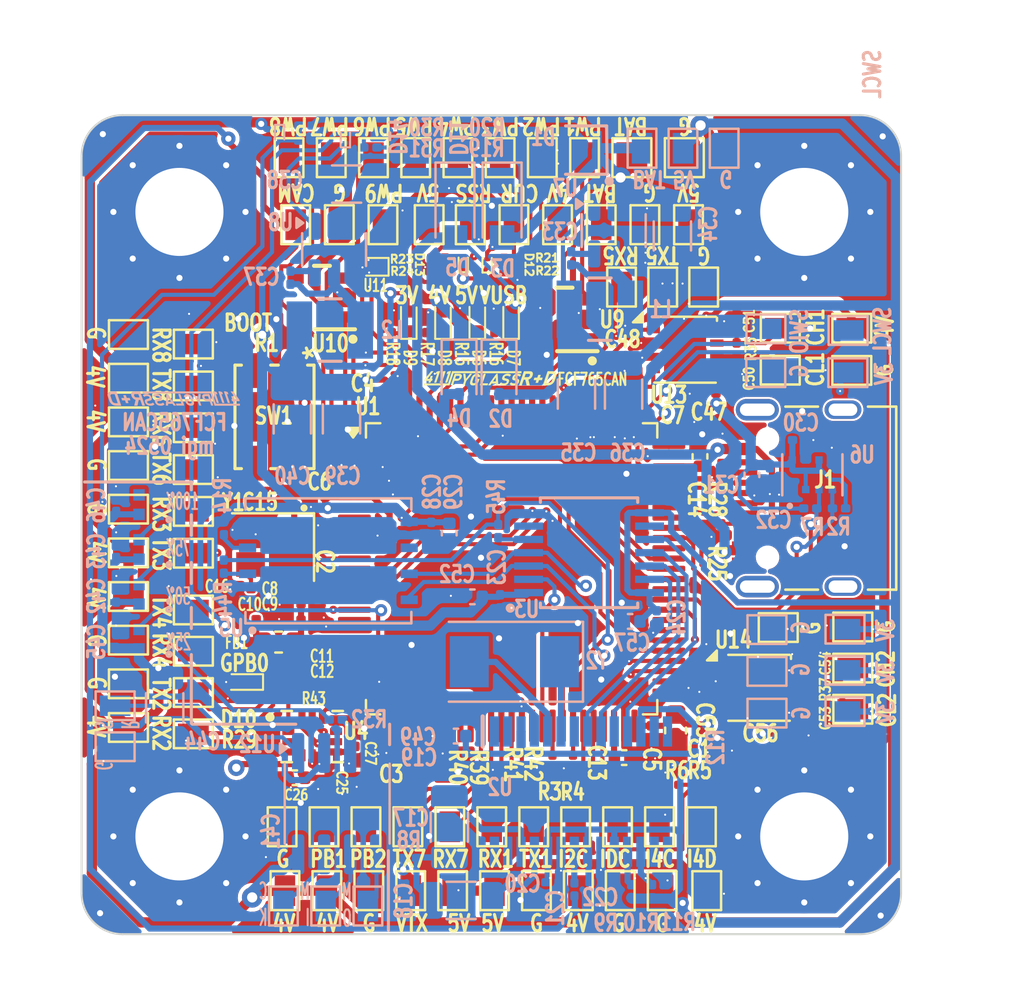
<source format=kicad_pcb>
(kicad_pcb (version 20240108) (generator "pcbnew") (generator_version "8.0")
  (layers (0 "F.Cu" signal) (1 "In1.Cu" mixed) (2 "In2.Cu" mixed) (31 "B.Cu" signal) (34 "B.Paste" user) (35 "F.Paste" user) (36 "B.SilkS" user "B.Silkscreen") (37 "F.SilkS" user "F.Silkscreen") (38 "B.Mask" user) (39 "F.Mask" user) (44 "Edge.Cuts" user))
  (net 0 "")
  (net 1 "+3V3")
  (net 2 "GND")
  (net 3 "Net-(U1-VDDA)")
  (net 4 "Net-(U1-NRST)")
  (net 5 "/MCU/HSE_IN")
  (net 6 "/MCU/HSE_OUT")
  (net 7 "Net-(U1-VCAP_1)")
  (net 8 "Net-(U1-VCAP_2)")
  (net 9 "Net-(U2-VOUT)")
  (net 10 "Net-(C17-Pad2)")
  (net 11 "+5V")
  (net 12 "Net-(U2-SAG)")
  (net 13 "VideoIN")
  (net 14 "+BATT")
  (net 15 "+4V")
  (net 17 "Net-(U2-VIN)")
  (net 18 "VBUS")
  (net 19 "Net-(D6-K)")
  (net 20 "Net-(U7-SW)")
  (net 21 "Net-(U7-BST)")
  (net 22 "Net-(D7-K)")
  (net 24 "Net-(U1-BOOT0)")
  (net 25 "I2C2_SCL")
  (net 26 "I2C2_SDA")
  (net 27 "VideoOUT")
  (net 28 "Net-(U8-SW)")
  (net 29 "Net-(U8-BST)")
  (net 32 "ADC1_IN3_V")
  (net 33 "ADC1_IN1_A")
  (net 34 "USB_OTG_FS_DM")
  (net 35 "USB_OTG_FS_DP")
  (net 36 "USART1_RX")
  (net 37 "USART1_TX")
  (net 38 "USART2_RX")
  (net 39 "USART2_TX")
  (net 40 "USART3_RX")
  (net 41 "USART3_TX")
  (net 42 "USART6_RX")
  (net 43 "USART6_TX")
  (net 44 "UART4_RX")
  (net 45 "UART4_TX")
  (net 46 "UART5_RX")
  (net 47 "UART5_TX")
  (net 48 "TIM4_CH4_PWM4")
  (net 49 "TIM3_CH2_PWM6")
  (net 50 "TIM3_CH1_PWM5")
  (net 51 "SWCLK")
  (net 52 "SWDIO")
  (net 53 "SPI4_CS_OSI")
  (net 54 "SPI1_CS_IMU")
  (net 55 "SPI1_SCK")
  (net 56 "SPI1_MISO")
  (net 57 "SPI1_MOSI")
  (net 58 "SPI4_CS_FLASH")
  (net 59 "/Peripherals/SPI4_CS_OSI_4V")
  (net 60 "/Peripherals/SPI4_MOSI_4V")
  (net 61 "/Peripherals/SPI4_SCK_4V")
  (net 62 "CAN1_RX")
  (net 63 "CAN1_TX")
  (net 64 "Net-(U2-~{HSYNC})")
  (net 65 "Net-(U2-~{VSYNC})")
  (net 66 "Net-(U2-LOS)")
  (net 67 "Net-(U5-WP{slash}IO2)")
  (net 68 "Net-(R21-Pad1)")
  (net 71 "Net-(U2-CLKIN)")
  (net 72 "Net-(U2-XFB)")
  (net 76 "+3V8")
  (net 78 "Net-(D8-K)")
  (net 79 "Net-(D9-K)")
  (net 80 "Net-(R23-Pad1)")
  (net 82 "LED")
  (net 83 "Net-(D10-K)")
  (net 89 "/Peripherals/SPI4_MISO_4V")
  (net 90 "Net-(LED1-DIN)")
  (net 91 "Net-(LED1-DOUT)")
  (net 92 "Net-(LED2-DOUT)")
  (net 93 "Net-(LED3-DOUT)")
  (net 95 "/Power Monitor/DOUT")
  (net 96 "/Power Monitor/ADC")
  (net 97 "/Power Monitor/MOSI")
  (net 98 "/Power Monitor/MISO")
  (net 99 "/Power Monitor/SCK")
  (net 100 "/Power Monitor/RESET")
  (net 103 "Net-(J1-CC1_A)")
  (net 104 "Net-(J1-CC2_B)")
  (net 109 "Net-(U1-VREF+)")
  (net 110 "I2C3_SCL")
  (net 111 "I2C4_SDA")
  (net 112 "I2C4_SCL")
  (net 113 "I2C3_SDA")
  (net 117 "TIM9_CH2_PWM8")
  (net 118 "TIM9_CH1_PWM7")
  (net 122 "ADC1_IN2_RSS")
  (net 123 "unconnected-(U1-PC3-Pad18)")
  (net 125 "GPIOPB1")
  (net 126 "TIM2_CH2_PWM9")
  (net 127 "UART8_TX")
  (net 128 "UART8_RX")
  (net 131 "SPI4_SCK")
  (net 132 "SPI4_MISO")
  (net 133 "SPI4_MOSI")
  (net 134 "CAN2_RX")
  (net 135 "CAN2_TX")
  (net 151 "TIM4_CH2_PWM1")
  (net 152 "TIM4_CH1_PWM2")
  (net 153 "TIM4_CH3_PWM3")
  (net 154 "GPIOPB2")
  (net 155 "UART7_RX")
  (net 156 "UART7_TX")
  (net 157 "/Pinout for CAN/CL2")
  (net 158 "/Pinout for CAN/CH2")
  (net 160 "/Pinout for CAN/CL1")
  (net 161 "/Pinout for CAN/CH1")
  (net 164 "Net-(U1-PA7)")
  (net 165 "Net-(U1-PA5)")
  (net 166 "Net-(U1-PE12)")
  (net 167 "Net-(U1-PE14)")
  (net 168 "Net-(U4-AP_SDO{slash}AP_AD0)")
  (net 169 "Net-(U5-SO{slash}IO1)")
  (net 170 "Net-(U3-A4Y)")
  (footprint "Project:R_0201_0603Metric" (layer "F.Cu") (at 181.055 70.555 -90)
    (property "Reference" "R25")
    (property "Value" "5k1")
  )
  (footprint "Project:TestPoint_Pad_1.0x1.5mm" (layer "F.Cu") (at 178.19 58.67 180)
    (property "Reference" "TP36")
    (property "Value" "TX5")
  )
  (footprint "Project:TestPoint_Pad_1.0x1.5mm" (layer "F.Cu") (at 183.83 75.3 90)
    (property "Reference" "TP75" (hide yes))
    (property "Value" "G")
  )
  (footprint "Project:TestPoint_Pad_1.0x1.5mm" (layer "F.Cu") (at 155.28 80.489998 90)
    (property "Reference" "TP41")
    (property "Value" "RX2")
  )
  (footprint "Project:MountingHole_4.3mm_M4_Pad_Via_Custom" (layer "F.Cu") (at 154.6 55)
    (property "Reference" "H1")
    (property "Value" "MountingHole_Pad")
  )
  (footprint "Project:TestPoint_Pad_1.0x1.5mm" (layer "F.Cu") (at 176.18 58.67 180)
    (property "Reference" "TP34")
    (property "Value" "RX5")
  )
  (footprint "Project:TestPoint_Pad_1.0x1.5mm" (layer "F.Cu") (at 155.28 69.6271 90)
    (property "Reference" "TP49")
    (property "Value" "RX3")
  )
  (footprint "Project:C_0201_0603Metric" (layer "F.Cu") (at 180.47 63.87)
    (property "Reference" "C47")
    (property "Value" "100n")
  )
  (footprint "Project:TestPoint_Pad_1.0x1.5mm" (layer "F.Cu") (at 178.164 88.15)
    (property "Reference" "TP66")
    (property "Value" "G")
  )
  (footprint "Project:TestPoint_Pad_1.0x1.5mm" (layer "F.Cu") (at 174.072 88.15)
    (property "Reference" "TP48" (hide yes))
    (property "Value" "+4V")
  )
  (footprint "Project:TestPoint_Pad_1.0x1.5mm" (layer "F.Cu") (at 159.75 88.15)
    (property "Reference" "TP39")
    (property "Value" "+4V")
  )
  (footprint "Project:TestPoint_Pad_1.0x1.5mm" (layer "F.Cu") (at 164.07148 52.35)
    (property "Reference" "TP7")
    (property "Value" "PWM6")
  )
  (footprint "Project:TestPoint_Pad_1.0x1.5mm" (layer "F.Cu") (at 152.11 80.18 90)
    (property "Reference" "TP55")
    (property "Value" "+4V")
  )
  (footprint "Project:TestPoint_Pad_1.0x1.5mm" (layer "F.Cu") (at 170.92733 55.625)
    (property "Reference" "TP10")
    (property "Value" "ADC_I")
  )
  (footprint "Project:TestPoint_Pad_1.0x1.5mm" (layer "F.Cu") (at 187.42 60.68 90)
    (property "Reference" "TP40")
    (property "Value" "+4V")
  )
  (footprint "Project:TestPoint_Pad_1.0x1.5mm" (layer "F.Cu") (at 165.751 85.03)
    (property "Reference" "TP52" (hide yes))
    (property "Value" "TX7")
  )
  (footprint "Project:TestPoint_Pad_1.0x1.5mm" (layer "F.Cu") (at 152.11 75.915554 90)
    (property "Reference" "TP37")
    (property "Value" "G")
  )
  (footprint "Project:LED_0402_1005Metric" (layer "F.Cu") (at 169.14 60.35 90)
    (property "Reference" "D6")
    (property "Value" "RED V5 Internal")
  )
  (footprint "Project:R_0201_0603Metric" (layer "F.Cu") (at 172.81 81.85 -90)
    (property "Reference" "R41")
    (property "Value" "22")
  )
  (footprint "Project:C_0201_0603Metric" (layer "F.Cu") (at 161.35 75.57 90)
    (property "Reference" "C12")
    (property "Value" "100n")
  )
  (footprint "Project:R_0201_0603Metric" (layer "F.Cu") (at 181.8 61.72 -90)
    (property "Reference" "R33")
    (property "Value" "120")
  )
  (footprint "Project:TestPoint_Pad_1.0x1.5mm" (layer "F.Cu") (at 180.08 85.03 180)
    (property "Reference" "TP69" (hide yes))
    (property "Value" "I2C4_SDA")
  )
  (footprint "Project:C_0201_0603Metric" (layer "F.Cu") (at 181.8 60.29 90)
    (property "Reference" "C51")
    (property "Value" "100p")
  )
  (footprint "Project:AMPHENOL_10155435-00011LF" (layer "F.Cu") (at 186.99 68.98 90)
    (property "Reference" "J1")
    (property "Value" "10155435-00011LF")
  )
  (footprint "Project:TestPoint_Pad_1.0x1.5mm" (layer "F.Cu") (at 159.95 52.35)
    (property "Reference" "TP5")
    (property "Value" "PWM8")
  )
  (footprint "Project:TestPoint_Pad_1.0x1.5mm" (layer "F.Cu") (at 155.28 76.456666 -90)
    (property "Reference" "TP57")
    (property "Value" "RX4")
  )
  (footprint "Project:R_0201_0603Metric" (layer "F.Cu") (at 185.47 78.275 -90)
    (property "Reference" "R37")
    (property "Value" "120")
  )
  (footprint "Project:TestPoint_Pad_1.0x1.5mm" (layer "F.Cu") (at 175.986 85.03)
    (property "Reference" "TP65")
    (property "Value" "I2C2_SDA")
  )
  (footprint "Project:R_0201_0603Metric" (layer "F.Cu") (at 167.2341 57.225)
    (property "Reference" "R23")
    (property "Value" "3k3")
  )
  (footprint "Project:TestPoint_Pad_1.0x1.5mm" (layer "F.Cu") (at 152.11 69.518888 -90)
    (property "Reference" "TP53" (hide yes))
    (property "Value" "G")
  )
  (footprint "Project:TestPoint_Pad_1.5x1.5mm" (layer "F.Cu") (at 179.246666 52.35)
    (property "Reference" "TP18" (hide yes))
    (property "Value" "G")
  )
  (footprint "Capacitor_SMD:C_0402_1005Metric" (layer "F.Cu") (at 176.31 81.65)
    (property "Reference" "C13")
    (property "Value" "2u2")
  )
  (footprint "Project:R_0201_0603Metric" (layer "F.Cu") (at 166.3 81.85 90)
    (property "Reference" "R40")
    (property "Value" "22")
  )
  (footprint "Project:TestPoint_Pad_1.0x1.5mm" (layer "F.Cu") (at 162.404666 55.625)
    (property "Reference" "TP24")
    (property "Value" "G")
  )
  (footprint "Project:R_0201_0603Metric" (layer "F.Cu") (at 168.295 60.575 90)
    (property "Reference" "R15")
    (property "Value" "3k3")
  )
  (footprint "Project:MountingHole_4.3mm_M4_Pad_Via_Custom" (layer "F.Cu") (at 154.6 85.5)
    (property "Reference" "H3")
    (property "Value" "MountingHole_Pad")
  )
  (footprint "Project:TestPoint_Pad_1.0x1.5mm" (layer "F.Cu") (at 152.11 78.047776 90)
    (property "Reference" "TP61")
    (property "Value" "G")
  )
  (footprint "Project:C_0201_0603Metric" (layer "F.Cu") (at 163.2 81.425 -90)
    (property "Reference" "C27")
    (property "Value" "10n")
  )
  (footprint "Project:TestPoint_Pad_1.0x1.5mm" (layer "F.Cu") (at 187.47 75.27 90)
    (property "Reference" "TP72" (hide yes))
    (property "Value" "G")
  )
  (footprint "Project:TestPoint_Pad_1.0x1.5mm" (layer "F.Cu") (at 187.42 62.74 -90)
    (property "Reference" "TP38")
    (property "Value" "G")
  )
  (footprint "Project:R_0201_0603Metric" (layer "F.Cu") (at 157.87 78.78)
    (property "Reference" "R29")
    (property "Value" "1k2")
  )
  (footprint "Project:R_0201_0603Metric" (layer "F.Cu") (at 180.075 82.98)
    (property "Reference" "R5")
    (property "Value" "5k1")
  )
  (footprint "Project:R_0201_0603Metric" (layer "F.Cu") (at 181.055 67.605 90)
    (property "Reference" "R28")
    (property "Value" "5k1")
  )
  (footprint "Project:TestPoint_Pad_1.0x1.5mm" (layer "F.Cu") (at 167.798 85.03)
    (property "Reference" "TP50" (hide yes))
    (property "Value" "RX7")
  )
  (footprint "Project:R_0201_0603Metric" (layer "F.Cu") (at 160.03 78.77)
    (property "Reference" "R43")
    (property "Value" "22")
  )
  (footprint "Project:4111spyglass08" (layer "F.Cu") (at 169.891352 63.87671)
    (property "Reference" "G***" (hide yes))
    (property "Value" "LOGO" (hide yes))
  )
  (footprint "Project:TestPoint_Pad_1.0x1.5mm" (layer "F.Cu") (at 179.449995 55.625)
    (property "Reference" "TP81" (hide yes))
    (property "Value" "5V")
  )
  (footprint "Project:C_0201_0603Metric" (layer "F.Cu") (at 185.47 76.86 90)
    (property "Reference" "C54")
    (property "Value" "100p")
  )
  (footprint "Project:MountingHole_4.3mm_M4_Pad_Via_Custom" (layer "F.Cu") (at 185.1 85.5)
    (property "Reference" "H4")
    (property "Value" "MountingHole_Pad")
  )
  (footprint "Project:TestPoint_Pad_1.0x1.5mm" (layer "F.Cu") (at 169.98 88.15)
    (property "Reference" "TP23")
    (property "Value" "+5V")
  )
  (footprint "Project:TestPoint_Pad_1.0x1.5mm" (layer "F.Cu") (at 183.93 60.68 -90)
    (property "Reference" "TP71" (hide yes))
    (property "Value" "CAN1_H")
  )
  (footprint "Project:C_0201_0603Metric" (layer "F.Cu") (at 176.8 62.44 90)
    (property "Reference" "C48")
    (property "Value" "100n")
  )
  (footprint "Inductor_SMD:L_0603_1608Metric" (layer "F.Cu") (at 159.44 76.01 180)
    (property "Reference" "FB1")
    (property "Value" "120R")
  )
  (footprint "Project:SDO_0201-DFN0603_CIP" (layer "F.Cu") (at 168.4541 57.5104 90)
    (property "Reference" "D13")
    (property "Value" "CDBQC0130L-HF")
  )
  (footprint "Project:C_0201_0603Metric" (layer "F.Cu") (at 180.38 78.31 -90)
    (property "Reference" "C55")
    (property "Value" "100n")
  )
  (footprint "Project:TestPoint_Pad_1.0x1.5mm" (layer "F.Cu") (at 161.796 88.15)
    (property "Reference" "TP56" (hide yes))
    (property "Value" "+4V")
  )
  (footprint "Project:R_0201_0603Metric" (layer "F.Cu") (at 167.235 57.9354 180)
    (property "Reference" "R24")
    (property "Value" "10M")
  )
  (footprint "Project:TestPoint_Pad_1.0x1.5mm" (layer "F.Cu") (at 172.31444 52.35)
    (property "Reference" "TP4")
    (property "Value" "PWM2")
  )
  (footprint "Project:R_0201_0603Metric" (layer "F.Cu") (at 175.12 82.98 180)
    (property "Reference" "R3")
    (property "Value" "5k1")
  )
  (footprint "Project:LED_0402_1005Metric" (layer "F.Cu") (at 157.83 77.96 180)
    (property "Reference" "D10")
    (property "Value" "YELLOW GPIO")
  )
  (footprint "Project:R_0201_0603Metric" (layer "F.Cu") (at 159.96 61.21 180)
    (property "Reference" "R1")
    (property "Value" "22k1")
  )
  (footprint "Project:C_0201_0603Metric" (layer "F.Cu") (at 157.771669 73.43 180)
    (property "Reference" "C16")
    (property "Value" "16p")
  )
  (footprint "Project:C_0201_0603Metric" (layer "F.Cu") (at 178.78 65.67)
    (property "Reference" "C7")
    (property "Value" "100n")
  )
  (footprint "Project:C_0201_0603Metric" (layer "F.Cu") (at 165.11 63.34)
    (property "Reference" "C4")
    (property "Value" "100n")
  )
  (footprint "Project:TestPoint_Pad_1.0x1.5mm" (layer "F.Cu") (at 163.842 88.15)
    (property "Reference" "TP62" (hide yes))
    (property "Value" "G")
  )
  (footprint "Project:TestPoint_Pad_1.0x1.5mm" (layer "F.Cu") (at 172.026 88.15)
    (property "Reference" "TP26")
    (property "Value" "G")
  )
  (footprint "Project:C_0201_0603Metric" (layer "F.Cu") (at 165.13 81.53 180)
    (property "Reference" "C3")
    (property "Value" "100n")
  )
  (footprint "Project:C_0201_0603Metric" (layer "F.Cu") (at 161.35 74.14 -90)
    (property "Reference" "C11")
    (property "Value" "100n")
  )
  (footprint "Project:C_0201_0603Metric" (layer "F.Cu") (at 159.94 69.31 180)
    (property "Reference" "C15")
    (property "Value" "16p")
  )
  (footprint "Project:C_0201_0603Metric" (layer "F.Cu") (at 184.42 80.37 180)
    (property "Reference" "C56")
    (property "Value" "100n")
  )
  (footprint "Project:DBV0005A_L" (layer "F.Cu") (at 173.384999 60.249998 180)
    (property "Reference" "U9")
    (property "Value" "ESDS304DBVR")
  )
  (footprint "Project:TestPoint_Pad_1.0x1.5mm" (layer "F.Cu") (at 159.61 85.03)
    (property "Reference" "TP45" (hide yes))
    (property "Value" "G")
  )
  (footprint "Project:TestPoint_Pad_1.0x1.5mm" (layer "F.Cu") (at 155.28 61.4555 90)
    (property "Reference" "TP60" (hide yes))
    (property "Value" "TX8")
  )
  (footprint "Project:R_0201_0603Metric" (layer "F.Cu") (at 164.97 60.575 90)
    (property "Reference" "R18")
    (property "Value" "1k2")
  )
  (footprint "Project:TestPoint_Pad_1.0x1.5mm" (layer "F.Cu") (at 155.28 78.473332 90)
    (property "Reference" "TP43")
    (property "Value" "TX2")
  )
  (footprint "Project:DPY2_TEX" (layer "F.Cu") (at 164.2 57.68 180)
    (property "Reference" "U11")
    (property "Value" "ESD351DPYR")
  )
  (footprint "Project:PQFN50P300X250X97-14N" (layer "F.Cu") (at 161.08 80.625)
    (property "Reference" "U4")
    (property "Value" "ICM-42688-P")
  )
  (footprint "Project:TestPoint_Pad_1.0x1.5mm" (layer "F.Cu") (at 155.28 74.44 90)
    (property "Reference" "TP59")
    (property "Value" "TX4")
  )
  (footprint "Project:C_0201_0603Metric" (layer "F.Cu") (at 160.215 74.16 180)
    (property "Reference" "C8")
    (property "Value" "10n")
  )
  (footprint "Project:C_0201_0603Metric" (layer "F.Cu") (at 160.215 74.91 180)
    (property "Reference" "C9")
    (property "Value" "1u")
  )
  (footprint "Project:TestPoint_Pad_1.0x1.5mm" (layer "F.Cu") (at 163.704 85.03)
    (property "Reference" "TP83" (hide yes))
    (property "Value" "GPIOPB2")
  )
  (footprint "Project:R_0201_0603Metric" (layer "F.Cu") (at 169.97 60.575 90)
    (property "Reference" "R16")
    (property "Value" "3k3")
  )
  (footprint "Project:TestPoint_Pad_1.0x1.5mm" (layer "F.Cu") (at 170.2537 52.35)
    (property "Reference" "TP2")
    (property "Value" "PWM3")
  )
  (footprint "Project:C_0201_0603Metric" (layer "F.Cu") (at 161.88 82.85 -90)
    (property "Reference" "C25")
    (property "Value" "100n")
  )
  (footprint "Project:LED_0402_1005Metric" (layer "F.Cu") (at 165.795 60.35 90)
    (property "Reference" "D9")
    (property "Value" "GREEN V3")
  )
  (footprint "Project:TestPoint_Pad_1.0x1.5mm" (layer "F.Cu") (at 183.93 62.73 90)
    (property "Reference" "TP73" (hide yes))
    (property "Value" "CAN1_L")
  )
  (footprint "Project:TestPoint_Pad_1.0x1.5mm" (layer "F.Cu") (at 175.188662 55.625)
    (property "Reference" "TP79" (hide yes))
    (property "Value" "Bat")
  )
  (footprint "Project:LED_0402_1005Metric" (layer "F.Cu") (at 167.465 60.35 90)
    (property "Reference" "D8")
    (property "Value" "GREEN V4")
  )
  (footprint "Capacitor_SMD:C_0402_1005Metric" (layer "F.Cu") (at 180.01 66.94 90)
    (property "Reference" "C14")
    (property "Value" "2u2")
  )
  (footprint "Project:R_0201_0603Metric" (layer "F.Cu") (at 166.645 60.575 90)
    (property "Reference" "R17")
    (property "Value" "3k3")
  )
  (footprint "Project:TestPoint_Pad_1.0x1.5mm" (layer "F.Cu") (at 173.939 85.03)
    (property "Reference" "TP64")
    (property "Value" "I2C2_SCL")
  )
  (footprint "Project:R_0201_0603Metric" (layer "F.Cu") (at 176.54 82.98)
    (property "Reference" "R4")
    (property "Value" "5k1")
  )
  (footprint "Project:TestPoint_Pad_1.0x1.5mm" (layer "F.Cu") (at 180.19 58.67 180)
    (property "Reference" "TP46")
    (property "Value" "G")
  )
  (footprint "Project:R_0201_0603Metric" (layer "F.Cu") (at 173.81 81.85 -90)
    (property "Reference" "R42")
    (property "Value" "22")
  )
  (footprint "Project:TestPoint_Pad_1.0x1.5mm" (layer "F.Cu") (at 169.845 85.03 180)
    (property "Reference" "TP33")
    (property "Value" "RX1")
  )
  (footprint "Project:TestPoint_Pad_1.0x1.5mm" (layer "F.Cu") (at 173.057996 55.625 180)
    (property "Reference" "TP32")
    (property "Value" "+4V")
  )
  (footprint "Package_QFP:LQFP-100_14x14mm_P0.5mm" (layer "F.Cu") (at 170.815 72.43)
    (property "Reference" "U1")
    (property "Value" "STM32F765VITx")
  )
  (footprint "Project:SWITCH_EVQP2_PAN" (layer "F.Cu") (at 159.24 65.01 -90)
    (property "Reference" "SW1")
    (property "Value" "SW_Push")
  )
  (footprint "Project:TestPoint_Pad_1.0x1.5mm" (layer "F.Cu") (at 171.892 85.03 180)
    (property "Reference" "TP35")
    (property "Value" "TX1")
  )
  (footprint "Project:TestPoint_Pad_1.0x1.5mm" (layer "F.Cu") (at 176.118 88.15)
    (property "Reference" "TP54" (hide yes))
    (property "Value" "G")
  )
  (footprint "Project:TestPoint_Pad_1.0x1.5mm" (layer "F.Cu") (at 165.888 88.15)
    (property "Reference" "TP20")
    (property "Value" "RX3")
  )
  (footprint "Project:TestPoint_Pad_1.0x1.5mm" (layer "F.Cu") (at 174.37518 52.35)
    (property "Reference" "TP3")
    (property "Value" "PWM1")
  )
  (footprint "Project:C_0201_0603Metric" (layer "F.Cu") (at 177.61 80.42 -90)
    (property "Reference" "C5")
    (property "Value" "100n")
  )
  (footprint "Project:TestPoint_Pad_1.0x1.5mm" (layer "F.Cu") (at 155.28 67.5842 -90)
    (property "Reference" "TP44")
    (property "Value" "TX6")
  )
  (footprint "Project:TestPoint_Pad_1.0x1.5mm" (layer "F.Cu") (at 152.11 63.122222 90)
    (property "Reference" "TP77" (hide yes))
    (property "Value" "+4V")
  )
  (footprint "Capacitor_SMD:C_0603_1608Metric" (layer "F.Cu") (at 178.82 80.325 -90)
    (property "Reference" "C1")
    (property "Value" "10u")
  )
  (footprint "Project:TestPoint_Pad_1.0x1.5mm" (layer "F.Cu") (at 166.13222 52.35)
    (property "Reference" "TP8")
    (property "Value" "PWM5")
  )
  (footprint "Project:TestPoint_Pad_1.0x1.5mm" (layer "F.Cu") (at 155.28 63.4984 90)
    (property "Reference" "TP58" (hide yes))
    (property "Value" "RX8")
  )
  (footprint "Project:MountingHole_4.3mm_M4_Pad_Via_Custom" (layer "F.Cu") (at 185.1 55)
    (property "Reference" "H2")
    (property "Value" "MountingHole_Pad")
  )
  (footprint "Project:LED_0402_1005Metric" (layer "F.Cu") (at 170.79 60.35 90)
    (property "Reference" "D7")
    (property "Value" "RED V5 USB")
  )
  (footprint "Project:TestPoint_Pad_1.5x1.5mm" (layer "F.Cu") (at 176.68592 52.35)
    (property "Reference" "TP17" (hide yes))
    (property "Value" "Bat")
  )
  (footprint "Project:C_0201_0603Metric" (layer "F.Cu") (at 161.73 70.79 90)
    (property "Reference" "C2")
    (property "Value" "100n")
  )
  (footprint "Project:TestPoint_Pad_1.0x1.5mm" (layer "F.Cu") (at 155.28 65.5413 -90)
    (property "Reference" "TP42")
    (property "Value" "RX6")
  )
  (footprint "Project:TestPoint_Pad_1.0x1.5mm" (layer "F.Cu") (at 187.47 77.28 90)
    (property "Reference" "TP74" (hide yes))
    (property "Value" "CAN2_H")
  )
  (footprint "Project:TestPoint_Pad_1.0x1.5mm" (layer "F.Cu") (at 155.28 71.67 90)
    (property "Reference" "TP51")
    (property "Value" "TX3")
  )
  (footprint "Project:TestPoint_Pad_1.0x1.5mm" (layer "F.Cu") (at 152.11 73.783332 90)
    (property "Reference" "TP31")
    (property "Value" "+4V")
  )
  (footprint "Project:TestPoint_Pad_1.0x1.5mm" (layer "F.Cu") (at 177.319328 55.625)
    (property "Reference" "TP80" (hide yes))
    (property "Value" "G")
  )
  (footprint "Project:R_0201_0603Metric" (layer "F.Cu") (at 167.32 81.86 90)
    (property "Reference" "R39")
    (property "Value" "22")
  )
  (footprint "Project:TestPoint_Pad_1.0x1.5mm" (layer "F.Cu") (at 168.796664 55.625)
    (property "Reference" "TP11")
    (property "Value" "ADC_RS")
  )
  (footprint "Project:C_0201_0603Metric" (layer "F.Cu") (at 161.39 68.95 180)
    (property "Reference" "C6")
    (property "Value" "100n")
  )
  (footprint "Project:SDO_0201-DFN0603_CIP" (layer "F.Cu") (at 169.62 57.53 90)
    (property "Reference" "D12")
    (property "Value" "CDBQC0130L-HF")
  )
  (footprint "Project:TestPoint_Pad_1.0x1.5mm" (layer "F.Cu") (at 180.34 88.15)
    (property "Reference" "TP63")
    (property "Value" "+4V")
  )
  (footprint "Project:TestPoint_Pad_1.0x1.5mm" (layer "F.Cu") (at 187.47 79.29 90)
    (property "Reference" "TP76" (hide yes))
    (property "Value" "CAN2_L")
  )
  (footprint "Project:R_0201_0603Metric" (layer "F.Cu") (at 170.77 57.2396 180)
    (property "Reference" "R21")
    (property "Value" "22k1")
  )
  (footprint "Project:R_0201_0603Metric" (layer "F.Cu") (at 170.77 57.95)
    (property "Reference" "R22")
    (property "Value" "3k3")
  )
  (footprint "Project:TestPoint_Pad_1.0x1.5mm" (layer "F.Cu") (at 160.274 55.625)
    (property "Reference" "TP19")
    (property "Value" "RX3")
  )
  (footprint "Project:TestPoint_Pad_1.0x1.5mm" (layer "F.Cu") (at 162.01074 52.35)
    (property "Reference" "TP6")
    (property "Value" "PWM7")
  )
  (footprint "Project:C_0201_0603Metric" (layer "F.Cu") (at 158.665 74.885)
    (property "Reference" "C10")
    (property "Value" "1u")
  )
  (footprint "Project:R_0201_0603Metric" (layer "F.Cu") (at 178.655 82.98 180)
    (property "Reference" "R6")
    (property "Value" "5k1")
  )
  (footprint "Project:TestPoint_Pad_1.0x1.5mm" (layer "F.Cu") (at 152.11 60.99 90)
    (property "Reference" "TP84" (hide yes))
    (property "Value" "G")
  )
  (footprint "Project:TestPoint_Pad_1.0x1.5mm" (layer "F.Cu") (at 152.11 71.65111 -90)
    (property "Reference" "TP47" (hide yes))
    (property "Value" "+4V")
  )
  (footprint "Project:C_0201_0603Metric" (layer "F.Cu") (at 185.47 79.685 -90)
    (property "Reference" "C53")
    (property "Value" "100p")
  )
  (footprint "Project:TestPoint_Pad_1.0x1.5mm" (layer "F.Cu") (at 152.11 67.386666 90)
    (property "Reference" "TP70" (hide yes))
    (property "Value" "G")
  )
  (footprint "Project:TestPoint_Pad_1.0x1.5mm" (layer "F.Cu") (at 178.033 85.03 180)
    (property "Reference" "TP68" (hide yes))
    (property "Value" "I2C4_SCL")
  )
  (footprint "Project:TestPoint_Pad_1.0x1.5mm" (layer "F.Cu") (at 167.934 88.15)
    (property "Reference" "TP22")
    (property "Value" "+5V")
  )
  (footprint "Project:TestPoint_Pad_1.0x1.5mm" (layer "F.Cu") (at 152.11 65.254444 90)
    (property "Reference" "TP67" (hide yes))
    (property "Value" "+4V")
  )
  (footprint "Capacitor_SMD:C_0402_1005Metric" (layer "F.Cu") (at 160.2335 82.635 180)
    (property "Reference" "C26")
    (property "Value" "2u2")
  )
  (footprint "Project:C_0201_0603Metric" (layer "F.Cu") (at 181.8 63.12 -90)
    (property "Reference" "C50")
    (property "Value" "100p")
  )
  (footprint "Crystal:Crystal_SMD_3225-4Pin_3.2x2.5mm" (layer "F.Cu") (at 159.17 71.37 180)
    (property "Reference" "Y1")
    (property "Value" "16MHz")
  )
  (footprint "Project:TestPoint_Pad_1.0x1.5mm" (layer "F.Cu") (at 166.79 55.625)
    (property "Reference" "TP21")
    (property "Value" "+5V")
  )
  (footprint "Project:TestPoint_Pad_1.0x1.5mm" (layer "F.Cu") (at 161.657 85.03)
    (property "Reference" "TP82" (hide yes))
    (property "Value" "GPIOPB1")
  )
  (footprint "Project:DBV0005A_L" (layer "F.Cu") (at 161.544 59.182 180)
    (property "Reference" "U10")
    (property "Value" "ESDS304DBVR")
  )
  (footprint "Project:TestPoint_Pad_1.0x1.5mm" (layer "F.Cu") (at 168.19296 52.35)
    (property "Reference" "TP1")
    (property "Value" "PWM4")
  )
  (footprint "Project:TestPoint_Pad_1.0x1.5mm" (layer "F.Cu") (at 164.535332 55.625)
    (property "Reference" "TP9")
    (property "Value" "PWM9")
  )
  (footprint "Package_DFN_QFN:DFN-8-1EP_3x3mm_P0.65mm_EP1.55x2.4mm" (layer "F.Cu") (at 182.8925 78.2425)
    (property "Reference" "U14")
    (property "Value" "TJA1051TK-3")
  )
  (footprint "Package_DFN_QFN:DFN-8-1EP_3x3mm_P0.65mm_EP1.55x2.4mm" (layer "F.Cu") (at 179.28 61.73)
    (property "Reference" "U13")
    (property "Value" "TJA1051TK-3")
  )
  (footprint "Package_TO_SOT_SMD:TSOT-23-6" (layer "B.Cu") (at 162.15 56.84 -90)
    (property "Reference" "U8")
    (property "Value" "AP63203WU")
  )
  (footprint "Project:TestPoint_Pad_1.0x1.5mm" (layer "B.Cu") (at 163.8 88.9 180)
    (property "Reference" "TP12")
    (property "Value" "ATTINY_MOSI")
  )
  (footprint "Diode_SMD:Nexperia_CFP3_SOD-123W" (layer "B.Cu") (at 168.05 54.85 -90)
    (property "Reference" "D5")
    (property "Value" "PMEG60T30ELRX")
  )
  (footprint "Project:TestPoint_Pad_1.0x1.5mm" (layer "B.Cu") (at 151.46 79.12 -90)
    (property "Reference" "TP15")
    (property "Value" "ATTINY_RESET")
  )
  (footprint "Project:C_0201_0603Metric" (layer "B.Cu") (at 168.3 81.45 180)
    (property "Reference" "C19")
    (property "Value" "100n")
  )
  (footprint "Project:R_0201_0603Metric" (layer "B.Cu") (at 179.75 81.1 90)
    (property "Reference" "R12")
    (property "Value" "1k")
  )
  (footprint "Project:IND_DFE322520FD-4R7M=P2_MUR" (layer "B.Cu") (at 161.94 60.77 180)
    (property "Reference" "L2")
    (property "Value" "3.3uH")
  )
  (footprint "Project:R_0201_0603Metric" (layer "B.Cu") (at 163.92 51.855 180)
    (property "Reference" "R19")
    (property "Value" "22k1")
  )
  (footprint "Project:TestPoint_Pad_1.0x1.5mm" (layer "B.Cu") (at 151.46 81.12 -90)
    (property "Reference" "TP16")
    (property "Value" "GND")
  )
  (footprint "Capacitor_SMD:C_1206_3216Metric" (layer "B.Cu") (at 168.35 88.625 180)
    (property "Reference" "C18")
    (property "Value" "22u")
  )
  (footprint "Crystal:Crystal_SMD_0603-2Pin_6.0x3.5mm" (layer "B.Cu") (at 170.95 76.97 180)
    (property "Reference" "Y2")
    (property "Value" "27MHz")
  )
  (footprint "Project:TestPoint_Pad_1.0x1.5mm" (layer "B.Cu") (at 187.23 62.85 -90)
    (property "Reference" "TP91" (hide yes))
    (property "Value" "3V")
  )
  (footprint "Project:C_0201_0603Metric" (layer "B.Cu") (at 172.81 87.74 180)
    (property "Reference" "C20")
    (property "Value" "100n")
  )
  (footprint "Project:TestPoint_Pad_1.0x1.5mm" (layer "B.Cu") (at 187.24 60.79 -90)
    (property "Reference" "TP27")
    (property "Value" "SWCLK")
  )
  (footprint "Project:C_0201_0603Metric" (layer "B.Cu") (at 170.25 74.02 90)
    (property "Reference" "C23")
    (property "Value" "100n")
  )
  (footprint "Package_TO_SOT_SMD:TSOT-23-6" (layer "B.Cu") (at 175.8 55.9125 -90)
    (property "Reference" "U7")
    (property "Value" "AP63205WU")
  )
  (footprint "Capacitor_SMD:C_0402_1005Metric" (layer "B.Cu") (at 168.1 80.6 180)
    (property "Reference" "C49")
    (property "Value" "2u2")
  )
  (footprint "Project:IN-PI15_INL" (layer "B.Cu") (at 153.09998 69.29562 90)
    (property "Reference" "LED4" (hide yes))
    (property "Value" "Red, Green, Blue (RGB)")
  )
  (footprint "Project:TestPoint_Pad_1.0x1.5mm" (layer "B.Cu") (at 179.18 51.89 180)
    (property "Reference" "TP86" (hide yes))
    (property "Value" "5V")
  )
  (footprint "Project:R_0201_0603Metric" (layer "B.Cu") (at 162.23 79.8)
    (property "Reference" "R32")
    (property "Value" "560")
  )
  (footprint "Capacitor_SMD:C_1206_3216Metric" (layer "B.Cu") (at 178.6625 56.1725 -90)
    (property "Reference" "C34")
    (property "Value" "10u")
  )
  (footprint "Project:IN-PI15_INL" (layer "B.Cu") (at 153.09998 75.87062 90)
    (property "Reference" "LED1" (hide yes))
    (property "Value" "Red, Green, Blue (RGB)")
  )
  (footprint "Project:R_0201_0603Metric" (layer "B.Cu") (at 160.74 51.5209)
    (property "Reference" "R31")
    (property "Value" "4k99")
  )
  (footprint "Project:IN-PI15_INL" (layer "B.Cu") (at 153.09998 73.678952 90)
    (property "Reference" "LED2" (hide yes))
    (property "Value" "Red, Green, Blue (RGB)")
  )
  (footprint "Project:TestPoint_Pad_1.0x1.5mm" (layer "B.Cu") (at 183.28 77.44 -90)
    (property "Reference" "TP25")
    (property "Value" "G")
  )
  (footprint "Project:C_0201_0603Metric" (layer "B.Cu") (at 151.51 73.74 90)
    (property "Reference" "C42")
    (property "Value" "100n")
  )
  (footprint "Project:IN-PI15_INL" (layer "B.Cu") (at 153.09998 71.487286 90)
    (property "Reference" "LED3" (hide yes))
    (property "Value" "Red, Green, Blue (RGB)")
  )
  (footprint "Project:C_0201_0603Metric" (layer "B.Cu") (at 151.51 71.56 90)
    (property "Reference" "C43")
    (property "Value" "100n")
  )
  (footprint "Capacitor_SMD:C_1206_3216Metric" (layer "B.Cu") (at 162.76 53.64 180)
    (property "Reference" "C38")
    (property "Value" "10u")
  )
  (footprint "Project:TestPoint_Pad_1.0x1.5mm" (layer "B.Cu") (at 181.19 51.89 180)
    (property "Reference" "TP87" (hide yes))
    (property "Value" "G")
  )
  (footprint "Project:R_0201_0603Metric" (layer "B.Cu") (at 174.22 89.16)
    (property "Reference" "R9")
    (property "Value" "75")
  )
  (footprint "Capacitor_SMD:C_1206_3216Metric" (layer "B.Cu") (at 167.775 85.05 -90)
    (property "Reference" "C17")
    (property "Value" "22u")
  )
  (footprint "Project:TestPoint_Pad_1.0x1.5mm" (layer "B.Cu") (at 177.18 51.89 180)
    (property "Reference" "TP85" (hide yes))
    (property "Value" "Bat")
  )
  (footprint "Project:TSSOP14_PW_TEX" (layer "B.Cu") (at 174.59505 71.644949)
    (property "Reference" "U3")
    (property "Value" "TXU0304PWR")
  )
  (footprint "Capacitor_SMD:C_0402_1005Metric" (layer "B.Cu") (at 167.77 70.69 -90)
    (property "Reference" "C29")
    (property "Value" "2u2")
  )
  (footprint "Project:TestPoint_Pad_1.0x1.5mm" (layer "B.Cu") (at 187.09 77.39 -90)
    (property "Reference" "TP88" (hide yes))
    (property "Value" "3V")
  )
  (footprint "Project:IND_DFE322520FD-4R7M=P2_MUR" (layer "B.Cu") (at 175.12 59.75 180)
    (property "Reference" "L1")
    (property "Value" "4.7uH")
  )
  (footprint "Capacitor_SMD:C_0402_1005Metric" (layer "B.Cu") (at 176.6 75 180)
    (property "Reference" "C57")
    (property "Value" "2u2")
  )
  (footprint "Project:R_0201_0603Metric" (layer "B.Cu") (at 170.16 70.59 90)
    (property "Reference" "R45")
    (property "Value" "22")
  )
  (footprint "Project:4111spyglass08" (layer "B.Cu") (at 154.203648 64.86671 180)
    (property "Reference" "G***" (hide yes))
    (property "Value" "LOGO" (hide yes))
  )
  (footprint "Capacitor_SMD:C_1206_3216Metric" (layer "B.Cu") (at 162.51 65.11 -90)
    (property "Reference" "C39")
    (property "Value" "22u")
  )
  (footprint "Project:TestPoint_Pad_1.0x1.5mm" (layer "B.Cu") (at 187.09 79.4 -90)
    (property "Reference" "TP89" (hide yes))
    (property "Value" "3V")
  )
  (footprint "Project:C_0201_0603Metric" (layer "B.Cu") (at 174.96 87.74 180)
    (property "Reference" "C22")
    (property "Value" "100n")
  )
  (footprint "Diode_SMD:D_SOD-323" (layer "B.Cu") (at 168.25 62.85 -90)
    (property "Reference" "D4")
    (property "Value" "BAT60JFILM")
  )
  (footprint "Capacitor_SMD:C_1206_3216Metric" (layer "B.Cu") (at 173.98 63.9 -90)
    (property "Reference" "C35")
    (property "Value" "22u")
  )
  (footprint "Project:TestPoint_Pad_1.0x1.5mm" (layer "B.Cu") (at 187.09 75.38 -90)
    (property "Reference" "TP30")
    (property "Value" "3V")
  )
  (footprint "Capacitor_SMD:C_0402_1005Metric" (layer "B.Cu") (at 182.545 67.8425 -90)
    (property "Reference" "C31")
    (property "Value" "2u2")
  )
  (footprint "Project:C_0201_0603Metric" (layer "B.Cu") (at 160.02 58.21 90)
    (property "Reference" "C37")
    (property "Value" "100n")
  )
  (footprint "Project:R_0201_0603Metric" (layer "B.Cu") (at 176.65 88.18 90)
    (property "Reference" "R10")
    (property "Value" "1k")
  )
  (footprint "Project:C_0201_0603Metric" (layer "B.Cu") (at 151.51 69.31 90)
    (property "Reference" "C46")
    (property "Value" "100n")
  )
  (footprint "Project:TestPoint_Pad_1.0x1.5mm" (layer "B.Cu") (at 183.23 60.71 -90)
    (property "Reference" "TP28")
    (property "Value" "SWDIO")
  )
  (footprint "Project:TestPoint_Pad_1.0x1.5mm" (layer "B.Cu") (at 183.28 75.4 -90)
    (property "Reference" "TP29")
    (property "Value" "G")
  )
  (footprint "Project:C_0201_0603Metric" (layer "B.Cu") (at 159.19 86.82 90)
    (property "Reference" "C41")
    (property "Value" "100n")
  )
  (footprint "Project:TestPoint_Pad_1.0x1.5mm" (layer "B.Cu") (at 183.22 62.85 -90)
    (property "Reference" "TP90" (hide yes))
    (property "Value" "G")
  )
  (footprint "Project:SON127P600X800X65-8N" (layer "B.Cu") (at 161.87 72.04)
    (property "Reference" "U5")
    (property "Value" "MT29F2G01ABAGDWB-IT_G")
  )
  (footprint "Project:C_0201_0603Metric" (layer "B.Cu") (at 183.42 67.8175 -90)
    (property "Reference" "C32")
    (property "Value" "100n")
  )
  (footprint "Project:R_0201_0603Metric" (layer "B.Cu") (at 186.8 69.48 180)
    (property "Reference" "R2")
    (property "Value" "5k1")
  )
  (footprint "Package_SO:SOIC-8_3.9x4.9mm_P1.27mm" (layer "B.Cu") (at 162.3 83.9 -90)
    (property "Reference" "U12")
    (property "Value" "ATtiny25-20SS")
  )
  (footprint "Project:R_0201_0603Metric" (layer "B.Cu") (at 163.92 51.125)
    (property "Reference" "R20")
    (property "Value" "3k3")
  )
  (footprint "Capacitor_SMD:C_0402_1005Metric" (layer "B.Cu") (at 168.9 73.8 180)
    (property "Reference" "C52")
    (property "Value" "2u2")
  )
  (footprint "Project:TestPoint_Pad_1.0x1.5mm" (layer "B.Cu") (at 183.28 79.48 90)
    (property "Reference" "TP78" (hide yes))
    (property "Value" "G")
  )
  (footprint "Project:U-DFN2020-2_DIO-L" (layer "B.Cu") (at 174.31 51.98 180)
    (property "Reference" "D1")
    (property "Value" "D26V0H1U2LP20-7")
  )
  (footprint "Project:C_0201_0603Metric" (layer "B.Cu") (at 173.72 57.265 90)
    (property "Reference" "C33")
    (property "Value" "100n")
  )
  (footprint "Project:R_0201_0603Metric" (layer "B.Cu") (at 156.76 72.325 -90)
    (property "Reference" "R44")
    (property "Value" "22")
  )
  (footprint "Capacitor_SMD:C_1206_3216Metric" (layer "B.Cu") (at 153.88 79.22 -90)
    (property "Reference" "C44")
    (property "Value" "22u")
  )
  (footprint "Capacitor_SMD:C_1206_3216Metric" (layer "B.Cu") (at 160.11 65.11 -90)
    (property "Reference" "C40")
    (property "Value" "22u")
  )
  (footprint "Project:XDCR_DPS310XTSA1" (layer "B.Cu") (at 185.495 67.84 -90)
    (property "Reference" "U6")
    (property "Value" "DPS310XTSA1")
  )
  (footprint "Project:C_0201_0603Metric" (layer "B.Cu") (at 177.9 74.8 90)
    (property "Reference" "C24")
    (property "Value" "100n")
  )
  (footprint "Project:R_0201_0603Metric" (layer "B.Cu") (at 156.77 70.445 -90)
    (property "Reference" "R14")
    (property "Value" "5k1")
  )
  (footprint "Project:R_0201_0603Metric" (layer "B.Cu") (at 185.39 69.48)
    (property "Reference" "R7")
    (property "Value" "5k1")
  )
  (footprint "Project:C_0201_0603Metric" (layer "B.Cu") (at 173.88 88.09 -90)
    (property "Reference" "C21")
    (property "Value" "100n")
  )
  (footprint "Diode_SMD:Nexperia_CFP3_SOD-123W" (layer "B.Cu") (at 170.35 54.85 -90)
    (property "Reference" "D3")
    (property "Value" "PMEG60T30ELRX")
  )
  (footprint "Project:SDO_0201-DFN0603_CIP" (layer "B.Cu") (at 159.49 51.18 -90)
    (property "Reference" "D14")
    (property "Value" "CDBQC0130L-HF")
  )
  (footprint "Project:C_0201_0603Metric" (layer "B.Cu") (at 151.51 75.97 90)
    (property "Reference" "C45")
    (property "Value" "100n")
  )
  (footprint "Project:C_0201_0603Metric" (layer "B.Cu") (at 166.89 70.48 -90)
    (property "Reference" "C28")
    (property "Value" "100n")
  )
  (footprint "Project:TestPoint_Pad_1.0x1.5mm" (layer "B.Cu") (at 161.7375 88.9 180)
    (property "Reference" "TP13")
    (property "Value" "ATTINY_MISO")
  )
  (footprint "Project:SOP65P640X120-29N" (layer "B.Cu") (at 174.2 83.313 -90)
    (property "Reference" "U2")
    (property "Value" "AT7456E" (hide yes))
  )
  (footprint "Project:R_0201_0603Metric" (layer "B.Cu") (at 177.675 88.18 90)
    (property "Reference" "R11")
    (property "Value" "1k")
  )
  (footprint "Project:R_0201_0603Metric" (layer "B.Cu") (at 160.75 50.7809 180)
    (property "Reference" "R30")
    (property "Value" "20k5")
  )
  (footprint "Project:R_0201_0603Metric" (layer "B.Cu") (at 165.85 86.55 180)
    (property "Reference" "R8")
    (property "Value" "75")
  )
  (footprint "Project:TestPoint_Pad_1.0x1.5mm" (layer "B.Cu") (at 159.675 88.9 180)
    (property "Reference" "TP14")
    (property "Value" "ATTINY_SCK")
  )
  (footprint "Project:SDO_0201-DFN0603_CIP" (layer "B.Cu") (at 162.7 51.415 90)
    (property "Reference" "D11")
    (property "Value" "CDBQC0130L-HF")
  )
  (footprint "Capacitor_SMD:C_1206_3216Metric" (layer "B.Cu") (at 176.28 63.9 -90)
    (property "Reference" "C36")
    (property "Value" "22u")
  )
  (footprint "Project:C_0201_0603Metric" (layer "B.Cu") (at 184.845 66.1425)
    (property "Reference" "C30")
    (property "Value" "100n")
  )
  (footprint "Diode_SMD:D_SOD-323" (layer "B.Cu") (at 170.2 62.85 -90)
    (property "Reference" "D2")
    (property "Value" "BAT60JFILM")
  )
  (gr_line (start 155.18 75.345) (end 155.18 74.32) (stroke (width 0.15)) (layer "B.SilkS"))
  (gr_line (start 155.1925 68.19) (end 149.9675 68.19) (stroke (width 0.15)) (layer "B.SilkS"))
  (gr_line (start 164.8 90.075) (end 164.8 86.2) (stroke (width 0.15)) (layer "B.SilkS"))
  (gr_line (start 155.18 70.795) (end 155.18 69.795) (stroke (width 0.15)) (layer "B.SilkS"))
  (gr_line (start 155.18 73.15) (end 155.18 72.12) (stroke (width 0.15)) (layer "B.SilkS"))
  (gr_line (start 155.18 79.98) (end 155.18 76.62) (stroke (width 0.15)) (layer "B.SilkS"))
  (gr_line (start 155.18 68.57) (end 155.18 68.195) (stroke (width 0.15)) (layer "B.SilkS"))
  (gr_line (start 164.86 81.02) (end 164.86 80.02) (stroke (width 0.15)) (layer "B.SilkS"))
  (gr_circle (center 170.75 74.35) (end 170.9 74.35) (stroke (width 0.15)) (fill solid) (layer "B.SilkS"))
  (gr_line (start 160.28 80.02) (end 155.23 80.02) (stroke (width 0.15)) (layer "B.SilkS"))
  (gr_circle (center 175.58 53.5) (end 175.73 53.5) (stroke (width 0.15)) (fill solid) (layer "B.SilkS"))
  (gr_circle (center 163.068 61.214) (end 163.218 61.214) (stroke (width 0.15)) (fill solid) (layer "F.SilkS"))
  (gr_circle (center 160.68 69.46) (end 160.78 69.46) (stroke (width 0.15)) (fill solid) (layer "F.SilkS"))
  (gr_circle (center 174.752 62.275) (end 174.902 62.275) (stroke (width 0.15)) (fill solid) (layer "F.SilkS"))
  (gr_circle (center 159.02 79.68) (end 159.17 79.68) (stroke (width 0.15)) (fill solid) (layer "F.SilkS"))
  (gr_arc (start 151.825 90.275) (mid 150.410785 89.689214) (end 149.825 88.275) (stroke (width 0.1)) (layer "Edge.Cuts"))
  (gr_arc (start 189.825 88.275) (mid 189.239214 89.689214) (end 187.825 90.275) (stroke (width 0.1)) (layer "Edge.Cuts"))
  (gr_line (start 149.825 88.275) (end 149.825 52.275) (stroke (width 0.1)) (layer "Edge.Cuts"))
  (gr_line (start 189.825 52.275) (end 189.825 88.275) (stroke (width 0.1)) (layer "Edge.Cuts"))
  (gr_line (start 187.825 90.275) (end 151.825 90.275) (stroke (width 0.1)) (layer "Edge.Cuts"))
  (gr_arc (start 149.825 52.275) (mid 150.410786 50.860786) (end 151.825 50.275) (stroke (width 0.1)) (layer "Edge.Cuts"))
  (gr_arc (start 187.825 50.275) (mid 189.239214 50.860786) (end 189.825 52.275) (stroke (width 0.1)) (layer "Edge.Cuts"))
  (gr_line (start 151.825 50.275) (end 187.825 50.275) (stroke (width 0.1)) (layer "Edge.Cuts"))
  (gr_text "SWCL" (at 189.39 59.55 90) (layer "B.SilkS") (effects (font (size 0.8 0.6) (thickness 0.15) (bold yes)) (justify left bottom mirror)))
  (gr_text "5V" (at 178.6 52.93 180) (layer "B.SilkS") (effects (font (size 0.8 0.6) (thickness 0.15) (bold yes)) (justify left bottom mirror)))
  (gr_text "R\nS" (at 150.41 80.32 270) (layer "B.SilkS") (effects (font (size 0.8 0.4) (thickness 0.1) (bold yes)) (justify left bottom mirror)))
  (gr_text "3V" (at 189.53 76.82 90) (layer "B.SilkS") (effects (font (size 0.8 0.6) (thickness 0.15) (bold yes)) (justify left bottom mirror)))
  (gr_text "SWIO" (at 185.33 59.65 90) (layer "B.SilkS") (effects (font (size 0.8 0.6) (thickness 0.15) (bold yes)) (justify left bottom mirror)))
  (gr_text "3V" (at 189.46 62.26 90) (layer "B.SilkS") (effects (font (size 0.8 0.6) (thickness 0.15) (bold yes)) (justify left bottom mirror)))
  (gr_text "G" (at 150.4 82.33 270) (layer "B.SilkS") (effects (font (size 0.8 0.4) (thickness 0.1) (bold yes)) (justify left bottom mirror)))
  (gr_text "75%" (at 155.22 71.885 0) (layer "B.SilkS") (effects (font (size 0.8 0.4) (thickness 0.1)) (justify left bottom mirror)))
  (gr_text "mgi 0524" (at 156.4 66.9 0) (layer "B.SilkS") (effects (font (size 0.8 0.6)) (justify left bottom mirror)))
  (gr_text "FCF765CAN" (at 157 65.75 0) (layer "B.SilkS") (effects (font (size 0.8 0.6)) (justify left bottom mirror)))
  (gr_text "100%" (at 155.600952 69.61 0) (layer "B.SilkS") (effects (font (size 0.8 0.4) (thickness 0.1)) (justify left bottom mirror)))
  (gr_text "3V" (at 189.53 74.79 90) (layer "B.SilkS") (effects (font (size 0.8 0.6) (thickness 0.15) (bold yes)) (justify left bottom mirror)))
  (gr_text "50%" (at 155.21 74.24 0) (layer "B.SilkS") (effects (font (size 0.8 0.4) (thickness 0.1)) (justify left bottom mirror)))
  (gr_text "3V" (at 189.54 78.79 90) (layer "B.SilkS") (effects (font (size 0.8 0.6) (thickness 0.15) (bold yes)) (justify left bottom mirror)))
  (gr_text "M\nO" (at 163.06 89.97 0) (layer "B.SilkS") (effects (font (size 0.8 0.4) (thickness 0.1) (bold yes)) (justify left bottom mirror)))
  (gr_text "BAT" (at 176.63 52.92 180) (layer "B.SilkS") (effects (font (size 0.8 0.6) (thickness 0.15) (bold yes)) (justify left bottom mirror)))
  (gr_text "C\nK" (at 158.95 89.93 0) (layer "B.SilkS") (effects (font (size 0.8 0.4) (thickness 0.1) (bold yes)) (justify left bottom mirror)))
  (gr_text "SWCL" (at 188.89 47 90) (layer "B.SilkS") (effects (font (size 0.8 0.6) (thickness 0.15) (bold yes)) (justify left bottom mirror)))
  (gr_text "G" (at 185.33 62.37 90) (layer "B.SilkS") (effects (font (size 0.8 0.6) (thickness 0.15) (bold yes)) (justify left bottom mirror)))
  (gr_text "G" (at 185.4 74.9 90) (layer "B.SilkS") (effects (font (size 0.8 0.6) (thickness 0.15) (bold yes)) (justify left bottom mirror)))
  (gr_text "G" (at 185.4 76.95 90) (layer "B.SilkS") (effects (font (size 0.8 0.6) (thickness 0.15) (bold yes)) (justify left bottom mirror)))
  (gr_text "25%" (at 155.22 76.4765 0) (layer "B.SilkS") (effects (font (size 0.8 0.4) (thickness 0.1)) (justify left bottom mirror)))
  (gr_text "G" (at 180.87 52.91 180) (layer "B.SilkS") (effects (font (size 0.8 0.6) (thickness 0.15) (bold yes)) (justify left bottom mirror)))
  (gr_text "M\nI" (at 161.02 89.94 0) (layer "B.SilkS") (effects (font (size 0.8 0.4) (thickness 0.1) (bold yes)) (justify left bottom mirror)))
  (gr_text "G" (at 185.43 79.08 90) (layer "B.SilkS") (effects (font (size 0.8 0.6) (thickness 0.15) (bold yes)) (justify left bottom mirror)))
  (gr_text "5V" (at 167.386 53.575 180) (layer "F.SilkS") (effects (font (size 0.8 0.6) (thickness 0.15) (bold yes)) (justify left bottom)))
  (gr_text "4V" (at 173.37 90.22 0) (layer "F.SilkS") (effects (font (size 0.8 0.6) (thickness 0.15) (bold yes)) (justify left bottom)))
  (gr_text "RX6" (at 153.24 64.63 -90) (layer "F.SilkS") (effects (font (size 0.8 0.6) (thickness 0.15) (bold yes)) (justify left bottom)))
  (gr_text "RX3" (at 153.24 68.79 270) (layer "F.SilkS") (effects (font (size 0.8 0.6) (thickness 0.15) (bold yes)) (justify left bottom)))
  (gr_text "RSS" (at 169.926 53.594 180) (layer "F.SilkS") (effects (font (size 0.8 0.6) (thickness 0.15) (bold yes)) (justify left bottom)))
  (gr_text "CL2" (at 189.62 80.26 90) (layer "F.SilkS") (effects (font (size 0.8 0.6) (thickness 0.15) (bold yes)) (justify left bottom)))
  (gr_text "TX5" (at 179.06 56.63 180) (layer "F.SilkS") (effects (font (size 0.8 0.6) (thickness 0.15) (bold yes)) (justify left bottom)))
  (gr_text "PB1" (at 160.9 87.075 0) (layer "F.SilkS") (effects (font (size 0.8 0.6) (thickness 0.15) (bold yes)) (justify left bottom)))
  (gr_text "RX5" (at 177.11 56.64 180) (layer "F.SilkS") (effects (font (size 0.8 0.6) (thickness 0.15) (bold yes)) (justify left bottom)))
  (gr_text "I2C" (at 173 87.075 0) (layer "F.SilkS") (effects (font (size 0.8 0.6) (thickness 0.15) (bold yes)) (justify left bottom)))
  (gr_text "CH1" (at 186.12 61.62 90) (layer "F.SilkS") (effects (font (size 0.8 0.6) (thickness 0.15) (bold yes)) (justify left bottom)))
  (gr_text "G" (at 171.63 90.22 0) (layer "F.SilkS") (effects (font (size 0.8 0.6) (thickness 0.15) (bold yes)) (justify left bottom)))
  (gr_text "CL1" (at 186.11 63.61 90) (layer "F.SilkS") (effects (font (size 0.8 0.6) (thickness 0.15) (bold yes)) (justify left bottom)))
  (gr_text "4V" (at 189.51 61.28 90) (layer "F.SilkS") (effects (font (size 0.8 0.6) (thickness 0.15) (bold yes)) (justify left bottom)))
  (gr_text "4V" (at 161.175 90.22 0) (layer "F.SilkS") (effects (font (size 0.8 0.6) (thickness 0.15) (bold yes)) (justify left bottom)))
  (gr_text "4V" (at 150.05 79.47 -90) (layer "F.SilkS") (effects (font (size 0.8 0.6) (thickness 0.15) (bold yes)) (justify left bottom)))
  (gr_text "G" (at 150.09 77.61 -90) (layer "F.SilkS") (effects (font (size 0.8 0.6) (thickness 0.15) (bold yes)) (justify left bottom)))
  (gr_text "PW1" (at 175.3 50.33 180) (layer "F.SilkS") (effects (font (size 0.8 0.6) (thickness 0.15) (bold yes)) (justify left bottom)))
  (gr_text "CH2" (at 189.56 78.32 90) (layer "F.SilkS") (effects (font (size 0.8 0.6) (thickness 0.15) (bold yes)) (justify left bottom)))
  (gr_text "GPB0" (at 156.49 77.51 0) (layer "F.SilkS") (effects (font (size 0.8 0.6) (thickness 0.15) (bold yes)) (justify left bottom)))
  (gr_text "RX7\n" (at 166.86 87.08 0) (layer "F.SilkS") (effects (font (size 0.8 0.6) (thickness 0.15) (bold yes)) (justify left bottom)))
  (gr_text "G" (at 150.07 66.94 -90) (layer "F.SilkS") (effects (font (size 0.8 0.6) (thickness 0.15) (bold yes)) (justify left bottom)))
  (gr_text "5V" (at 167.6 90.22 0) (layer "F.SilkS") (effects (font (size 0.8 0.6) (thickness 0.15) (bold yes)) (justify left bottom)))
  (gr_text "PB2\n" (at 162.83 87.07 0) (layer "F.SilkS") (effects (font (size 0.8 0.6) (thickness 0.15) (bold yes)) (justify left bottom)))
  (gr_text "TX2" (at 153.24 77.66 270) (layer "F.SilkS") (effects (font (size 0.8 0.6) (thickness 0.15) (bold yes)) (justify left bottom)))
  (gr_text "G" (at 162.814 53.594 180) (layer "F.SilkS") (effects (font (size 0.8 0.6) (thickness 0.15) (bold yes)) (justify left bottom)))
  (gr_text "5V" (at 180.1 53.575 180) (layer "F.SilkS") (effects (font (size 0.8 0.6) (thickness 0.15) (bold yes)) (justify left bottom)))
  (gr_text "FCF765CAN" (at 173 63.53 0) (layer "F.SilkS") (effects (font (size 0.6 0.4) (thickness 0.1) (bold yes)) (justify left bottom)))
  (gr_text "G" (at 150.05 60.52 -90) (layer "F.SilkS") (effects (font (size 0.8 0.6) (thickness 0.15) (bold yes)) (justify left bottom)))
  (gr_text "PW9" (at 165.608 53.59 180) (layer "F.SilkS") (effects (font (size 0.8 0.6) (thickness 0.15) (bold yes)) (justify left bottom)))
  (gr_text "G" (at 189.57 75.65 90) (layer "F.SilkS") (effects (font (size 0.8 0.6) (thickness 0.15) (bold yes)) (justify left bottom)))
  (gr_text "G" (at 180.6 56.65 180) (layer "F.SilkS") (effects (font (size 0.8 0.6) (thickness 0.15) (bold yes)) (justify left bottom)))
  (gr_text "RX8" (at 153.24 60.53 270) (layer "F.SilkS") (effects (font (size 0.8 0.6) (thickness 0.15) (bold yes)) (justify left bottom)))
  (gr_text "G" (at 177.95 53.575 180) (layer "F.SilkS") (effects (font (size 0.8 0.6) (thickness 0.15) (bold yes)) (justify left bottom)))
  (gr_text "4V" (at 179.62 90.22 0) (layer "F.SilkS") (effects (font (size 0.8 0.6) (thickness 0.15) (bold yes)) (justify left bottom)))
  (gr_text "5V" (at 167.964002 59.55 0) (layer "F.SilkS") (effects (font (size 0.8 0.6) (thickness 0.15) (bold yes)) (justify left bottom)))
  (gr_text "IDC" (at 175.025 87.075 0) (layer "F.SilkS") (effects (font (size 0.8 0.6) (thickness 0.15) (bold yes)) (justify left bottom)))
  (gr_text "CAM" (at 161.29 53.575 180) (layer "F.SilkS") (effects (font (size 0.8 0.6) (thickness 0.15) (bold yes)) (justify left bottom)))
  (gr_text "G" (at 150.07 69.11 -90) (layer "F.SilkS") (effects (font (size 0.8 0.6) (thickness 0.15) (bold yes)) (justify left bottom)))
  (gr_text "4V" (at 166.639002 59.55 0) (layer "F.SilkS") (effects (font (size 0.8 0.6) (thickness 0.15) (bold yes)) (justify left bottom)))
  (gr_text "PW6" (at 165.03 50.33 180) (layer "F.SilkS") (effects (font (size 0.8 0.6) (thickness 0.15) (bold yes)) (justify left bottom)))
  (gr_text "TX6" (at 153.24 66.67 -90) (layer "F.SilkS") (effects (font (size 0.8 0.6) (thickness 0.15) (bold yes)) (justify left bottom)))
  (gr_text "G" (at 189.48 63.13 90) (layer "F.SilkS") (effects (font (size 0.8 0.6) (thickness 0.15) (bold yes)) (justify left bottom)))
  (gr_text "TX8" (at 153.24 62.57 270) (layer "F.SilkS") (effects (font (size 0.8 0.6) (thickness 0.15) (bold yes)) (justify left bottom)))
  (gr_text "PW2" (at 173.29 50.33 180) (layer "F.SilkS") (effects (font (size 0.8 0.6) (thickness 0.15) (bold yes)) (justify left bottom)))
  (gr_text "4V" (at 159.06 90.22 0) (layer "F.SilkS") (effects (font (size 0.8 0.6) (thickness 0.15) (bold yes)) (justify left bottom)))
  (gr_text "VTX" (at 165.08 90.22 0) (layer "F.SilkS") (effects (font (size 0.8 0.6) (thickness 0.15) (bold yes)) (justify left bottom)))
  (gr_text "PW8" (at 160.94 50.33 180) (layer "F.SilkS") (effects (font (size 0.8 0.6) (thickness 0.15) (bold yes)) (justify left bottom)))
  (gr_text "PW5" (at 167.06 50.33 180) (layer "F.SilkS") (effects (font (size 0.8 0.6) (thickness 0.15) (bold yes)) (justify left bottom)))
  (gr_text "TX1" (at 171.1 87.075 0) (layer "F.SilkS") (effects (font (size 0.8 0.6) (thickness 0.15) (bold yes)) (justify left bottom)))
  (gr_text "4V" (at 150.03 64.56 -90) (layer "F.SilkS") (effects (font (size 0.8 0.6) (thickness 0.15) (bold yes)) (justify left bottom)))
  (gr_text "PW3" (at 171.27 50.33 180) (layer "F.SilkS") (effects (font (size 0.8 0.6) (thickness 0.15) (bold yes)) (justify left bottom)))
  (gr_text "RX4" (at 153.24 75.47 270) (layer "F.SilkS") (effects (font (size 0.8 0.6) (thickness 0.15) (bold yes)) (justify left bottom)))
  (gr_text "5V" (at 169.25 90.22 0) (layer "F.SilkS") (effects (font (size 0.8 0.6) (thickness 0.15) (bold yes)) (justify left bottom)))
  (gr_text "3V" (at 165.064002 59.55 0) (layer "F.SilkS") (effects (font (size 0.8 0.6) (thickness 0.15) (bold yes)) (justify left bottom)))
  (gr_text "G" (at 177.76 90.22 0) (layer "F.SilkS") (effects (font (size 0.8 0.6) (thickness 0.15) (bold yes)) (justify left bottom)))
  (gr_text "BOOT" (at 156.69 60.89 0) (layer "F.SilkS") (effects (font (size 0.8 0.6) (thickness 0.15) (bold yes)) (justify left bottom)))
  (gr_text "I4D\n" (at 179.27 87.075 0) (layer "F.SilkS") (effects (font (size 0.8 0.6) (thickness 0.15) (bold yes)) (justify left bottom)))
  (gr_text "4V" (at 150.08 70.97 -90) (layer "F.SilkS") (effects (font (size 0.8 0.6) (thickness 0.15) (bold yes)) (justify left bottom)))
  (gr_text "G" (at 179.67 50.33 180) (layer "F.SilkS") (effects (font (size 0.8 0.6) (thickness 0.15) (bold yes)) (justify left bottom)))
  (gr_text "RX2" (at 153.24 79.49 270) (layer "F.SilkS") (effects (font (size 0.8 0.6) (thickness 0.15) (bold yes)) (justify left bottom)))
  (gr_text "4V" (at 150.01 62.39 -90) (layer "F.SilkS") (effects (font (size 0.8 0.6) (thickness 0.15) (bold yes)) (justify left bottom)))
  (gr_text "BAT" (at 176.022 53.594 180) (layer "F.SilkS") (effects (font (size 0.8 0.6) (thickness 0.15) (bold yes)) (justify left bottom)))
  (gr_text "I4C\n" (at 177.23 87.075 0) (layer "F.SilkS") (effects (font (size 0.8 0.6) (thickness 0.15) (bold yes)) (justify left bottom)))
  (gr_text "G" (at 175.63 90.22 0) (layer "F.SilkS") (effects (font (size 0.8 0.6) (thickness 0.15) (bold yes)) (justify left bottom)))
  (gr_text "PW4" (at 169.15 50.31 180) (layer "F.SilkS") (effects (font (size 0.8 0.6) (thickness 0.15) (bold yes)) (justify left bottom)))
  (gr_text "VUSB" (at 169.164 59.55 0) (layer "F.SilkS") (effects (font (size 0.8 0.6) (thickness 0.15) (bold yes)) (justify left bottom)))
  (gr_text "4V" (at 173.736 53.575 180) (layer "F.SilkS") (effects (font (size 0.8 0.6) (thickness 0.15) (bold yes)) (justify left bottom)))
  (gr_text "G" (at 159.25 87.075 0) (layer "F.SilkS") (effects (font (size 0.8 0.6) (thickness 0.15) (bold yes)) (justify left bottom)))
  (gr_text "G" (at 185.93 75.73 90) (layer "F.SilkS") (effects (font (size 0.8 0.6) (thickness 0.15) (bold yes)) (justify left bottom)))
  (gr_text "G" (at 163.46 90.22 0) (layer "F.SilkS") (effects (font (size 0.8 0.6) (thickness 0.15) (bold yes)) (justify left bottom)))
  (gr_text "BAT" (at 177.53 50.33 180) (layer "F.SilkS") (effects (font (size 0.8 0.6) (thickness 0.15) (bold yes)) (justify left bottom)))
  (gr_text "TX3" (at 153.24 70.83 270) (layer "F.SilkS") (effects (font (size 0.8 0.6) (thickness 0.15) (bold yes)) (justify left bottom)))
  (gr_text "TX7" (at 164.925 87.075 0) (layer "F.SilkS") (effects (font (size 0.8 0.6) (thickness 0.15) (bold yes)) (justify left bottom)))
  (gr_text "CUR" (at 172.212 53.594 180) (layer "F.SilkS") (effects (font (size 0.8 0.6) (thickness 0.15) (bold yes)) (justify left bottom)))
  (gr_text "PW7" (at 162.96 50.33 180) (layer "F.SilkS") (effects (font (size 0.8 0.6) (thickness 0.15) (bold yes)) (justify left bottom)))
  (gr_text "TX4" (at 153.24 73.64 270) (layer "F.SilkS") (effects (font (size 0.8 0.6) (thickness 0.15) (bold yes)) (justify left bottom)))
  (gr_text "RX1" (at 169.075 87.075 0) (layer "F.SilkS") (effects (font (size 0.8 0.6) (thickness 0.15) (bold yes)) (justify left bottom)))
  (gr_text "4V" (at 150.04 73.21 -90) (layer "F.SilkS") (effects (font (size 0.8 0.6) (thickness 0.15) (bold yes)) (justify left bottom)))
  (gr_text "G" (at 150.07 75.54 -90) (layer "F.SilkS") (effects (font (size 0.8 0.6) (thickness 0.15) (bold yes)) (justify left bottom)))
  (segment (start 179.755 82.98) (end 178.975 82.98) (width 0.2) (layer "F.Cu") (net 1))
  (segment (start 184.1 80.282254) (end 184.1 80.37) (width 0.3) (layer "F.Cu") (net 1))
  (segment (start 168.4541 58.2359) (end 168.44 58.25) (width 0.2) (layer "F.Cu") (net 1))
  (segment (start 161.71 69.331927) (end 161.71 68.95) (width 0.3) (layer "F.Cu") (net 1))
  (segment (start 180.55 64.62) (end 179.412894 64.62) (width 0.3) (layer "F.Cu") (net 1))
  (segment (start 163.05 81.105) (end 162.78 81.375) (width 0.3) (layer "F.Cu") (net 1))
  (segment (start 157.96 76.01) (end 158.6525 76.01) (width 0.5) (layer "F.Cu") (net 1))
  (segment (start 158.345 74.885) (end 158.345 75.7025) (width 0.3) (layer "F.Cu") (net 1))
  (segment (start 180.39997 80.031244) (end 179.301244 80.031244) (width 0.3) (layer "F.Cu") (net 1))
  (segment (start 180.79 62.745) (end 180.83 62.705) (width 0.3) (layer "F.Cu") (net 1))
  (segment (start 176.82 80.1) (end 177.61 80.1) (width 0.3) (layer "F.Cu") (net 1))
  (segment (start 179.025 82.93) (end 178.975 82.98) (width 0.2) (layer "F.Cu") (net 1))
  (segment (start 161.840001 69.461928) (end 161.71 69.331927) (width 0.3) (layer "F.Cu") (net 1))
  (segment (start 164.147819 82.23) (end 164.837746 82.23) (width 0.3) (layer "F.Cu") (net 1))
  (segment (start 164.815 63.365) (end 164.79 63.34) (width 0.3) (layer "F.Cu") (net 1))
  (segment (start 179.15 86.13) (end 179.15 83.585) (width 0.2) (layer "F.Cu") (net 1))
  (segment (start 180.81 63.89) (end 180.79 63.87) (width 0.3) (layer "F.Cu") (net 1))
  (segment (start 180.79 63.87) (end 180.79 62.745) (width 0.3) (layer "F.Cu") (net 1))
  (segment (start 177.61 80.1) (end 178.27 80.1) (width 0.3) (layer "F.Cu") (net 1))
  (segment (start 164.9 58.97) (end 165.41 58.97) (width 0.2) (layer "F.Cu") (net 1))
  (segment (start 160.7135 82.635) (end 160.5285 82.45) (width 0.3) (layer "F.Cu") (net 1))
  (segment (start 157.373826 82.149117) (end 157.552943 81.97) (width 0.3) (layer "F.Cu") (net 1))
  (segment (start 164.837746 82.23) (end 165.45 81.617746) (width 0.3) (layer "F.Cu") (net 1))
  (segment (start 165.41 58.97) (end 165.736342 59.296342) (width 0.2) (layer "F.Cu") (net 1))
  (segment (start 183.989998 80.480002) (end 183.07 80.480002) (width 0.3) (layer "F.Cu") (net 1))
  (segment (start 179.301244 80.031244) (end 178.82 79.55) (width 0.3) (layer "F.Cu") (net 1))
  (segment (start 184.4425 79.2175) (end 184.4425 79.939754) (width 0.3) (layer "F.Cu") (net 1))
  (segment (start 157.75 75.8) (end 157.96 76.01) (width 0.5) (layer "F.Cu") (net 1))
  (segment (start 184.4425 79.939754) (end 184.1 80.282254) (width 0.3) (layer "F.Cu") (net 1))
  (segment (start 175.236 86.13) (end 179.15 86.13) (width 0.2) (layer "F.Cu") (net 1))
  (segment (start 168.44 58.25) (end 169.1159 58.25) (width 0.2) (layer "F.Cu") (net 1))
  (segment (start 163.69 63.19) (end 164.64 63.19) (width 0.3) (layer "F.Cu") (net 1))
  (segment (start 165.315 81.395) (end 165.45 81.53) (width 0.3) (layer "F.Cu") (net 1))
  (segment (start 165.736342 59.296342) (end 165.736342 59.733008) (width 0.2) (layer "F.Cu") (net 1))
  (segment (start 168.4541 57.7263) (end 168.4541 58.2359) (width 0.2) (layer "F.Cu") (net 1))
  (segment (start 161.9 82.25) (end 161.9 82.53) (width 0.3) (layer "F.Cu") (net 1))
  (segment (start 164.86 69.74688) (end 164.86 71.09) (width 0.3) (layer "F.Cu") (net 1))
  (segment (start 160.7135 82.635) (end 161.795 82.635) (width 0.3) (layer "F.Cu") (net 1))
  (segment (start 160.5285 82.45) (end 160.5285 81.5915) (width 0.3) (layer "F.Cu") (net 1))
  (segment (start 180.81 64.36) (end 180.55 64.62) (width 0.3) (layer "F.Cu") (net 1))
  (segment (start 163.14 68.93) (end 164.04312 68.93) (width 0.3) (layer "F.Cu") (net 1))
  (segment (start 162.05 71.43) (end 161.73 71.11) (width 0.3) (layer "F.Cu") (net 1))
  (segment (start 162.245 81.905) (end 161.9 82.25) (width 0.3) (layer "F.Cu") (net 1))
  (segment (start 161.88 82.53) (end 161.92 82.49) (width 0.3) (layer "F.Cu") (net 1))
  (segment (start 178.46 65.67) (end 178.46 66.4) (width 0.3) (layer "F.Cu") (net 1))
  (segment (start 161.71 68.95) (end 161.73 68.93) (width 0.3) (layer "F.Cu") (net 1))
  (segment (start 178.46 66.4) (end 178.49 66.43) (width 0.3) (layer "F.Cu") (net 1))
  (segment (start 165.315 80.105) (end 165.315 81.395) (width 0.3) (layer "F.Cu") (net 1))
  (segment (start 164.52 71.43) (end 163.14 71.43) (width 0.3) (layer "F.Cu") (net 1))
  (segment (start 162.245 81.375) (end 162.245 81.905) (width 0.3) (layer "F.Cu") (net 1))
  (segment (start 175.44 82.98) (end 176.22 82.98) (width 0.2) (layer "F.Cu") (net 1))
  (segment (start 165.45 81.617746) (end 165.45 81.53) (width 0.3) (layer "F.Cu") (net 1))
  (segment (start 179.412894 64.62) (end 178.46 65.572894) (width 0.3) (layer "F.Cu") (net 1))
  (segment (start 180.81 64.36) (end 180.81 63.89) (width 0.3) (layer "F.Cu") (net 1))
  (segment (start 176.815 80.672746) (end 176.815 80.105) (width 0.3) (layer "F.Cu") (net 1))
  (segment (start 158.345 75.7025) (end 158.6525 76.01) (width 0.3) (layer "F.Cu") (net 1))
  (segment (start 163.14 71.43) (end 162.05 71.43) (width 0.3) (layer "F.Cu") (net 1))
  (segment (start 179.15 83.585) (end 179.755 82.98) (width 0.2) (layer "F.Cu") (net 1))
  (segment (start 160.5285 81.84) (end 160.5285 81.5915) (width 0.3) (layer "F.Cu") (net 1))
  (segment (start 179.755 80.676214) (end 179.755 82.98) (width 0.3) (layer "F.Cu") (net 1))
  (segment (start 176.815 80.105) (end 176.82 80.1) (width 0.3) (layer "F.Cu") (net 1))
  (segment (start 164.86 71.09) (end 164.52 71.43) (width 0.3) (layer "F.Cu") (net 1))
  (segment (start 175.44 82.98) (end 175.44 83.726) (width 0.2) (layer "F.Cu") (net 1))
  (segment (start 161.73 68.93) (end 163.14 68.93) (width 0.3) (layer "F.Cu") (net 1))
  (segment (start 161.92 82.49) (end 163.887819 82.49) (width 0.3) (layer "F.Cu") (net 1))
  (segment (start 164.64 63.19) (end 164.79 63.34) (width 0.3) (layer "F.Cu") (net 1))
  (segment (start 180.39997 80.031244) (end 179.755 80.676214) (width 0.3) (layer "F.Cu") (net 1))
  (segment (start 164.815 64.755) (end 164.815 63.365) (width 0.3) (layer "F.Cu") (net 1))
  (segment (start 162.78 81.375) (end 162.245 81.375) (width 0.3) (layer "F.Cu") (net 1))
  (segment (start 178.46 65.572894) (end 178.46 65.67) (width 0.3) (layer "F.Cu") (net 1))
  (segment (start 175.186 86.08) (end 175.236 86.13) (width 0.2) (layer "F.Cu") (net 1))
  (segment (start 160.5285 81.5915) (end 160.58 81.54) (width 0.3) (layer "F.Cu") (net 1))
  (segment (start 169.1159 58.25) (end 169.62 57.7459) (width 0.2) (layer "F.Cu") (net 1))
  (segment (start 165.813008 59.733008) (end 165.945 59.865) (width 0.2) (layer "F.Cu") (net 1))
  (segment (start 178.27 80.1) (end 178.82 79.55) (width 0.3) (layer "F.Cu") (net 1))
  (segment (start 160.3985 81.97) (end 160.5285 81.84) (width 0.3) (layer "F.Cu") (net 1))
  (segment (start 175.44 83.726) (end 175.186 83.98) (width 0.2) (layer "F.Cu") (net 1))
  (segment (start 163.887819 82.49) (end 164.147819 82.23) (width 0.3) (layer "F.Cu") (net 1))
  (segment (start 158.6375 60.999098) (end 158.6375 62.451899) (width 0.3) (layer "F.Cu") (net 1))
  (segment (start 161.795 82.635) (end 161.9 82.53) (width 0.3) (layer "F.Cu") (net 1))
  (segment (start 164.04312 68.93) (end 164.86 69.74688) (width 0.3) (layer "F.Cu") (net 1))
  (segment (start 158.6375 62.451899) (end 158.339999 62.7494) (width 0.3) (layer "F.Cu") (net 1))
  (segment (start 175.186 83.98) (end 175.186 86.08) (width 0.2) (layer "F.Cu") (net 1))
  (segment (start 157.552943 81.97) (end 160.3985 81.97) (width 0.3) (layer "F.Cu") (net 1))
  (via (at 180.39997 80.031244) (size 0.6) (drill 0.3) (layers "F.Cu" "B.Cu") (net 1))
  (via (at 163.69 63.19) (size 0.6) (drill 0.3) (layers "F.Cu" "B.Cu") (net 1))
  (via (at 157.75 75.8) (size 0.6) (drill 0.3) (layers "F.Cu" "B.Cu") (net 1))
  (via (at 158.6375 60.999098) (size 0.8) (drill 0.4) (layers "F.Cu" "B.Cu") (net 1))
  (via (at 164.9 58.97) (size 0.6) (drill 0.3) (layers "F.Cu" "B.Cu") (net 1))
  (via (at 161.840001 69.461928) (size 0.6) (drill 0.3) (layers "F.Cu" "B.Cu") (net 1))
  (via (at 157.373826 82.149117) (size 0.8) (drill 0.4) (layers "F.Cu" "B.Cu") (net 1))
  (via (at 183.07 80.480002) (size 0.6) (drill 0.3) (layers "F.Cu" "B.Cu") (net 1))
  (via (at 180.81 64.36) (size 0.6) (drill 0.3) (layers "F.Cu" "B.Cu") (net 1))
  (via (at 168.44 58.25) (size 0.6) (drill 0.3) (layers "F.Cu" "B.Cu") (net 1))
  (via micro (at 188.46 75.38) (size 0.4) (drill 0.1) (layers "In2.Cu" "B.Cu") (net 1))
  (via micro (at 188.45 77.39) (size 0.4) (drill 0.1) (layers "In2.Cu" "B.Cu") (net 1))
  (via micro (at 188.36 79.39) (size 0.4) (drill 0.1) (layers "In2.Cu" "B.Cu") (net 1))
  (via micro (at 186.85 63.75) (size 0.4) (drill 0.1) (layers "In2.Cu" "B.Cu") (net 1))
  (segment (start 156.21 70.365) (end 156.45 70.125) (width 0.5) (layer "B.Cu") (net 1))
  (segment (start 158.6375 60.999098) (end 158.6375 62.1625) (width 0.5) (layer "B.Cu") (net 1))
  (segment (start 186.85 63.23) (end 187.23 62.85) (width 0.3) (layer "B.Cu") (net 1))
  (segment (start 161.840001 69.461928) (end 161.828073 69.45) (width 0.5) (layer "B.Cu") (net 1))
  (segment (start 185.17 67.71) (end 185.17 68.565) (width 0.2) (layer "B.Cu") (net 1))
  (segment (start 164.23 63.19) (end 163.69 63.19) (width 0.3) (layer "B.Cu") (net 1))
  (segment (start 169.38 73.846846) (end 169.38 73.8) (width 0.3) (layer "B.Cu") (net 1))
  (segment (start 161.840001 69.461928) (end 161.849071 69.452858) (width 0.5) (layer "B.Cu") (net 1))
  (segment (start 159.93 54.4325) (end 161.2 55.7025) (width 0.2) (layer "B.Cu") (net 1))
  (segment (start 157.91 75.14) (end 157.975 75.205) (width 0.5) (layer "B.Cu") (net 1))
  (segment (start 184.2975 67.3375) (end 184.52 67.115) (width 0.3) (layer "B.Cu") (net 1))
  (segment (start 185.82 67.59) (end 185.82 67.115) (width 0.3) (layer "B.Cu") (net 1))
  (segment (start 157.75 75.8) (end 157.75 75.3) (width 0.3) (layer "B.Cu") (net 1))
  (segment (start 162.7 51.6309) (end 161.9409 52.39) (width 0.2) (layer "B.Cu") (net 1))
  (segment (start 167.49 74.56) (end 168.808266 74.56) (width 0.5) (layer "B.Cu") (net 1))
  (segment (start 182.54 69.49) (end 185.055 69.49) (width 0.2) (layer "B.Cu") (net 1))
  (segment (start 158.6375 62.1625) (end 160.11 63.635) (width 0.5) (layer "B.Cu") (net 1))
  (segment (start 185.77 67.64) (end 185.82 67.59) (width 0.3) (layer "B.Cu") (net 1))
  (segment (start 161.828073 69.45) (end 161.172043 69.45) (width 0.5) (layer "B.Cu") (net 1))
  (segment (start 156.45 70.125) (end 156.77 70.125) (width 0.5) (layer "B.Cu") (net 1))
  (segment (start 161.1575 55.7025) (end 161.2 55.7025) (width 0.3) (layer "B.Cu") (net 1))
  (segment (start 166.845 75.205) (end 167.49 74.56) (width 0.5) (layer "B.Cu") (net 1))
  (segment (start 157.352466 69.452858) (end 156.800324 70.005) (width 0.5) (layer "B.Cu") (net 1))
  (segment (start 181.935 67.9725) (end 181.935 68.885) (width 0.2) (layer "B.Cu") (net 1))
  (segment (start 162.61 63.685) (end 160.51 63.685) (width 0.5) (layer "B.Cu") (net 1))
  (segment (start 184.52 67.115) (end 184.52 67.59) (width 0.3) (layer "B.Cu") (net 1))
  (segment (start 183.395 67.3625) (end 183.42 67.3375) (width 0.5) (layer "B.Cu") (net 1))
  (segment (start 158.6375 58.2225) (end 161.1575 55.7025) (width 0.3) (layer "B.Cu") (net 1))
  (segment (start 157.75 75.3) (end 157.91 75.14) (width 0.3) (layer "B.Cu") (net 1))
  (segment (start 185.1 67.64) (end 185.77 67.64) (width 0.3) (layer "B.Cu") (net 1))
  (segment (start 160.51 63.685) (end 160.4975 63.6725) (width 0.5) (layer "B.Cu") (net 1))
  (segment (start 188.35 79.4) (end 187.09 79.4) (width 0.3) (layer "B.Cu") (net 1))
  (segment (start 166.865 70.135) (end 166.89 70.16) (width 0.3) (layer "B.Cu") (net 1))
  (segment (start 170.25 73.7) (end 171.53725 73.7) (width 0.3) (layer "B.Cu") (net 1))
  (segment (start 169.38 73.8) (end 170.15 73.8) (width 0.3) (layer "B.Cu") (net 1))
  (segment (start 182.545 67.3625) (end 181.935 67.9725) (width 0.2) (layer "B.Cu") (net 1))
  (segment (start 185.1 67.64) (end 185.17 67.71) (width 0.2) (layer "B.Cu") (net 1))
  (segment (start 165.132858 69.452858) (end 165.815 70.135) (width 0.5) (layer "B.Cu") (net 1))
  (segment (start 161.169185 69.452858) (end 157.352466 69.452858) (width 0.5) (layer "B.Cu") (net 1))
  (segment (start 161.849071 69.452858) (end 165.132858 69.452858) (width 0.5) (layer "B.Cu") (net 1))
  (segment (start 160.43 52.39) (end 159.93 52.89) (width 0.2) (layer "B.Cu") (net 1))
  (segment (start 170.15 73.8) (end 170.25 73.7) (width 0.3) (layer "B.Cu") (net 1))
  (segment (start 156.21 73.520001) (end 156.21 70.365) (width 0.5) (layer "B.Cu") (net 1))
  (segment (start 186.85 63.75) (end 186.85 63.23) (width 0.3) (layer "B.Cu") (net 1))
  (segment (start 188.46 75.38) (end 187.09 75.38) (width 0.3) (layer "B.Cu") (net 1))
  (segment (start 185.82 67.49) (end 186.41 68.08) (width 0.2) (layer "B.Cu") (net 1))
  (segment (start 181.935 68.885) (end 182.54 69.49) (width 0.2) (layer "B.Cu") (net 1))
  (segment (start 182.545 67.3625) (end 183.395 67.3625) (width 0.5) (layer "B.Cu") (net 1))
  (segment (start 164.9 62.52) (end 164.23 63.19) (width 0.3) (layer "B.Cu") (net 1))
  (segment (start 161.172043 69.45) (end 161.169185 69.452858) (width 0.5) (layer "B.Cu") (net 1))
  (segment (start 157.75 75.060001) (end 156.21 73.520001) (width 0.5) (layer "B.Cu") (net 1))
  (segment (start 160.388619 69.452858) (end 158.6375 67.701739) (width 0.5) (layer "B.Cu") (net 1))
  (segment (start 167.72 70.16) (end 167.77 70.21) (width 0.3) (layer "B.Cu") (net 1))
  (segment (start 159.9275 63.4525) (end 160.11 63.635) (width 0.5) (layer "B.Cu") (net 1))
  (segment (start 163.69 63.19) (end 162.955 63.19) (width 0.5) (layer "B.Cu") (net 1))
  (segment (start 187.12 68.37) (end 187.12 69.48) (width 0.2) (layer "B.Cu") (net 1))
  (segment (start 185.82 67.115) (end 185.82 67.49) (width 0.2) (layer "B.Cu") (net 1))
  (segment (start 164.9 58.97) (end 164.9 62.52) (width 0.3) (layer "B.Cu") (net 1))
  (segment (start 171.53725 73.7) (end 171.6423 73.59495) (width 0.3) (layer "B.Cu") (net 1))
  (segment (start 169.38 73.988266) (end 169.38 73.8) (width 0.5) (layer "B.Cu") (net 1))
  (segment (start 162.955 63.19) (end 162.51 63.635) (width 0.5) (layer "B.Cu") (net 1))
  (segment (start 161.169185 69.452858) (end 160.388619 69.452858) (width 0.5) (layer "B.Cu") (net 1))
  (segment (start 160.46 63.71) (end 160.4975 63.6725) (width 0.3) (layer "B.Cu") (net 1))
  (segment (start 184.52 67.59) (end 184.57 67.64) (width 0.3) (layer "B.Cu") (net 1))
  (segment (start 157.75 75.8) (end 157.75 75.060001) (width 0.5) (layer "B.Cu") (net 1))
  (segment (start 183.42 67.3375) (end 184.2975 67.3375) (width 0.3) (layer "B.Cu") (net 1))
  (segment (start 160.4541 60.79) (end 160.4541 63.2909) (width 0.5) (layer "B.Cu") (net 1))
  (segment (start 188.45 77.39) (end 187.09 77.39) (width 0.3) (layer "B.Cu") (net 1))
  (segment (start 186.83 68.08) (end 187.12 68.37) (width 0.2) (layer "B.Cu") (net 1))
  (segment (start 160.4541 63.2909) (end 160.11 63.635) (width 0.5) (layer "B.Cu") (net 1))
  (segment (start 165.815 70.135) (end 166.865 70.135) (width 0.3) (layer "B.Cu") (net 1))
  (segment (start 182.485 66.097437) (end 182.485 67.3025) (width 0.5) (layer "B.Cu") (net 1))
  (segment (start 166.89 70.16) (end 167.72 70.16) (width 0.3) (layer "B.Cu") (net 1))
  (segment (start 184.52 67.115) (end 184.52 66.1575) (width 0.3) (layer "B.Cu") (net 1))
  (segment (start 186.41 68.08) (end 186.83 68.08) (width 0.2) (layer "B.Cu") (net 1))
  (segment (start 180.81 64.36) (end 180.81 64.422437) (width 0.5) (layer "B.Cu") (net 1))
  (segment (start 158.6375 67.701739) (end 158.6375 62.1625) (width 0.5) (layer "B.Cu") (net 1))
  (segment (start 157.975 75.205) (end 166.845 75.205) (width 0.5) (layer "B.Cu") (net 1))
  (segment (start 184.57 67.64) (end 185.1 67.64) (width 0.3) (layer "B.Cu") (net 1))
  (segment (start 159.93 52.89) (end 159.93 54.4325) (width 0.2) (layer "B.Cu") (net 1))
  (segment (start 161.9409 52.39) (end 160.43 52.39) (width 0.2) (layer "B.Cu") (net 1))
  (segment (start 168.808266 74.56) (end 169.38 73.988266) (width 0.5) (layer "B.Cu") (net 1))
  (segment (start 158.6375 60.999098) (end 158.6375 58.2225) (width 0.3) (layer "B.Cu") (net 1))
  (segment (start 182.485 67.3025) (end 182.545 67.3625) (width 0.5) (layer "B.Cu") (net 1))
  (segment (start 180.81 64.422437) (end 182.485 66.097437) (width 0.5) (layer "B.Cu") (net 1))
  (segment (start 159.7535 82.8135) (end 160.04 83.1) (width 0.3) (layer "F.Cu") (net 2))
  (segment (start 159.961669 72.21) (end 160.16 72.21) (width 0.2) (layer "F.Cu") (net 2))
  (segment (start 180.83 60.7) (end 181.19 60.34) (width 0.25) (layer "F.Cu") (net 2))
  (segment (start 163.85 87) (end 163.85 88.16) (width 0.3) (layer "F.Cu") (net 2))
  (segment (start 180.15 63.87) (end 179.52 63.87) (width 0.3) (layer "F.Cu") (net 2))
  (segment (start 185.31 80.57) (end 184.94 80.57) (width 0.3) (layer "F.Cu") (net 2))
  (segment (start 177.73 61.405) (end 177.145 61.405) (width 0.3) (layer "F.Cu") (net 2))
  (segment (start 165.315 64.755) (end 165.315 63.435) (width 0.3) (layer "F.Cu") (net 2))
  (segment (start 152.45 78.647776) (end 151.81 78.007776) (width 0.3) (layer "F.Cu") (net 2))
  (segment (start 159.7535 82.635) (end 159.7535 82.8135) (width 0.3) (layer "F.Cu") (net 2))
  (segment (start 181.83 63.47) (end 181.8 63.44) (width 0.3) (layer "F.Cu") (net 2))
  (segment (start 178.23 81.69) (end 178.82 81.1) (width 0.3) (layer "F.Cu") (net 2))
  (segment (start 165.315 63.435) (end 165.41 63.34) (width 0.3) (layer "F.Cu") (net 2))
  (segment (start 159.406669 69.275) (end 159.441669 69.31) (width 0.3) (layer "F.Cu") (net 2))
  (segment (start 186.27 75.27) (end 186.2 75.2) (width 0.3) (layer "F.Cu") (net 2))
  (segment (start 180.12 65.86) (end 180.12 66.35) (width 0.3) (layer "F.Cu") (net 2))
  (segment (start 185.48 80) (end 185.91 80) (width 0.3) (layer "F.Cu") (net 2))
  (segment (start 182.33 79.73) (end 182.33 78.805) (width 0.25) (layer "F.Cu") (net 2))
  (segment (start 182.24 72.18) (end 182.18 72.18) (width 0.3) (layer "F.Cu") (net 2))
  (segment (start 174.092377 59.938184) (end 174.378185 59.938184) (width 0.3) (layer "F.Cu") (net 2))
  (segment (start 161.53 70.47) (end 161.73 70.47) (width 0.3) (layer "F.Cu") (net 2))
  (segment (start 166.593922 57.694822) (end 166.8345 57.9354) (width 0.3) (layer "F.Cu") (net 2))
  (segment (start 169.94 59.725) (end 169.94 60.225) (width 0.2) (layer "F.Cu") (net 2))
  (segment (start 161.429966 81.964397) (end 161.58 81.814363) (width 0.3) (layer "F.Cu") (net 2))
  (segment (start 162.306 58.928) (end 162.565001 58.928) (width 0.3) (layer "F.Cu") (net 2))
  (segment (start 181.635711 72.784289) (end 182.24 72.18) (width 0.3) (layer "F.Cu") (net 2))
  (segment (start 177.61 80.74) (end 177.61 81.16) (width 0.3) (layer "F.Cu") (net 2))
  (segment (start 164.995 59.725) (end 164.995 60.23) (width 0.2) (layer "F.Cu") (net 2))
  (segment (start 180.12 66.35) (end 180.01 66.46) (width 0.3) (layer "F.Cu") (net 2))
  (segment (start 158.965 74.46) (end 158.965 74.865) (width 0.3) (layer "F.Cu") (net 2))
  (segment (start 152.45 78.73) (end 152.45 78.647776) (width 0.3) (layer "F.Cu") (net 2))
  (segment (start 169.94 60.225) (end 169.97 60.255) (width 0.2) (layer "F.Cu") (net 2))
  (segment (start 164.093716 70.93) (end 162.57 70.93) (width 0.3) (layer "F.Cu") (net 2))
  (segment (start 180.711182 77.99) (end 180.38 77.99) (width 0.2) (layer "F.Cu") (net 2))
  (segment (start 181.99 59.99) (end 181.8 59.99) (width 0.3) (layer "F.Cu") (net 2))
  (segment (start 157.96 70.51) (end 158.261669 70.51) (width 0.2) (layer "F.Cu") (net 2))
  (segment (start 176.71 81.6) (end 176.69 81.62) (width 0.3) (layer "F.Cu") (net 2))
  (segment (start 179.23 60.22) (end 179.23 61.68) (width 0.3) (layer "F.Cu") (net 2))
  (segment (start 176.11 88.27) (end 176.11 88.55) (width 0.3) (layer "F.Cu") (net 2))
  (segment (start 164.270214 70.753502) (end 164.093716 70.93) (width 0.3) (layer "F.Cu") (net 2))
  (segment (start 181.075 67.955) (end 181.1 67.93) (width 0.2) (layer "F.Cu") (net 2))
  (segment (start 180.19 58.67) (end 180.19 58.75) (width 0.25) (layer "F.Cu") (net 2))
  (segment (start 162.609848 79.875) (end 162.788071 80.053223) (width 0.3) (layer "F.Cu") (net 2))
  (segment (start 162.565001 58.928) (end 162.819001 59.182) (width 0.3) (layer "F.Cu") (net 2))
  (segment (start 184.4425 77.2675) (end 184.4425 76.6675) (width 0.3) (layer "F.Cu") (net 2))
  (segment (start 177.61 81.16) (end 177.64 81.19) (width 0.3) (layer "F.Cu") (net 2))
  (segment (start 161.02 69) (end 161.07 68.95) (width 0.3) (layer "F.Cu") (net 2))
  (segment (start 166.74544 59.905995) (end 166.74544 60.15456) (width 0.2) (layer "F.Cu") (net 2))
  (segment (start 161.02 69.41) (end 161.02 69) (width 0.3) (layer "F.Cu") (net 2))
  (segment (start 177.82 81.69) (end 178.23 81.69) (width 0.3) (layer "F.Cu") (net 2))
  (segment (start 161.865 83.185) (end 161.88 83.17) (width 0.3) (layer "F.Cu") (net 2))
  (segment (start 157.89 70.51) (end 157.96 70.51) (width 0.3) (layer "F.Cu") (net 2))
  (segment (start 179.275 52.378334) (end 179.246666 52.35) (width 0.3) (layer "F.Cu") (net 2))
  (segment (start 185.91 80) (end 185.92 80.01) (width 0.3) (layer "F.Cu") (net 2))
  (segment (start 179.6 52.703334) (end 179.246666 52.35) (width 0.5) (layer "F.Cu") (net 2))
  (segment (start 159.83 85.9) (end 159.83 85.03) (width 0.3) (layer "F.Cu") (net 2))
  (segment (start 161.645148 74.755148) (end 161.35 74.46) (width 0.3) (layer "F.Cu") (net 2))
  (segment (start 162.88 81.94) (end 163.005 81.94) (width 0.3) (layer "F.Cu") (net 2))
  (segment (start 168.295 59.7) (end 168.295 60.255) (width 0.2) (layer "F.Cu") (net 2))
  (segment (start 171.09 58.31) (end 171.1 58.32) (width 0.3) (layer "F.Cu") (net 2))
  (segment (start 161.76 75.25) (end 161.35 75.25) (width 0.3) (layer "F.Cu") (net 2))
  (segment (start 177.92 66.93) (end 178.943154 66.93) (width 0.3) (layer "F.Cu") (net 2))
  (segment (start 177.425 54.825) (end 177.425 55.625) (width 0.3) (layer "F.Cu") (net 2))
  (segment (start 159.87 74.185) (end 159.895 74.16) (width 0.3) (layer "F.Cu") (net 2))
  (segment (start 180.57 70.87) (end 181.05 70.87) (width 0.3) (layer "F.Cu") (net 2))
  (segment (start 159.1 69.265) (end 159.475 69.265) (width 0.3) (layer "F.Cu") (net 2))
  (segment (start 159.465 74.885) (end 159.87 74.885) (width 0.3) (layer "F.Cu") (net 2))
  (segment (start 163.85 57.68) (end 163.563694 57.68) (width 0.3) (layer "F.Cu") (net 2))
  (segment (start 177.36 87.54) (end 177.5 87.54) (width 0.3) (layer "F.Cu") (net 2))
  (segment (start 180.19 58.75) (end 179.46 59.48) (width 0.25) (layer "F.Cu") (net 2))
  (segment (start 179.23 61.68) (end 179.28 61.73) (width 0.3) (layer "F.Cu") (net 2))
  (segment (start 185.02 75.24) (end 183.89 75.24) (width 0.3) (layer "F.Cu") (net 2))
  (segment (start 163.005 81.94) (end 163.2 81.745) (width 0.3) (layer "F.Cu") (net 2))
  (segment (start 181.11 65.83) (end 182 65.83) (width 0.5) (layer "F.Cu") (net 2))
  (segment (start 187.47 75.27) (end 186.27 75.27) (width 0.3) (layer "F.Cu") (net 2))
  (segment (start 158.965 74.865) (end 158.985 74.885) (width 0.3) (layer "F.Cu") (net 2))
  (segment (start 181.475711 72.784289) (end 181.635711 72.784289) (width 0.3) (layer "F.Cu") (net 2))
  (segment (start 180.6 67.955) (end 181.075 67.955) (width 0.2) (layer "F.Cu") (net 2))
  (segment (start 165.41 63.175155) (end 165.41 63.32) (width 0.3) (layer "F.Cu") (net 2))
  (segment (start 159.87 74.885) (end 159.895 74.91) (width 0.3) (layer "F.Cu") (net 2))
  (segment (start 171.09 57.95) (end 171.09 58.31) (width 0.3) (layer "F.Cu") (net 2))
  (segment (start 179.275 53.325) (end 179.275 52.378334) (width 0.3) (layer "F.Cu") (net 2))
  (segment (start 176.33 62.76) (end 176.8 62.76) (width 0.3) (layer "F.Cu") (net 2))
  (segment (start 159.49 74.185) (end 159.87 74.185) (width 0.3) (layer "F.Cu") (net 2))
  (segment (start 157.081669 73.43) (end 157.451669 73.43) (width 0.2) (layer "F.Cu") (net 2))
  (segment (start 156.96 78.76) (end 157.53 78.76) (width 0.2) (layer "F.Cu") (net 2))
  (segment (start 161.34 74.45) (end 161.35 74.46) (width 0.3) (layer "F.Cu") (net 2))
  (segment (start 180.83 60.755) (end 180.83 60.7) (width 0.25) (layer "F.Cu") (net 2))
  (segment (start 182.18 60.18) (end 181.99 59.99) (width 0.3) (layer "F.Cu") (net 2))
  (segment (start 179.52 63.87) (end 179.51 63.88) (width 0.3) (layer "F.Cu") (net 2))
  (segment (start 157.19 70.53) (end 157.99 70.53) (width 0.5) (layer "F.Cu") (net 2))
  (segment (start 185.47 76.57) (end 185.85 76.57) (width 0.2) (layer "F.Cu") (net 2))
  (segment (start 179.51 65.26) (end 179.1 65.67) (width 0.3) (layer "F.Cu") (net 2))
  (segment (start 177.145 61.405) (end 177.14 61.4) (width 0.3) (layer "F.Cu") (net 2))
  (segment (start 166.64 60.25) (end 166.645 60.255) (width 0.2) (layer "F.Cu") (net 2))
  (segment (start 176.84 87.54) (end 176.11 88.27) (width 0.3) (layer "F.Cu") (net 2))
  (segment (start 163.563694 57.68) (end 163.533658 57.710036) (width 0.3) (layer "F.Cu") (net 2))
  (segment (start 166.8345 57.9354) (end 166.915 57.9354) (width 0.3) (layer "F.Cu") (net 2))
  (segment (start 160.21 72.26) (end 160.16 72.21) (width 0.5) (layer "F.Cu") (net 2))
  (segment (start 162.245 79.875) (end 162.609848 79.875) (width 0.3) (layer "F.Cu") (net 2))
  (segment (start 159.75 84.89) (end 159.77 84.87) (width 0.3) (layer "F.Cu") (net 2))
  (segment (start 161.08 68.92) (end 161.09 68.93) (width 0.3) (layer "F.Cu") (net 2))
  (segment (start 181.05 70.87) (end 181.055 70.875) (width 0.3) (layer "F.Cu") (net 2))
  (segment (start 164.31 81.49) (end 164.35 81.53) (width 0.3) (layer "F.Cu") (net 2))
  (segment (start 179.73 65.26) (end 179.51 65.26) (width 0.3) (layer "F.Cu") (net 2))
  (segment (start 161.08 81.54) (end 161.08 81.95) (width 0.3) (layer "F.Cu") (net 2))
  (segment (start 161.37 83.185) (end 161.865 83.185) (width 0.3) (layer "F.Cu") (net 2))
  (segment (start 178.49 66.93) (end 177.46 66.93) (width 0.3) (layer "F.Cu") (net 2))
  (segment (start 164.815 81.525) (end 164.81 81.53) (width 0.3) (layer "F.Cu") (net 2))
  (segment (start 184.4425 76.6675) (end 184.51 76.6) (width 0.3) (layer "F.Cu") (net 2))
  (segment (start 177.425 55.625) (end 177.55 55.75) (width 0.3) (layer "F.Cu") (net 2))
  (segment (start 185.85 76.57) (end 185.89 76.53) (width 0.2) (layer "F.Cu") (net 2))
  (segment (start 159.83 85.03) (end 159.825 85.025) (width 0.3) (layer "F.Cu") (net 2))
  (segment (start 183.89 75.24) (end 183.83 75.3) (width 0.3) (layer "F.Cu") (net 2))
  (segment (start 187.42 62.74) (end 186.15 62.74) (width 0.3) (layer "F.Cu") (net 2))
  (segment (start 176.315 79.216003) (end 176.315 80.105) (width 0.25) (layer "F.Cu") (net 2))
  (segment (start 174.378185 59.938184) (end 174.715001 60.275) (width 0.3) (layer "F.Cu") (net 2))
  (segment (start 180.777361 77.923821) (end 180.711182 77.99) (width 0.2) (layer "F.Cu") (net 2))
  (segment (start 161.37 70.31) (end 161.53 70.47) (width 0.3) (layer "F.Cu") (net 2))
  (segment (start 166.74544 60.15456) (end 166.645 60.255) (width 0.2) (layer "F.Cu") (net 2))
  (segment (start 176.608317 78.922686) (end 176.315 79.216003) (width 0.25) (layer "F.Cu") (net 2))
  (segment (start 182.29 63.47) (end 181.83 63.47) (width 0.3) (layer "F.Cu") (net 2))
  (segment (start 172.69 87.53) (end 172.65 87.53) (width 0.3) (layer "F.Cu") (net 2))
  (segment (start 161.645148 74.809362) (end 161.645148 74.755148) (width 0.3) (layer "F.Cu") (net 2))
  (segment (start 186.15 62.74) (end 186.14 62.73) (width 0.3) (layer "F.Cu") (net 2))
  (segment (start 161.19 72.27) (end 160.32 72.27) (width 0.5) (layer "F.Cu") (net 2))
  (segment (start 182.84 76.73) (end 182.84 78.19) (width 0.3) (layer "F.Cu") (net 2))
  (segment (start 182.84 78.19) (end 182.8925 78.2425) (width 0.3) (layer "F.Cu") (net 2))
  (segment (start 177.27 81.65) (end 176.79 81.65) (width 0.3) (layer "F.Cu") (net 2))
  (segment (start 164.815 80.105) (end 164.815 81.525) (width 0.3) (layer "F.Cu") (net 2))
  (segment (start 157.53 78.76) (end 157.55 78.78) (width 0.2) (layer "F.Cu") (net 2))
  (segment (start 164.35 81.53) (end 164.81 81.53) (width 0.3) (layer "F.Cu") (net 2))
  (segment (start 182.33 78.805) (end 182.8925 78.2425) (width 0.25) (layer "F.Cu") (net 2))
  (segment (start 177.5 87.54) (end 178.155 88.195) (width 0.3) (layer "F.Cu") (net 2))
  (segment (start 172.65 87.53) (end 172.02 88.16) (width 0.3) (layer "F.Cu") (net 2))
  (segment (start 184.94 80.57) (end 184.74 80.37) (width 0.3) (layer "F.Cu") (net 2))
  (segment (start 157.88 70.52) (end 157.89 70.51) (width 0.5) (layer "F.Cu") (net 2))
  (segment (start 174.665 60.2) (end 174.715 60.25) (width 0.3) (layer "F.Cu") (net 2))
  (segment (start 161.58 81.814363) (end 161.58 81.54) (width 0.3) (layer "F.Cu") (net 2))
  (segment (start 165.252533 63.017688) (end 165.41 63.175155) (width 0.3) (layer "F.Cu") (net 2))
  (segment (start 182 65.83) (end 182.1 65.73) (width 0.5) (layer "F.Cu") (net 2))
  (via (at 166.96 61.8) (size 0.6) (drill 0.3) (layers "F.Cu" "B.Cu") (net 2))
  (via micro (at 157.19 70.53) (size 0.4) (drill 0.1) (layers "F.Cu" "In1.Cu") (net 2))
  (via (at 162.51 53.91) (size 0.6) (drill 0.3) (layers "F.Cu" "B.Cu") (net 2))
  (via (at 168.2 82.35) (size 0.6) (drill 0.3) (layers "F.Cu" "B.Cu") (net 2))
  (via micro (at 184.51 76.6) (size 0.4) (drill 0.1) (layers "F.Cu" "In1.Cu") (net 2))
  (via micro (at 185.92 80.01) (size 0.4) (drill 0.1) (layers "F.Cu" "In1.Cu") (net 2))
  (via micro (at 177.36 87.54) (size 0.4) (drill 0.1) (layers "F.Cu" "In1.Cu") (net 2))
  (via micro (at 182.18 60.18) (size 0.4) (drill 0.1) (layers "F.Cu" "In1.Cu") (net 2))
  (via micro (at 181.11 65.83) (size 0.4) (drill 0.1) (layers "F.Cu" "In1.Cu") (net 2))
  (via (at 185 64.73) (size 0.6) (drill 0.3) (layers "F.Cu" "B.Cu") (net 2))
  (via (at 180.12 65.86) (size 0.6) (drill 0.3) (layers "F.Cu" "B.Cu") (net 2))
  (via (at 188.93 51.31) (size 0.6) (drill 0.3) (layers "F.Cu" "B.Cu") (net 2))
  (via micro (at 181.19 60.34) (size 0.4) (drill 0.1) (layers "F.Cu" "In1.Cu") (net 2))
  (via (at 176.42 67.79) (size 0.6) (drill 0.3) (layers "F.Cu" "B.Cu") (net 2))
  (via micro (at 179.23 60.22) (size 0.4) (drill 0.1) (layers "F.Cu" "In1.Cu") (net 2))
  (via micro (at 179.275 53.325) (size 0.4) (drill 0.1) (layers "F.Cu" "In1.Cu") (net 2))
  (via micro (at 159.65 89.73) (size 0.4) (drill 0.1) (layers "F.Cu" "In1.Cu") (net 2))
  (via (at 150.86 51.2) (size 0.6) (drill 0.3) (layers "F.Cu" "B.Cu") (net 2))
  (via (at 169.45 58.96) (size 0.7) (drill 0.3) (layers "F.Cu" "B.Cu") (net 2))
  (via micro (at 176.84 87.54) (size 0.4) (drill 0.1) (layers "F.Cu" "In1.Cu") (net 2))
  (via micro (at 185.02 75.24) (size 0.4) (drill 0.1) (layers "F.Cu" "In1.Cu") (net 2))
  (via (at 180.852764 80.690776) (size 0.6) (drill 0.3) (layers "F.Cu" "B.Cu") (net 2))
  (via micro (at 150.28 72.94) (size 0.4) (drill 0.1) (layers "F.Cu" "In1.Cu") (net 2))
  (via micro (at 155.07 59.98) (size 0.4) (drill 0.1) (layers "F.Cu" "In1.Cu") (net 2))
  (via micro (at 166.74544 59.905995) (size 0.4) (drill 0.1) (layers "F.Cu" "In1.Cu") (net 2))
  (via micro (at 177.29 81.63) (size 0.4) (drill 0.1) (layers "F.Cu" "In1.Cu") (net 2))
  (via micro (at 157.081669 73.43) (size 0.4) (drill 0.1) (layers "F.Cu" "In1.Cu") (net 2))
  (via (at 176.19 74.086627) (size 0.6) (drill 0.3) (layers "F.Cu" "B.Cu") (net 2))
  (via (at 162.82 65.63) (size 0.6) (drill 0.3) (layers "F.Cu" "B.Cu") (net 2))
  (via micro (at 164.31 81.49) (size 0.4) (drill 0.1) (layers "F.Cu" "In1.Cu") (net 2))
  (via micro (at 165.252533 63.017688) (size 0.4) (drill 0.1) (layers "F.Cu" "In1.Cu") (net 2))
  (via (at 171.25 88.61) (size 0.6) (drill 0.3) (layers "F.Cu" "B.Cu") (net 2))
  (via micro (at 177.64 81.19) (size 0.4) (drill 0.1) (layers "F.Cu" "In1.Cu") (net 2))
  (via (at 160.52 83.86) (size 0.6) (drill 0.3) (layers "F.Cu" "B.Cu") (net 2))
  (via micro (at 180.6 67.955) (size 0.4) (drill 0.1) (layers "F.Cu" "In1.Cu") (net 2))
  (via micro (at 180.57 70.87) (size 0.4) (drill 0.1) (layers "F.Cu" "In1.Cu") (net 2))
  (via micro (at 182.84 76.73) (size 0.4) (drill 0.1) (layers "F.Cu" "In1.Cu") (net 2))
  (via micro (at 162.788071 80.053223) (size 0.4) (drill 0.1) (layers "F.Cu" "In1.Cu") (net 2))
  (via micro (at 163.85 87) (size 0.4) (drill 0.1) (layers "F.Cu" "In1.Cu") (net 2))
  (via (at 172.53 61.98) (size 0.6) (drill 0.3) (layers "F.Cu" "B.Cu") (net 2))
  (via micro (at 176.33 62.76) (size 0.4) (drill 0.1) (layers "F.Cu" "In1.Cu") (net 2))
  (via (at 185.39 60.69) (size 0.6) (drill 0.3) (layers "F.Cu" "B.Cu") (net 2))
  (via micro (at 179.51 63.88) (size 0.4) (drill 0.1) (layers "F.Cu" "In1.Cu") (net 2))
  (via micro (at 185.31 80.57) (size 0.4) (drill 0.1) (layers "F.Cu" "In1.Cu") (net 2))
  (via (at 174.05 75.08) (size 0.6) (drill 0.3) (layers "F.Cu" "B.Cu") (net 2))
  (via micro (at 177.14 61.4) (size 0.4) (drill 0.1) (layers "F.Cu" "In1.Cu") (net 2))
  (via (at 181.5 75.59) (size 0.6) (drill 0.3) (layers "F.Cu" "B.Cu") (net 2))
  (via micro (at 150.25 80.09) (size 0.4) (drill 0.1) (layers "F.Cu" "In1.Cu") (net 2))
  (via micro (at 180.777361 77.923821) (size 0.4) (drill 0.1) (layers "F.Cu" "In1.Cu") (net 2))
  (via micro (at 169.94 59.725) (size 0.4) (drill 0.1) (layers "F.Cu" "In1.Cu") (net 2))
  (via micro (at 159.49 74.185) (size 0.4) (drill 0.1) (layers "F.Cu" "In1.Cu") (net 2))
  (via micro (at 150.49 64.46) (size 0.4) (drill 0.1) (layers "F.Cu" "In1.Cu") (net 2))
  (via micro (at 159.465 74.885) (size 0.4) (drill 0.1) (layers "F.Cu" "In1.Cu") (net 2))
  (via micro (at 179.73 65.26) (size 0.4) (drill 0.1) (layers "F.Cu" "In1.Cu") (net 2))
  (via micro (at 159.83 85.9) (size 0.4) (drill 0.1) (layers "F.Cu" "In1.Cu") (net 2))
  (via micro (at 152.45 78.73) (size 0.4) (drill 0.1) (layers "F.Cu" "In1.Cu") (net 2))
  (via micro (at 166.593922 57.694822) (size 0.4) (drill 0.1) (layers "F.Cu" "In1.Cu") (net 2))
  (via (at 159.33 60.24) (size 0.6) (drill 0.3) (layers "F.Cu" "B.Cu") (net 2))
  (via micro (at 171.1 58.32) (size 0.4) (drill 0.1) (layers "F.Cu" "In1.Cu") (net 2))
  (via micro (at 160.04 83.1) (size 0.4) (drill 0.1) (layers "F.Cu" "In1.Cu") (net 2))
  (via (at 150.725 89.25) (size 0.7) (drill 0.3) (layers "F.Cu" "B.Cu") (net 2))
  (via micro (at 165.075 59.808632) (size 0.4) (drill 0.1) (layers "F.Cu" "In1.Cu") (net 2))
  (via micro (at 164.27 70.81) (size 0.4) (drill 0.1) (layers "F.Cu" "In1.Cu") (net 2))
  (via (at 169.85 54.7) (size 0.6) (drill 0.3) (layers "F.Cu" "B.Cu") (net 2))
  (via micro (at 168.295 59.7) (size 0.4) (drill 0.1) (layers "F.Cu" "In1.Cu") (net 2))
  (via (at 169.32 71.89) (size 0.6) (drill 0.3) (layers "F.Cu" "B.Cu") (net 2))
  (via micro (at 161.19 72.27) (size 0.4) (drill 0.1) (layers "F.Cu" "In1.Cu") (net 2))
  (via (at 157.28 65.45) (size 0.6) (drill 0.3) (layers "F.Cu" "B.Cu") (net 2))
  (via micro (at 177.425 54.825) (size 0.4) (drill 0.1) (layers "F.Cu" "In1.Cu") (net 2))
  (via micro (at 167.76 53.84) (size 0.4) (drill 0.1) (layers "F.Cu" "In1.Cu") (net 2))
  (via micro (at 162.306 58.928) (size 0.4) (drill 0.1) (layers "F.Cu" "In1.Cu") (net 2))
  (via micro (at 161.02 69.41) (size 0.4) (drill 0.1) (layers "F.Cu" "In1.Cu") (net 2))
  (via (at 170.200002 75.827424) (size 0.6) (drill 0.3) (layers "F.Cu" "B.Cu") (net 2))
  (via (at 187.07 71.33) (size 0.6) (drill 0.3) (layers "F.Cu" "B.Cu") (net 2))
  (via micro (at 186.2 75.2) (size 0.4) (drill 0.1) (layers "F.Cu" "In1.Cu") (net 2))
  (via micro (at 169.2 51.88) (size 0.4) (drill 0.1) (layers "F.Cu" "In1.Cu") (net 2))
  (via micro (at 179.46 59.48) (size 0.4) (drill 0.1) (layers "F.Cu" "In1.Cu") (net 2))
  (via micro (at 174.092377 59.938184) (size 0.4) (drill 0.1) (layers "F.Cu" "In1.Cu") (net 2))
  (via (at 163.618531 80.228516) (size 0.6) (drill 0.3) (layers "F.Cu" "B.Cu") (net 2))
  (via (at 159.15 80.06) (size 0.6) (drill 0.3) (layers "F.Cu" "B.Cu") (net 2))
  (via (at 159.88 65.24) (size 0.6) (drill 0.3) (layers "F.Cu" "B.Cu") (net 2))
  (via (at 158.95 73.75) (size 0.6) (drill 0.3) (layers "F.Cu" "B.Cu") (net 2))
  (via (at 157.47 60.22) (size 0.6) (drill 0.3) (layers "F.Cu" "B.Cu") (net 2))
  (via micro (at 182.29 63.47) (size 0.4) (drill 0.1) (layers "F.Cu" "In1.Cu") (net 2))
  (via (at 165.93 76.15) (size 0.6) (drill 0.3) (layers "F.Cu" "B.Cu") (net 2))
  (via micro (at 186.14 62.73) (size 0.4) (drill 0.1) (layers "F.Cu" "In1.Cu") (net 2))
  (via micro (at 162.88 81.94) (size 0.4) (drill 0.1) (layers "F.Cu" "In1.Cu") (net 2))
  (via micro (at 161.645148 74.809362) (size 0.4) (drill 0.1) (layers "F.Cu" "In1.Cu") (net 2))
  (via micro (at 176.608317 78.922686) (size 0.4) (drill 0.1) (layers "F.Cu" "In1.Cu") (net 2))
  (via micro (at 172.69 87.53) (size 0.4) (drill 0.1) (layers "F.Cu" "In1.Cu") (net 2))
  (via (at 188.83 89.37) (size 0.6) (drill 0.3) (layers "F.Cu" "B.Cu") (net 2))
  (via micro (at 161.37 83.185) (size 0.4) (drill 0.1) (layers "F.Cu" "In1.Cu") (net 2))
  (via micro (at 161.37 70.31) (size 0.4) (drill 0.1) (layers "F.Cu" "In1.Cu") (net 2))
  (via micro (at 161.429966 81.964397) (size 0.4) (drill 0.1) (layers "F.Cu" "In1.Cu") (net 2))
  (via micro (at 185.89 76.53) (size 0.4) (drill 0.1) (layers "F.Cu" "In1.Cu") (net 2))
  (via micro (at 156.96 78.76) (size 0.4) (drill 0.1) (layers "F.Cu" "In1.Cu") (net 2))
  (via micro (at 177.82 81.69) (size 0.4) (drill 0.1) (layers "F.Cu" "In1.Cu") (net 2))
  (via micro (at 163.533658 57.710036) (size 0.4) (drill 0.1) (layers "F.Cu" "In1.Cu") (net 2))
  (via (at 153.41 66.47) (size 0.6) (drill 0.3) (layers "F.Cu" "B.Cu") (net 2))
  (via (at 175.19 77.84) (size 0.6) (drill 0.3) (layers "F.Cu" "B.Cu") (net 2))
  (via (at 151.45 77.700002) (size 0.6) (drill 0.3) (layers "F.Cu" "B.Cu") (net 2))
  (via micro (at 161.0785 81.95) (size 0.4) (drill 0.1) (layers "F.Cu" "In1.Cu") (net 2))
  (via micro (at 158.965 74.46) (size 0.4) (drill 0.1) (layers "F.Cu" "In1.Cu") (net 2))
  (via micro (at 177.46 66.93) (size 0.4) (drill 0.1) (layers "F.Cu" "In1.Cu") (net 2))
  (via (at 168.83 69.88) (size 0.6) (drill 0.3) (layers "F.Cu" "B.Cu") (net 2))
  (via micro (at 182.33 79.73) (size 0.4) (drill 0.1) (layers "F.Cu" "In1.Cu") (net 2))
  (via micro (at 161.76 75.25) (size 0.4) (drill 0.1) (layers "F.Cu" "In1.Cu") (net 2))
  (via (at 181.475711 72.784289) (size 0.6) (drill 0.3) (layers "F.Cu" "B.Cu") (net 2))
  (via (at 166.785121 85.484119) (size 0.6) (drill 0.3) (layers "F.Cu" "B.Cu") (net 2))
  (via micro (at 159.1 69.265) (size 0.4) (drill 0.1) (layers "F.Cu" "In1.Cu") (net 2))
  (via micro (at 151.51 70.65) (size 0.4) (drill 0.1) (layers "In2.Cu" "B.Cu") (net 2))
  (via micro (at 168.22 88.13) (size 0.4) (drill 0.1) (layers "In2.Cu" "B.Cu") (net 2))
  (via micro (at 175.85 66) (size 0.4) (drill 0.1) (layers "In2.Cu" "B.Cu") (net 2))
  (via micro (at 184.29 75.37) (size 0.4) (drill 0.1) (layers "In2.Cu" "B.Cu") (net 2))
  (via micro (at 173.13 88.23) (size 0.4) (drill 0.1) (layers "In2.Cu" "B.Cu") (net 2))
  (via micro (at 163.83 57.35) (size 0.4) (drill 0.1) (layers "In2.Cu" "B.Cu") (net 2))
  (via micro (at 183.87 68.81) (size 0.4) (drill 0.1) (layers "In2.Cu" "B.Cu") (net 2))
  (via micro (at 174.66 66.005) (size 0.4) (drill 0.1) (layers "In2.Cu" "B.Cu") (net 2))
  (via micro (at 177.3425 56.5025) (size 0.4) (drill 0.1) (layers "In2.Cu" "B.Cu") (net 2))
  (via micro (at 160.11 67.45) (size 0.4) (drill 0.1) (layers "In2.Cu" "B.Cu") (net 2))
  (via micro (at 164.7 81.425) (size 0.4) (drill 0.1) (layers "In2.Cu" "B.Cu") (net 2))
  (via micro (at 178.67 58.49) (size 0.4) (drill 0.1) (layers "In2.Cu" "B.Cu") (net 2))
  (via micro (at 160.44 54.1) (size 0.4) (drill 0.1) (layers "In2.Cu" "B.Cu") (net 2))
  (via micro (at 183.42 68.78) (size 0.4) (drill 0.1) (layers "In2.Cu" "B.Cu") (net 2))
  (via micro (at 182.661606 68.848394) (size 0.4) (drill 0.1) (layers "In2.Cu" "B.Cu") (net 2))
  (via micro (at 178.68 82.03) (size 0.4) (drill 0.1) (layers "In2.Cu" "B.Cu") (net 2))
  (via micro (at 165.49 54.93) (size 0.4) (drill 0.1) (layers "In2.Cu" "B.Cu") (net 2))
  (via micro (at 162.51 67.36) (size 0.4) (drill 0.1) (layers "In2.Cu" "B.Cu") (net 2))
  (via micro (at 151.5 75.2) (size 0.4) (drill 0.1) (layers "In2.Cu" "B.Cu") (net 2))
  (via micro (at 177.725661 75.554732) (size 0.4) (drill 0.1) (layers "In2.Cu" "B.Cu") (net 2))
  (via micro (at 167.45 81.45) (size 0.4) (drill 0.1) (layers "In2.Cu" "B.Cu") (net 2))
  (via micro (at 160.43 53.59) (size 0.4) (drill 0.1) (layers "In2.Cu" "B.Cu") (net 2))
  (via micro (at 154.075 73.275) (size 0.4) (drill 0.1) (layers "In2.Cu" "B.Cu") (net 2))
  (via micro (at 167.85 73.75) (size 0.4) (drill 0.1) (layers "In2.Cu" "B.Cu") (net 2))
  (via micro (at 173.225 87.175) (size 0.4) (drill 0.1) (layers "In2.Cu" "B.Cu") (net 2))
  (via micro (at 172.212 59.69) (size 0.4) (drill 0.1) (layers "In2.Cu" "B.Cu") (net 2))
  (via micro (at 174 66.07) (size 0.4) (drill 0.1) (layers "In2.Cu" "B.Cu") (net 2))
  (via micro (at 179.45 78.25) (size 0.4) (drill 0.1) (layers "In2.Cu" "B.Cu") (net 2))
  (via micro (at 178.425 87.65) (size 0.4) (drill 0.1) (layers "In2.Cu" "B.Cu") (net 2))
  (via micro (at 173.085 51.255) (size 0.4) (drill 0.1) (layers "In2.Cu" "B.Cu") (net 2))
  (via micro (at 160.46 53.07) (size 0.4) (drill 0.1) (layers "In2.Cu" "B.Cu") (net 2))
  (via micro (at 175.175 87.14) (size 0.4) (drill 0.1) (layers "In2.Cu" "B.Cu") (net 2))
  (via micro (at 175.12 88.89) (size 0.4) (drill 0.1) (layers "In2.Cu" "B.Cu") (net 2))
  (via micro (at 172.811446 70.088553) (size 0.4) (drill 0.1) (layers "In2.Cu" "B.Cu") (net 2))
  (via micro (at 178.31 84.44) (size 0.4) (drill 0.1) (layers "In2.Cu" "B.Cu") (net 2))
  (via micro (at 173.09 52.64) (size 0.4) (drill 0.1) (layers "In2.Cu" "B.Cu") (net 2))
  (via micro (at 176.34 66.06) (size 0.4) (drill 0.1) (layers "In2.Cu" "B.Cu") (net 2))
  (via micro (at 177.3525 56.9925) (size 0.4) (drill 0.1) (layers "In2.Cu" "B.Cu") (net 2))
  (via micro (at 179.16 58.5) (size 0.4) (drill 0.1) (layers "In2.Cu" "B.Cu") (net 2))
  (via micro (at 175.39 88.16) (size 0.4) (drill 0.1) (layers "In2.Cu" "B.Cu") (net 2))
  (via micro (at 169.9 82.25) (size 0.4) (drill 0.1) (layers "In2.Cu" "B.Cu") (net 2))
  (via micro (at 151.52 72.78) (size 0.4) (drill 0.1) (layers "In2.Cu" "B.Cu") (net 2))
  (via micro (at 164.64 51.24) (size 0.4) (drill 0.1) (layers "In2.Cu" "B.Cu") (net 2))
  (via micro (at 161.520954 51.239703) (size 0.4) (drill 0.1) (layers "In2.Cu" "B.Cu") (net 2))
  (via micro (at 160.7225 67.45) (size 0.4) (drill 0.1) (layers "In2.Cu" "B.Cu") (net 2))
  (via micro (at 161.9975 67.39) (size 0.4) (drill 0.1) (layers "In2.Cu" "B.Cu") (net 2))
  (via micro (at 158.82 86.51) (size 0.4) (drill 0.1) (layers "In2.Cu" "B.Cu") (net 2))
  (via micro (at 177.3425 57.4825) (size 0.4) (drill 0.1) (layers "In2.Cu" "B.Cu") (net 2))
  (via micro (at 163.86 57.96) (size 0.4) (drill 0.1) (layers "In2.Cu" "B.Cu") (net 2))
  (via micro (at 176.78 66) (size 0.4) (drill 0.1) (layers "In2.Cu" "B.Cu") (net 2))
  (via micro (at 154.125 71.05) (size 0.4) (drill 0.1) (layers "In2.Cu" "B.Cu") (net 2))
  (via micro (at 158.32 70.745) (size 0.4) (drill 0.1) (layers "In2.Cu" "B.Cu") (net 2))
  (via micro (at 165.34 88.56) (size 0.4) (drill 0.1) (layers "In2.Cu" "B.Cu") (net 2))
  (via micro (at 154.09 75.6) (size 0.4) (drill 0.1) (layers "In2.Cu" "B.Cu") (net 2))
  (via micro (at 185.545 66.1425) (size 0.4) (drill 0.1) (layers "In2.Cu" "B.Cu") (net 2))
  (via micro (at 154.92 80.82) (size 0.4) (drill 0.1) (layers "In2.Cu" "B.Cu") (net 2))
  (via micro (at 184.36 77.39) (size 0.4) (drill 0.1) (layers "In2.Cu" "B.Cu") (net 2))
  (via micro (at 154.1 68.825) (size 0.4) (drill 0.1) (layers "In2.Cu" "B.Cu") (net 2))
  (via micro (at 184.36 79.46) (size 0.4) (drill 0.1) (layers "In2.Cu" "B.Cu") (net 2))
  (via micro (at 175.12 59.75) (size 0.4) (drill 0.1) (layers "In2.Cu" "B.Cu") (net 2))
  (via micro (at 163.86 58.66) (size 0.4) (drill 0.1) (layers "In2.Cu" "B.Cu") (net 2))
  (via micro (at 173.05 51.99) (size 0.4) (drill 0.1) (layers "In2.Cu" "B.Cu") (net 2))
  (via micro (at 182.07 62.92) (size 0.4) (drill 0.1) (layers "In2.Cu" "B.Cu") (net 2))
  (via micro (at 186.445 66.5175) (size 0.4) (drill 0.1) (layers "In2.Cu" "B.Cu") (net 2))
  (via micro (at 169.21 56.34) (size 0.4) (drill 0.1) (layers "In2.Cu" "B.Cu") (net 2))
  (via micro (at 171.3 79.15) (size 0.4) (drill 0.1) (layers "In2.Cu" "B.Cu") (net 2))
  (via micro (at 181.18 88.3) (size 0.4) (drill 0.1) (layers "In2.Cu" "B.Cu") (net 2))
  (via micro (at 163.1475 67.39) (size 0.4) (drill 0.1) (layers "In2.Cu" "B.Cu") (net 2))
  (via micro (at 170.810101 74.34) (size 0.4) (drill 0.1) (layers "In2.Cu" "B.Cu") (net 2))
  (via micro (at 159.4975 67.45) (size 0.4) (drill 0.1) (layers "In2.Cu" "B.Cu") (net 2))
  (via micro (at 178.18 58.5) (size 0.4) (drill 0.1) (layers "In2.Cu" "B.Cu") (net 2))
  (via micro (at 150.89 81.82) (size 0.4) (drill 0.1) (layers "In2.Cu" "B.Cu") (net 2))
  (via micro (at 166.95 80.6) (size 0.4) (drill 0.1) (layers "In2.Cu" "B.Cu") (net 2))
  (via micro (at 151.5 68.4) (size 0.4) (drill 0.1) (layers "In2.Cu" "B.Cu") (net 2))
  (segment (start 176.871759 65.325) (end 176.28 65.325) (width 0.3) (layer "B.Cu") (net 2))
  (segment (start 184.29 75.37) (end 183.31 75.37) (width 0.2) (layer "B.Cu") (net 2))
  (segment (start 173.225 86.251) (end 173.225 87.175) (width 0.3) (layer "B.Cu") (net 2))
  (segment (start 175.175 87.14) (end 175.175 86.251) (width 0.3) (layer "B.Cu") (net 2))
  (segment (start 164.525 51.125) (end 164.24 51.125) (width 0.3) (layer "B.Cu") (net 2))
  (segment (start 154.6 85.5) (end 154.6 84.22) (width 0.5) (layer "B.Cu") (net 2))
  (segment (start 160.56 66.585) (end 160.11 66.585) (width 0.5) (layer "B.Cu") (net 2))
  (segment (start 182.07 62.92) (end 183.15 62.92) (width 0.2) (layer "B.Cu") (net 2))
  (segment (start 183.31 75.37) (end 183.28 75.4) (width 0.2) (layer "B.Cu") (net 2))
  (segment (start 164.24 51.2) (end 164.21 51.17) (width 0.3) (layer "B.Cu") (net 2))
  (segment (start 173.41 66.1) (end 173.41 65.905) (width 0.3) (layer "B.Cu") (net 2))
  (segment (start 176.78 65.825) (end 176.28 65.325) (width 0.3) (layer "B.Cu") (net 2))
  (segment (start 153.60434 71.05) (end 153.57496 71.02062) (width 0.3) (layer "B.Cu") (net 2))
  (segment (start 163.8425 57.9775) (end 163.86 57.96) (width 0.3) (layer "B.Cu") (net 2))
  (segment (start 178.6625 58.0025) (end 179.16 58.5) (width 0.3) (layer "B.Cu") (net 2))
  (segment (start 178.6625 58.0175) (end 178.18 58.5) (width 0.3) (layer "B.Cu") (net 2))
  (segment (start 164.22 81.425) (end 164.7 81.425) (width 0.3) (layer "B.Cu") (net 2))
  (segment (start 159.4975 67.1975) (end 160.11 66.585) (width 0.3) (layer "B.Cu") (net 2))
  (segment (start 178.6625 58.4825) (end 178.67 58.49) (width 0.3) (layer "B.Cu") (net 2))
  (segment (start 160.46 53.07) (end 161.03 53.64) (width 0.3) (layer "B.Cu") (net 2))
  (segment (start 161.285 53.64) (end 161.235 53.59) (width 0.3) (layer "B.Cu") (net 2))
  (segment (start 159.4975 67.45) (end 159.4975 67.1975) (width 0.3) (layer "B.Cu") (net 2))
  (segment (start 182.661606 68.848394) (end 182.545 68.731788) (width 0.3) (layer "B.Cu") (net 2))
  (segment (start 172.05 79.636396) (end 171.563604 79.15) (width 0.2) (layer "B.Cu") (net 2))
  (segment (start 161.520954 51.239703) (end 161.239757 51.5209) (width 0.3) (layer "B.Cu") (net 2))
  (segment (start 176.46 65.145) (end 176.52 65.145) (width 0.3) (layer "B.Cu") (net 2))
  (segment (start 175.39 88.16) (end 175.28 88.05) (width 0.3) (layer "B.Cu") (net 2))
  (segment (start 157.925 70.35) (end 158.32 70.745) (width 0.3) (layer "B.Cu") (net 2))
  (segment (start 154.09 75.6) (end 153.77934 75.6) (width 0.3) (layer "B.Cu") (net 2))
  (segment (start 163.1 57.9775) (end 163.1775 57.9775) (width 0.3) (layer "B.Cu") (net 2))
  (segment (start 150.89 81.82) (end 150.89 81.65) (width 0.3) (layer "B.Cu") (net 2))
  (segment (start 173.05 51.99) (end 173.6269 51.99) (width 0.3) (layer "B.Cu") (net 2))
  (segment (start 183.3 79.46) (end 183.28 79.48) (width 0.2) (layer "B.Cu") (net 2))
  (segment (start 175.28 88.05) (end 175.28 87.74) (width 0.3) (layer "B.Cu") (net 2))
  (segment (start 172.811446 70.088553) (end 172.417843 69.69495) (width 0.3) (layer "B.Cu") (net 2))
  (segment (start 177.3525 56.9925) (end 176.8075 56.9925) (width 0.3) (layer "B.Cu") (net 2))
  (segment (start 170.810101 74.34) (end 170.25 74.34) (width 0.3) (layer "B.Cu") (net 2))
  (segment (start 185.17 66.1475) (end 185.165 66.1425) (width 0.3) (layer "B.Cu") (net 2))
  (segment (start 177.69 75.519071) (end 177.69 75.33) (width 0.3) (layer "B.Cu") (net 2))
  (segment (start 151.5 68.98) (end 151.51 68.99) (width 0.3) (layer "B.Cu") (net 2))
  (segment (start 160.9 53.64) (end 161.285 53.64) (width 0.3) (layer "B.Cu") (net 2))
  (segment (start 177.725661 75.554732) (end 177.69 75.519071) (width 0.3) (layer "B.Cu") (net 2))
  (segment (start 183.33 77.39) (end 183.28 77.44) (width 0.2) (layer "B.Cu") (net 2))
  (segment (start 171.93 80.37) (end 171.925 80.375) (width 0.3) (layer "B.Cu") (net 2))
  (segment (start 163.1475 67.2225) (end 162.51 66.585) (width 0.3) (layer "B.Cu") (net 2))
  (segment (start 161.9975 67.39) (end 161.9975 67.0975) (width 0.3) (layer "B.Cu") (net 2))
  (segment (start 160.44 54.1) (end 160.9 53.64) (width 0.3) (layer "B.Cu") (net 2))
  (segment (start 171.925 80.375) (end 172.05 80.25) (width 0.2) (layer "B.Cu") (net 2))
  (segment (start 153.77934 75.6) (end 153.57496 75.39562) (width 0.3) (layer "B.Cu") (net 2))
  (segment (start 151.51 70.65) (end 151.51 71.24) (width 0.3) (layer "B.Cu") (net 2))
  (segment (start 160.11 67.45) (end 160.11 66.585) (width 0.3) (layer "B.Cu") (net 2))
  (segment (start 185.17 67.115) (end 185.17 66.1475) (width 0.3) (layer "B.Cu") (net 2))
  (segment (start 177.3425 56.5025) (end 177.2975 56.5025) (width 0.3) (layer "B.Cu") (net 2))
  (segment (start 151.51 70.63) (end 151.52498 70.64498) (width 0.3) (layer "B.Cu") (net 2))
  (segment (start 161.03 53.64) (end 161.285 53.64) (width 0.3) (layer "B.Cu") (net 2))
  (segment (start 154.125 71.05) (end 153.60434 71.05) (width 0.3) (layer "B.Cu") (net 2))
  (segment (start 153.60434 73.275) (end 153.54996 73.22062) (width 0.3) (layer "B.Cu") (net 2))
  (segment (start 173.98 65.325) (end 173.99 65.325) (width 0.5) (layer "B.Cu") (net 2))
  (segment (start 186.47 66.5425) (end 186.445 66.5175) (width 0.3) (layer "B.Cu") (net 2))
  (segment (start 168.37 73.75) (end 168.42 73.8) (width 0.3) (layer "B.Cu") (net 2))
  (segment (start 176.12 74.156627) (end 176.19 74.086627) (width 0.3) (layer "B.Cu") (net 2))
  (segment (start 184.36 77.39) (end 183.33 77.39) (width 0.2) (layer "B.Cu") (net 2))
  (segment (start 153.95 84.85) (end 153.96 84.84) (width 0.5) (layer "B.Cu") (net 2))
  (segment (start 162.51 67.36) (end 162.51 66.585) (width 0.3) (layer "B.Cu") (net 2))
  (segment (start 183.87 68.81) (end 184.275 68.81) (width 0.3) (layer "B.Cu") (net 2))
  (segment (start 163.1475 67.39) (end 163.1475 67.2225) (width 0.3) (layer "B.Cu") (net 2))
  (segment (start 154.005 80.82) (end 153.88 80.695) (width 0.3) (layer "B.Cu") (net 2))
  (segment (start 150.89 81.65) (end 151.46 81.08) (width 0.3) (layer "B.Cu") (net 2))
  (segment (start 182.545 68.731788) (end 182.545 68.3225) (width 0.3) (layer "B.Cu") (net 2))
  (segment (start 177.2975 56.5025) (end 176.75 57.05) (width 0.3) (layer "B.Cu") (net 2))
  (segment (start 163.2025 57.9775) (end 163.83 57.35) (width 0.3) (layer "B.Cu") (net 2))
  (segment (start 175.85 66) (end 175.85 65.755) (width 0.3) (layer "B.Cu") (net 2))
  (segment (start 176.34 66.06) (end 176.34 65.385) (width 0.3) (layer "B.Cu") (net 2))
  (segment (start 174 65.345) (end 173.98 65.325) (width 0.3) (layer "B.Cu") (net 2))
  (segment (start 158.83 86.5) (end 159.19 86.5) (width 0.3) (layer "B.Cu") (net 2))
  (segment (start 167.45 81.45) (end 167.98 81.45) (width 0.3) (layer "B.Cu") (net 2))
  (segment (start 177.1825 57.4825) (end 176.75 57.05) (width 0.3) (layer "B.Cu") (net 2))
  (segment (start 153.57934 68.825) (end 153.57496 68.82062) (width 0.3) (layer "B.Cu") (net 2))
  (segment (start 174.66 66.07) (end 174.66 66.005) (width 0.3) (layer "B.Cu") (net 2))
  (segment (start 151.51 75.21) (end 151.51 75.65) (width 0.3) (layer "B.Cu") (net 2))
  (segment (start 183.42 68.2975) (end 183.42 68.78) (width 0.3) (layer "B.Cu") (net 2))
  (segment (start 158.82 86.51) (end 158.83 86.5) (width 0.3) (layer "B.Cu") (net 2))
  (segment (start 151.52 73.3456) (end 151.49998 73.36562) (width 0.3) (layer "B.Cu") (net 2))
  (segment (start 184.275 68.81) (end 184.52 68.565) (width 0.3) (layer "B.Cu") (net 2))
  (segment (start 161.239757 51.5209) (end 161.06 51.5209) (width 0.3) (layer "B.Cu") (net 2))
  (segment (start 174 66.07) (end 174 65.345) (width 0.3) (layer "B.Cu") (net 2))
  (segment (start 163.1 57.9775) (end 163.2025 57.9775) (width 0.3) (layer "B.Cu") (net 2))
  (segment (start 154.075 73.275) (end 153.60434 73.275) (width 0.3) (layer "B.Cu") (net 2))
  (segment (start 153.96 80.825) (end 153.95 80.815) (width 0.5) (layer "B.Cu") (net 2))
  (segment (start 160.7225 67.1975) (end 160.11 66.585) (width 0.3) (layer "B.Cu") (net 2))
  (segment (start 172.417843 69.69495) (end 171.6423 69.69495) (width 0.3) (layer "B.Cu") (net 2))
  (segment (start 161.9975 67.0975) (end 162.51 66.585) (width 0.3) (layer "B.Cu") (net 2))
  (segment (start 177.69 75.33) (end 177.9 75.12) (width 0.3) (layer "B.Cu") (net 2))
  (segment (start 166.95 80.6) (end 167.62 80.6) (width 0.3) (layer "B.Cu") (net 2))
  (segment (start 154.1 68.825) (end 153.57934 68.825) (width 0.3) (layer "B.Cu") (net 2))
  (segment (start 157.925 70.135) (end 157.925 70.35) (width 0.3) (layer "B.Cu") (net 2))
  (segment (start 186.47 67.115) (end 186.47 66.5425) (width 0.3) (layer "B.Cu") (net 2))
  (segment (start 175.85 65.755) (end 176.46 65.145) (width 0.3) (layer "B.Cu") (net 2))
  (segment (start 164.64 51.24) (end 164.525 51.125) (width 0.3) (layer "B.Cu") (net 2))
  (segment (start 184.36 79.46) (end 183.3 79.46) (width 0.2) (layer "B.Cu") (net 2))
  (segment (start 173.41 65.905) (end 173.99 65.325) (width 0.3) (layer "B.Cu") (net 2))
  (segment (start 175.489818 83.313) (end 174.2 83.313) (width 0.3) (layer "B.Cu") (net 2))
  (segment (start 175.12 88.89) (end 174.81 88.89) (width 0.3) (layer "B.Cu") (net 2))
  (segment (start 154.92 80.82) (end 154.005 80.82) (width 0.3) (layer "B.Cu") (net 2))
  (segment (start 176.34 65.385) (end 176.28 65.325) (width 0.3) (layer "B.Cu") (net 2))
  (segment (start 176.8075 56.9925) (end 176.75 57.05) (width 0.3) (layer "B.Cu") (net 2))
  (segment (start 172.05 80.25) (end 172.05 79.636396) (width 0.2) (layer "B.Cu") (net 2))
  (segment (start 151.5 75.2) (end 151.51 75.21) (width 0.3) (layer "B.Cu") (net 2))
  (segment (start 154.6 85.5) (end 157.6 85.5) (width 0.5) (layer "B.Cu") (net 2))
  (segment (start 167.85 73.75) (end 168.37 73.75) (width 0.3) (layer "B.Cu") (net 2))
  (segment (start 175.312 84.425) (end 174.2 83.313) (width 0.2) (layer "B.Cu") (net 2))
  (segment (start 176.12 75) (end 176.12 74.156627) (width 0.3) (layer "B.Cu") (net 2))
  (segment (start 163.1 57.9775) (end 163.8425 57.9775) (width 0.3) (layer "B.Cu") (net 2))
  (segment (start 151.5 68.4) (end 151.5 68.98) (width 0.3) (layer "B.Cu") (net 2))
  (segment (start 177.3425 57.4825) (end 177.1825 57.4825) (width 0.3) (layer "B.Cu") (net 2))
  (segment (start 160.7225 67.45) (end 160.7225 67.1975) (width 0.3) (layer "B.Cu") (net 2))
  (segment (start 185.545 66.1425) (end 185.165 66.1425) (width 0.3) (layer "B.Cu") (net 2))
  (segment (start 178.6625 57.6475) (end 178.6625 58.0025) (width 0.3) (layer "B.Cu") (net 2))
  (segment (start 178.6625 57.6475) (end 178.6625 58.0175) (width 0.3) (layer "B.Cu") (net 2))
  (segment (start 154.6 85.5) (end 153.95 84.85) (width 0.3) (layer "B.Cu") (net 2))
  (segment (start 173.09 52.64) (end 173.6369 52.0931) (width 0.3) (layer "B.Cu") (net 2))
  (segment (start 183.15 62.92) (end 183.22 62.85) (width 0.2) (layer "B.Cu") (net 2))
  (segment (start 174.66 66.005) (end 173.98 65.325) (width 0.3) (layer "B.Cu") (net 2))
  (segment (start 161.235 53.59) (end 160.43 53.59) (width 0.3) (layer "B.Cu") (net 2))
  (segment (start 173.13 88.23) (end 173.13 87.74) (width 0.3) (layer "B.Cu") (net 2))
  (segment (start 171.563604 79.15) (end 171.3 79.15) (width 0.2) (layer "B.Cu") (net 2))
  (segment (start 163.1775 57.9775) (end 163.86 58.66) (width 0.3) (layer "B.Cu") (net 2))
  (segment (start 176.78 66) (end 176.78 65.825) (width 0.3) (layer "B.Cu") (net 2))
  (segment (start 174.81 88.89) (end 174.54 89.16) (width 0.3) (layer "B.Cu") (net 2))
  (segment (start 173.085 51.255) (end 173.6369 51.8069) (width 0.3) (layer "B.Cu") (net 2))
  (segment (start 151.52 72.78) (end 151.52 73.3456) (width 0.3) (layer "B.Cu") (net 2))
  (segment (start 178.6625 57.6475) (end 178.6625 58.4825) (width 0.3) (layer "B.Cu") (net 2))
  (segment (start 160.6475 76.43) (end 163.14 76.43) (width 0.3) (layer "F.Cu") (net 3))
  (segment (start 160.2275 76.01) (end 160.6475 76.43) (width 0.3) (layer "F.Cu") (net 3))
  (segment (start 160.535 75.7025) (end 160.535 74.91) (width 0.3) (layer "F.Cu") (net 3))
  (segment (start 160.2275 76.01) (end 160.6325 76.415) (width 0.3) (layer "F.Cu") (net 3))
  (segment (start 160.535 74.91) (end 160.535 74.16) (width 0.3) (layer "F.Cu") (net 3))
  (segment (start 160.2275 76.01) (end 160.535 75.7025) (width 0.3) (layer "F.Cu") (net 3))
  (segment (start 161.35 73.82) (end 162.24 72.93) (width 0.2) (layer "F.Cu") (net 4))
  (segment (start 162.24 72.93) (end 163.14 72.93) (width 0.2) (layer "F.Cu") (net 4))
  (segment (start 160.47 70.52) (end 160.47 70.66) (width 0.2) (layer "F.Cu") (net 5))
  (segment (start 160.47 70.66) (end 161.74 71.93) (width 0.2) (layer "F.Cu") (net 5))
  (segment (start 160.16 70.51) (end 160.36 70.51) (width 0.2) (layer "F.Cu") (net 5))
  (segment (start 161.74 71.93) (end 163.14 71.93) (width 0.2) (layer "F.Cu") (net 5))
  (segment (start 160.201669 69.33) (end 160.201669 70.53) (width 0.3) (layer "F.Cu") (net 5))
  (segment (start 158.07 72.22) (end 158.97 73.12) (width 0.2) (layer "F.Cu") (net 6))
  (segment (start 158.97 73.12) (end 161.484314 73.12) (width 0.2) (layer "F.Cu") (net 6))
  (segment (start 162.174314 72.43) (end 163.14 72.43) (width 0.2) (layer "F.Cu") (net 6))
  (segment (start 161.484314 73.12) (end 162.174314 72.43) (width 0.2) (layer "F.Cu") (net 6))
  (segment (start 158.091669 72.931669) (end 158.091669 73.43) (width 0.2) (layer "F.Cu") (net 6))
  (segment (start 157.68 72.52) (end 158.091669 72.931669) (width 0.2) (layer "F.Cu") (net 6))
  (segment (start 175.815 80.105) (end 175.815 81.635) (width 0.3) (layer "F.Cu") (net 7))
  (segment (start 175.815 81.635) (end 175.83 81.65) (width 0.3) (layer "F.Cu") (net 7))
  (segment (start 177.92 67.43) (end 180 67.43) (width 0.3) (layer "F.Cu") (net 8))
  (segment (start 180 67.43) (end 180.01 67.42) (width 0.3) (layer "F.Cu") (net 8))
  (segment (start 169.35 85.15) (end 168.128553 83.928553) (width 0.3) (layer "B.Cu") (net 9))
  (segment (start 171.275 86.251) (end 171.275 85.2135) (width 0.3) (layer "B.Cu") (net 9))
  (segment (start 171.2115 85.15) (end 169.35 85.15) (width 0.3) (layer "B.Cu") (net 9))
  (segment (start 171.275 85.2135) (end 171.2115 85.15) (width 0.3) (layer "B.Cu") (net 9))
  (segment (start 171.2 86.326) (end 171.275 86.251) (width 0.3) (layer "B.Cu") (net 9))
  (segment (start 166.875 88.625) (end 166.575 88.625) (width 0.3) (layer "B.Cu") (net 10))
  (segment (start 167.775 86.525) (end 166.195 86.525) (width 0.3) (layer "B.Cu") (net 10))
  (segment (start 166.17 87.92) (end 166.875 88.625) (width 0.3) (layer "B.Cu") (net 10))
  (segment (start 166.195 86.525) (end 166.17 86.55) (width 0.3) (layer "B.Cu") (net 10))
  (segment (start 166.17 86.55) (end 166.17 87.92) (width 0.3) (layer "B.Cu") (net 10))
  (segment (start 166.035332 57.915332) (end 166.54 58.42) (width 0.2) (layer "F.Cu") (net 11))
  (segment (start 166.035332 56.379668) (end 166.035332 57.915332) (width 0.2) (layer "F.Cu") (net 11))
  (segment (start 167.934 88.15) (end 167.934 87.758672) (width 0.5) (layer "F.Cu") (net 11))
  (segment (start 179.164002 88.75) (end 179.164002 87.000002) (width 0.5) (layer "F.Cu") (net 11))
  (segment (start 167.84 58.491666) (end 167.84 58.498529) (width 0.2) (layer "F.Cu") (net 11))
  (segment (start 167.84 58.498529) (end 168.191471 58.85) (width 0.2) (layer "F.Cu") (net 11))
  (segment (start 167.934 88.15) (end 169.975 88.15) (width 0.5) (layer "F.Cu") (net 11))
  (segment (start 180.037938 50.775) (end 180.446666 51.183728) (width 0.5) (layer "F.Cu") (net 11))
  (segment (start 166.79 55.625) (end 166.035332 56.379668) (width 0.2) (layer "F.Cu") (net 11))
  (segment (start 179.164002 87.000002) (end 179.024 86.86) (width 0.5) (layer "F.Cu") (net 11))
  (segment (start 180.446666 54.778334) (end 179.45 55.775) (width 0.5) (layer "F.Cu") (net 11))
  (segment (start 168.198334 58.85) (end 169.213334 59.865) (width 0.2) (layer "F.Cu") (net 11))
  (segment (start 179.024 86.86) (end 171.27 86.86) (width 0.5) (layer "F.Cu") (net 11))
  (segment (start 167.768334 58.42) (end 167.84 58.491666) (width 0.2) (layer "F.Cu") (net 11))
  (segment (start 166.54 58.42) (end 167.768334 58.42) (width 0.2) (layer "F.Cu") (net 11))
  (segment (start 167.8975 54.5175) (end 166.79 55.625) (width 0.3) (layer "F.Cu") (net 11))
  (segment (start 180.446666 51.183728) (end 180.446666 54.778334) (width 0.5) (layer "F.Cu") (net 11))
  (segment (start 168.191471 58.85) (end 168.198334 58.85) (width 0.2) (layer "F.Cu") (net 11))
  (segment (start 171.27 86.86) (end 169.98 88.15) (width 0.5) (layer "F.Cu") (net 11))
  (via micro (at 167.8975 54.5175) (size 0.4) (drill 0.1) (layers "F.Cu" "In1.Cu") (net 11))
  (via (at 180.037938 50.775) (size 1) (drill 0.5) (layers "F.Cu" "B.Cu") (net 11))
  (via (at 179.164002 88.75) (size 0.6) (drill 0.3) (layers "F.Cu" "B.Cu") (net 11))
  (segment (start 172.65 85.1635) (end 174.45 85.1635) (width 0.3) (layer "B.Cu") (net 11))
  (segment (start 172.575 86.251) (end 172.575 87.655) (width 0.3) (layer "B.Cu") (net 11))
  (segment (start 170.22 63.92) (end 170.2 63.9) (width 0.5) (layer "B.Cu") (net 11))
  (segment (start 180.20265 72.180753) (end 180.20265 72.430467) (width 0.3) (layer "B.Cu") (net 11))
  (segment (start 181.847183 74.075) (end 189.45 74.075) (width 0.3) (layer "B.Cu") (net 11))
  (segment (start 180.037938 51.032062) (end 179.18 51.89) (width 0.5) (layer "B.Cu") (net 11))
  (segment (start 174.57 86.296) (end 174.57 87.67) (width 0.3) (layer "B.Cu") (net 11))
  (segment (start 177.62005 69.622698) (end 177.5478 69.694948) (width 0.2) (layer "B.Cu") (net 11))
  (segment (start 174.525 85.2385) (end 174.6 85.1635) (width 0.3) (layer "B.Cu") (net 11))
  (segment (start 176.46505 69.774949) (end 176.545051 69.694948) (width 0.3) (layer "B.Cu") (net 11))
  (segment (start 171.35 81.4625) (end 179.7075 81.4625) (width 0.3) (layer "B.Cu") (net 11))
  (segment (start 171.2 81.4625) (end 171.2 80.375) (width 0.3) (layer "B.Cu") (net 11))
  (segment (start 177.5478 69.694948) (end 178.480449 69.694948) (width 0.3) (layer "B.Cu") (net 11))
  (segment (start 180.122938 50.69) (end 186.95 50.69) (width 0.5) (layer "B.Cu") (net 11))
  (segment (start 178.55 88.54) (end 176.69 88.54) (width 0.5) (layer "B.Cu") (net 11))
  (segment (start 175.825 85.2135) (end 175.825 86.251) (width 0.3) (layer "B.Cu") (net 11))
  (segment (start 178.8385 85.1635) (end 175.875 85.1635) (width 0.3) (layer "B.Cu") (net 11))
  (segment (start 179.025 85.35) (end 179.05 85.325) (width 0.2) (layer "B.Cu") (net 11))
  (segment (start 177.9 74.48) (end 177.6 74.48) (width 0.3) (layer "B.Cu") (net 11))
  (segment (start 174.57 87.67) (end 174.64 87.74) (width 0.3) (layer "B.Cu") (net 11))
  (segment (start 177.5478 74.1278) (end 177.5478 73.594948) (width 0.3) (layer "B.Cu") (net 11))
  (segment (start 168.58 80.6) (end 168.58 81.41) (width 0.3) (layer "B.Cu") (net 11))
  (segment (start 179.7052 59.57) (end 176.8502 62.425) (width 0.5) (layer "B.Cu") (net 11))
  (segment (start 173.98 62.425) (end 172.485 63.92) (width 0.5) (layer "B.Cu") (net 11))
  (segment (start 176.545051 69.694948) (end 177.5478 69.694948) (width 0.3) (layer "B.Cu") (net 11))
  (segment (start 173.32 59.4559) (end 173.6341 59.77) (width 0.2) (layer "B.Cu") (net 11))
  (segment (start 179.025 88.065) (end 179.025 85.35) (width 0.3) (layer "B.Cu") (net 11))
  (segment (start 177.9 74.48) (end 177.5478 74.1278) (width 0.3) (layer "B.Cu") (net 11))
  (segment (start 176.615149 73.594948) (end 176.46505 73.444849) (width 0.3) (layer "B.Cu") (net 11))
  (segment (start 179.75 81.737818) (end 179.75 81.42) (width 0.3) (layer "B.Cu") (net 11))
  (segment (start 178.60265 70.580753) (end 180.20265 72.180753) (width 0.3) (layer "B.Cu") (net 11))
  (segment (start 178.60265 69.817149) (end 178.60265 70.580753) (width 0.3) (layer "B.Cu") (net 11))
  (segment (start 168.6325 81.4625) (end 171.2 81.4625) (width 0.3) (layer "B.Cu") (net 11))
  (segment (start 180.037938 50.775) (end 180.122938 50.69) (width 0.5) (layer "B.Cu") (net 11))
  (segment (start 189.575 59.7) (end 189.445 59.57) (width 0.5) (layer "B.Cu") (net 11))
  (segment (start 175.875 85.1635) (end 175.825 85.2135) (width 0.3) (layer "B.Cu") (net 11))
  (segment (start 180.037938 50.775) (end 180.037938 51.032062) (width 0.5) (layer "B.Cu") (net 11))
  (segment (start 179.72 89.71) (end 186.829697 89.71) (width 0.5) (layer "B.Cu") (net 11))
  (segment (start 178.76 88.75) (end 178.55 88.54) (width 0.5) (layer "B.Cu") (net 11))
  (segment (start 176.46505 73.444849) (end 176.46505 69.774949) (width 0.3) (layer "B.Cu") (net 11))
  (segment (start 174.525 86.251) (end 174.525 85.2385) (width 0.3) (layer "B.Cu") (net 11))
  (segment (start 171.35 80.375) (end 171.35 81.4625) (width 0.3) (layer "B.Cu") (net 11))
  (segment (start 179.05 82.437818) (end 179.75 81.737818) (width 0.3) (layer "B.Cu") (net 11))
  (segment (start 178.480449 69.694948) (end 178.60265 69.817149) (width 0.3) (layer "B.Cu") (net 11))
  (segment (start 168.58 81.41) (end 168.6325 81.4625) (width 0.3) (layer "B.Cu") (net 11))
  (segment (start 176.69 88.54) (end 176.65 88.5) (width 0.5) (layer "B.Cu") (net 11))
  (segment (start 178.55 88.54) (end 179.025 88.065) (width 0.3) (layer "B.Cu") (net 11))
  (segment (start 186.829697 89.71) (end 189.575 86.964697) (width 0.5) (layer "B.Cu") (net 11))
  (segment (start 174.525 86.251) (end 174.57 86.296) (width 0.3) (layer "B.Cu") (net 11))
  (segment (start 175.775 85.1635) (end 175.825 85.2135) (width 0.3) (layer "B.Cu") (net 11))
  (segment (start 189.445 59.57) (end 179.7052 59.57) (width 0.5) (layer "B.Cu") (net 11))
  (segment (start 189.575 86.964697) (end 189.575 60.89) (width 0.5) (layer "B.Cu") (net 11))
  (segment (start 174.595 86.321) (end 174.525 86.251) (width 0.3) (layer "B.Cu") (net 11))
  (segment (start 179.025 85.35) (end 178.8385 85.1635) (width 0.3) (layer "B.Cu") (net 11))
  (segment (start 177.6 74.48) (end 177.08 75) (width 0.3) (layer "B.Cu") (net 11))
  (segment (start 179.05 85.325) (end 179.05 82.437818) (width 0.3) (layer "B.Cu") (net 11))
  (segment (start 174.85 54.775) (end 173.32 56.305) (width 0.2) (layer "B.Cu") (net 11))
  (segment (start 179.164002 88.75) (end 178.76 88.75) (width 0.5) (layer "B.Cu") (net 11))
  (segment (start 180.20265 72.430467) (end 181.847183 74.075) (width 0.3) (layer "B.Cu") (net 11))
  (segment (start 177.5478 73.594948) (end 176.615149 73.594948) (width 0.3) (layer "B.Cu") (net 11))
  (segment (start 189.575 60.89) (end 189.575 59.7) (width 0.5) (layer "B.Cu") (net 11))
  (segment (start 171.2 80.375) (end 171.35 80.375) (width 0.3) (layer "B.Cu") (net 11))
  (segment (start 173.32 56.305) (end 173.32 59.4559) (width 0.2) (layer "B.Cu") (net 11))
  (segment (start 176.8502 62.425) (end 173.98 62.425) (width 0.5) (layer "B.Cu") (net 11))
  (segment (start 179.7075 81.4625) (end 179.75 81.42) (width 0.3) (layer "B.Cu") (net 11))
  (segment (start 174.45 85.1635) (end 174.525 85.2385) (width 0.3) (layer "B.Cu") (net 11))
  (segment (start 179.164002 89.154002) (end 179.72 89.71) (width 0.5) (layer "B.Cu") (net 11))
  (segment (start 189.575 53.315) (end 189.575 60.89) (width 0.5) (layer "B.Cu") (net 11))
  (segment (start 174.6 85.1635) (end 175.775 85.1635) (width 0.3) (layer "B.Cu") (net 11))
  (segment (start 172.575 85.2385) (end 172.575 86.251) (width 0.3) (layer "B.Cu") (net 11))
  (segment (start 172.485 63.92) (end 170.22 63.92) (width 0.5) (layer "B.Cu") (net 11))
  (segment (start 186.95 50.69) (end 189.575 53.315) (width 0.5) (layer "B.Cu") (net 11))
  (segment (start 172.575 87.655) (end 172.49 87.74) (width 0.3) (layer "B.Cu") (net 11))
  (segment (start 172.575 85.2385) (end 172.65 85.1635) (width 0.3) (layer "B.Cu") (net 11))
  (segment (start 179.6925 81.4125) (end 179.79 81.51) (width 0.2) (layer "B.Cu") (net 11))
  (segment (start 179.164002 88.75) (end 179.164002 89.154002) (width 0.5) (layer "B.Cu") (net 11))
  (segment (start 170.6 87.85) (end 171.475 87.85) (width 0.3) (layer "B.Cu") (net 12))
  (segment (start 171.475 87.85) (end 171.925 87.4) (width 0.3) (layer "B.Cu") (net 12))
  (segment (start 169.975 88.475) (end 170.6 87.85) (width 0.3) (layer "B.Cu") (net 12))
  (segment (start 171.925 87.4) (end 171.925 86.251) (width 0.3) (layer "B.Cu") (net 12))
  (segment (start 158.7 53.301724) (end 158.7 54.71) (width 0.3) (layer "F.Cu") (net 13))
  (segment (start 158.7 54.71) (end 159.616 55.626) (width 0.3) (layer "F.Cu") (net 13))
  (segment (start 156.987556 51.423746) (end 156.987556 51.58928) (width 0.3) (layer "F.Cu") (net 13))
  (segment (start 159.616 55.626) (end 160.274 55.626) (width 0.3) (layer "F.Cu") (net 13))
  (segment (start 156.987556 51.58928) (end 158.7 53.301724) (width 0.3) (layer "F.Cu") (net 13))
  (via (at 156.987556 51.423746) (size 0.7) (drill 0.3) (layers "F.Cu" "B.Cu") (net 13))
  (segment (start 173.9 88.43) (end 173.88 88.41) (width 0.3) (layer "B.Cu") (net 13))
  (segment (start 173.06 90) (end 173.9 89.16) (width 0.3) (layer "B.Cu") (net 13))
  (segment (start 152.875 50.9) (end 150.23 53.545) (width 0.3) (layer "B.Cu") (net 13))
  (segment (start 153.15 90) (end 173.06 90) (width 0.3) (layer "B.Cu") (net 13))
  (segment (start 173.9 89.16) (end 173.9 88.43) (width 0.3) (layer "B.Cu") (net 13))
  (segment (start 156.987556 51.423746) (end 156.46381 50.9) (width 0.3) (layer "B.Cu") (net 13))
  (segment (start 156.46381 50.9) (end 152.875 50.9) (width 0.3) (layer "B.Cu") (net 13))
  (segment (start 150.23 53.545) (end 150.23 87.08) (width 0.3) (layer "B.Cu") (net 13))
  (segment (start 150.23 87.08) (end 153.15 90) (width 0.3) (layer "B.Cu") (net 13))
  (segment (start 175.188662 54.261338) (end 175.188662 55.625) (width 0.5) (layer "F.Cu") (net 14))
  (segment (start 176.68592 52.76408) (end 176.68592 52.35) (width 0.5) (layer "F.Cu") (net 14))
  (segment (start 176.13 53.32) (end 175.188662 54.261338) (width 0.5) (layer "F.Cu") (net 14))
  (segment (start 176.13 53.32) (end 176.68592 52.76408) (width 0.5) (layer "F.Cu") (net 14))
  (via (at 176.13 53.32) (size 1) (drill 0.5) (layers "F.Cu" "B.Cu") (net 14))
  (segment (start 176.75 53.94) (end 176.13 53.32) (width 0.5) (layer "B.Cu") (net 14))
  (segment (start 161.3609 50.49) (end 161.07 50.7809) (width 0.3) (layer "B.Cu") (net 14))
  (segment (start 174.9831 51.98) (end 174.9831 52.1731) (width 0.5) (layer "B.Cu") (net 14))
  (segment (start 176.75 54.775) (end 176.75 53.94) (width 0.5) (layer "B.Cu") (net 14))
  (segment (start 164.24 51.855) (end 164.732107 51.855) (width 0.2) (layer "B.Cu") (net 14))
  (segment (start 164.732107 51.855) (end 165.33 51.257107) (width 0.2) (layer "B.Cu") (net 14))
  (segment (start 175.0731 51.89) (end 177.18 51.89) (width 0.5) (layer "B.Cu") (net 14))
  (segment (start 174.9831 51.4705) (end 174.0026 50.49) (width 0.3) (layer "B.Cu") (net 14))
  (segment (start 174.0026 50.49) (end 161.3609 50.49) (width 0.3) (layer "B.Cu") (net 14))
  (segment (start 176.75 54.775) (end 175.8 54.775) (width 0.3) (layer "B.Cu") (net 14))
  (segment (start 174.9831 51.98) (end 174.9831 52.4869) (width 0.5) (layer "B.Cu") (net 14))
  (segment (start 176.13 53.32) (end 176.55 53.74) (width 0.5) (layer "B.Cu") (net 14))
  (segment (start 171.22 56.25) (end 170.35 56.25) (width 0.5) (layer "B.Cu") (net 14))
  (segment (start 178.095 54.43) (end 178.095 54.885) (width 0.5) (layer "B.Cu") (net 14))
  (segment (start 174.9831 52.4869) (end 171.22 56.25) (width 0.5) (layer "B.Cu") (net 14))
  (segment (start 174.9831 51.98) (end 174.9831 51.4705) (width 0.3) (layer "B.Cu") (net 14))
  (segment (start 176.6775 54.7025) (end 176.75 54.775) (width 0.5) (layer "B.Cu") (net 14))
  (segment (start 174.9831 52.1731) (end 176.13 53.32) (width 0.5) (layer "B.Cu") (net 14))
  (segment (start 165.33 51.257107) (end 165.33 50.85) (width 0.2) (layer "B.Cu") (net 14))
  (segment (start 174.9831 51.98) (end 175.0731 51.89) (width 0.5) (layer "B.Cu") (net 14))
  (segment (start 165.33 50.85) (end 164.97 50.49) (width 0.2) (layer "B.Cu") (net 14))
  (segment (start 173.17 55.512996) (end 173.17 54.6) (width 0.5) (layer "F.Cu") (net 15))
  (segment (start 167.08222 53.40778) (end 167.08222 50.851526) (width 0.5) (layer "F.Cu") (net 15))
  (segment (start 180.57 89.7) (end 180.34 89.47) (width 0.5) (layer "F.Cu") (net 15))
  (segment (start 172.195 53.625) (end 171.6887 53.625) (width 0.5) (layer "F.Cu") (net 15))
  (segment (start 176.8 62.12) (end 177.665 62.12) (width 0.3) (layer "F.Cu") (net 15))
  (segment (start 181.57 81.31) (end 188.56 81.31) (width 0.3) (layer "F.Cu") (net 15))
  (segment (start 179.978554 78.441446) (end 180.167108 78.63) (width 0.3) (layer "F.Cu") (net 15))
  (segment (start 173.59 89.7) (end 174.072 89.218) (width 0.5) (layer "F.Cu") (net 15))
  (segment (start 151.752222 65.254444) (end 150.61 66.396666) (width 0.5) (layer "F.Cu") (net 15))
  (segment (start 177.19 62.12) (end 176.8 62.12) (width 0.3) (layer "F.Cu") (net 15))
  (segment (start 187.83 60.6) (end 189.01 61.78) (width 0.5) (layer "F.Cu") (net 15))
  (segment (start 170.677446 50.623746) (end 152.936254 50.623746) (width 0.5) (layer "F.Cu") (net 15))
  (segment (start 189.01 61.78) (end 189.01 80) (width 0.5) (layer "F.Cu") (net 15))
  (segment (start 174.072 89.218) (end 174.072 88.15) (width 0.5) (layer "F.Cu") (net 15))
  (segment (start 171.2037 51.15) (end 170.677446 50.623746) (width 0.5) (layer "F.Cu") (net 15))
  (segment (start 152.11 71.65111) (end 152.11 73.783332) (width 0.5) (layer "F.Cu") (net 15))
  (segment (start 173.17 54.6) (end 172.195 53.625) (width 0.5) (layer "F.Cu") (net 15))
  (segment (start 165.485332 58.14315) (end 165.485332 55.004668) (width 0.5) (layer "F.Cu") (net 15))
  (segment (start 167.08222 50.851526) (end 167.16 50.773746) (width 0.5) (layer "F.Cu") (net 15))
  (segment (start 186.72 59.49) (end 187.83 60.6) (width 0.3) (layer "F.Cu") (net 15))
  (segment (start 171.6887 53.625) (end 171.2037 53.14) (width 0.5) (layer "F.Cu") (net 15))
  (segment (start 150.225 78.295) (end 150.225 75.668332) (width 0.5) (layer "F.Cu") (net 15))
  (segment (start 163.35 89.7) (end 173.59 89.7) (width 0.5) (layer "F.Cu") (net 15))
  (segment (start 189.44 80.43) (end 189.44 87.099697) (width 0.5) (layer "F.Cu") (net 15))
  (segment (start 180.34 89.47) (end 180.34 88.15) (width 0.5) (layer "F.Cu") (net 15))
  (segment (start 152.11 80.18) (end 150.225 78.295) (width 0.5) (layer "F.Cu") (net 15))
  (segment (start 150.325 81.965) (end 150.325 87.3) (width 0.5) (layer "F.Cu") (net 15))
  (segment (start 180.38 78.63) (end 181.28 78.63) (width 0.3) (layer "F.Cu") (net 15))
  (segment (start 171.2037 53.14) (end 171.2037 51.15) (width 0.5) (layer "F.Cu") (net 15))
  (segment (start 189.01 80) (end 189.44 80.43) (width 0.5) (layer "F.Cu") (net 15))
  (segment (start 152.11 63.122222) (end 152.11 65.254444) (width 0.5) (layer "F.Cu") (net 15))
  (segment (start 152.11 80.18) (end 152.04 80.25) (width 0.3) (layer "F.Cu") (net 15))
  (segment (start 166.598177 59.255995) (end 165.485332 58.14315) (width 0.5) (layer "F.Cu") (net 15))
  (segment (start 174.564 89.71) (end 179.97 89.71) (width 0.5) (layer "F.Cu") (net 15))
  (segment (start 159.76 88.15) (end 161.8 88.15) (width 0.5) (layer "F.Cu") (net 15))
  (segment (start 181.23 59.49) (end 186.72 59.49) (width 0.3) (layer "F.Cu") (net 15))
  (segment (start 180.655 60.065) (end 181.23 59.49) (width 0.3) (layer "F.Cu") (net 15))
  (segment (start 173.057996 55.625) (end 173.17 55.512996) (width 0.5) (layer "F.Cu") (net 15))
  (segment (start 152.11 80.18) (end 150.325 81.965) (width 0.5) (layer "F.Cu") (net 15))
  (segment (start 167.140129 59.255995) (end 166.598177 59.255995) (width 0.5) (layer "F.Cu") (net 15))
  (segment (start 150.61 66.396666) (end 150.61 70.15111) (width 0.5) (layer "F.Cu") (net 15))
  (segment (start 174.072 89.218) (end 174.564 89.71) (width 0.5) (layer "F.Cu") (net 15))
  (segment (start 152.725 89.7) (end 156.93 89.7) (width 0.5) (layer "F.Cu") (net 15))
  (segment (start 150.225 53.335) (end 150.225 61.237222) (width 0.5) (layer "F.Cu") (net 15))
  (segment (start 161.8 88.15) (end 163.35 89.7) (width 0.5) (layer "F.Cu") (net 15))
  (segment (start 186.839697 89.7) (end 180.57 89.7) (width 0.5) (layer "F.Cu") (net 15))
  (segment (start 153.57 79.24) (end 152.63 80.18) (width 0.5) (layer "F.Cu") (net 15))
  (segment (start 188.56 81.31) (end 189.44 80.43) (width 0.3) (layer "F.Cu") (net 15))
  (segment (start 180.167108 78.63) (end 180.38 78.63) (width 0.3) (layer "F.Cu") (net 15))
  (segment (start 177.665 62.12) (end 177.73 62.055) (width 0.3) (layer "F.Cu") (net 15))
  (segment (start 150.325 87.3) (end 152.725 89.7) (width 0.5) (layer "F.Cu") (net 15))
  (segment (start 150.61 70.15111) (end 152.11 71.65111) (width 0.5) (layer "F.Cu") (net 15))
  (segment (start 152.11 65.254444) (end 151.752222 65.254444) (width 0.5) (layer "F.Cu") (net 15))
  (segment (start 153.57 77.28) (end 153.57 79.24) (width 0.5) (layer "F.Cu") (net 15))
  (segment (start 180.315 60.065) (end 180.655 60.065) (width 0.3) (layer "F.Cu") (net 15))
  (segment (start 189.44 87.099697) (end 186.839697 89.7) (width 0.5) (layer "F.Cu") (net 15))
  (segment (start 158.15 88.48) (end 158.47 88.16) (width 0.5) (layer "F.Cu") (net 15))
  (segment (start 167.177423 59.293289) (end 167.140129 59.255995) (width 0.5) (layer "F.Cu") (net 15))
  (segment (start 152.63 80.18) (end 152.11 80.18) (width 0.5) (layer "F.Cu") (net 15))
  (segment (start 159.75 88.16) (end 159.76 88.15) (width 0.5) (layer "F.Cu") (net 15))
  (segment (start 152.936254 50.623746) (end 150.225 53.335) (width 0.5) (layer "F.Cu") (net 15))
  (segment (start 156.93 89.7) (end 158.15 88.48) (width 0.5) (layer "F.Cu") (net 15))
  (segment (start 167.177423 59.293289) (end 167.177423 59.580757) (width 0.2) (layer "F.Cu") (net 15))
  (segment (start 179.97 89.71) (end 180.34 89.34) (width 0.5) (layer "F.Cu") (net 15))
  (segment (start 165.485332 55.004668) (end 167.08222 53.40778) (width 0.5) (layer "F.Cu") (net 15))
  (segment (start 158.47 88.16) (end 159.75 88.16) (width 0.5) (layer "F.Cu") (net 15))
  (segment (start 150.225 75.668332) (end 152.11 73.783332) (width 0.5) (layer "F.Cu") (net 15))
  (segment (start 180.34 89.34) (end 180.34 88.15) (width 0.5) (layer "F.Cu") (net 15))
  (segment (start 181.28 78.63) (end 181.3425 78.5675) (width 0.3) (layer "F.Cu") (net 15))
  (segment (start 150.225 61.237222) (end 152.11 63.122222) (width 0.5) (layer "F.Cu") (net 15))
  (segment (start 167.177423 59.580757) (end 167.461666 59.865) (width 0.2) (layer "F.Cu") (net 15))
  (via micro (at 177.19 62.12) (size 0.4) (drill 0.1) (layers "F.Cu" "In1.Cu") (net 15))
  (via micro (at 179.978554 78.441446) (size 0.4) (drill 0.1) (layers "F.Cu" "In1.Cu") (net 15))
  (via (at 153.57 77.28) (size 0.7) (drill 0.3) (layers "F.Cu" "B.Cu") (net 15))
  (via micro (at 180.315 60.065) (size 0.4) (drill 0.1) (layers "F.Cu" "In1.Cu") (net 15))
  (via (at 158.15 88.48) (size 1) (drill 0.5) (layers "F.Cu" "B.Cu") (net 15))
  (via (at 167.177423 59.293289) (size 0.7) (drill 0.3) (layers "F.Cu" "B.Cu") (net 15))
  (via (at 158.59 50.7) (size 0.6) (drill 0.3) (layers "F.Cu" "B.Cu") (net 15))
  (via micro (at 181.57 81.31) (size 0.4) (drill 0.1) (layers "F.Cu" "In1.Cu") (net 15))
  (segment (start 151.384 69.822) (end 150.83998 70.36602) (width 0.5) (layer "B.Cu") (net 15))
  (segment (start 152.625 71.97062) (end 151.67998 71.97062) (width 0.3) (layer "B.Cu") (net 15))
  (segment (start 153.83 77.745) (end 153.51554 77.745) (width 0.5) (layer "B.Cu") (net 15))
  (segment (start 160.41 85.958738) (end 160.41 86.375) (width 0.3) (layer "B.Cu") (net 15))
  (segment (start 158.15 88.48) (end 158.15 88.18) (width 0.5) (layer "B.Cu") (net 15))
  (segment (start 167.177423 59.293289) (end 168.15 60.265866) (width 0.5) (layer "B.Cu") (net 15))
  (segment (start 152.625 69.77062) (end 151.43538 69.77062) (width 0.3) (layer "B.Cu") (net 15))
  (segment (start 151.43538 69.77062) (end 151.384 69.822) (width 0.3) (layer "B.Cu") (net 15))
  (segment (start 152.625 76.85446) (end 152.625 76.54) (width 0.5) (layer "B.Cu") (net 15))
  (segment (start 151.52498 72.12562) (end 150.91436 72.12562) (width 0.3) (layer "B.Cu") (net 15))
  (segment (start 150.83998 72.2) (end 150.83998 73.975) (width 0.5) (layer "B.Cu") (net 15))
  (segment (start 153.57 77.28) (end 153.57 77.485) (width 0.5) (layer "B.Cu") (net 15))
  (segment (start 150.83998 76.08998) (end 151.04 76.29) (width 0.5) (layer "B.Cu") (net 15))
  (segment (start 151.52 74.05) (end 151.51 74.06) (width 0.3) (layer "B.Cu") (net 15))
  (segment (start 151.422254 76.29) (end 151.51 76.29) (width 0.3) (layer "B.Cu") (net 15))
  (segment (start 150.91436 72.12562) (end 150.83998 72.2) (width 0.2) (layer "B.Cu") (net 15))
  (segment (start 158.15 88.18) (end 159.19 87.14) (width 0.5) (layer "B.Cu") (net 15))
  (segment (start 168.25 60.365866) (end 168.25 61.8) (width 0.5) (layer "B.Cu") (net 15))
  (segment (start 158.847 50.957) (end 159.49 50.957) (width 0.3) (layer "B.Cu") (net 15))
  (segment (start 151.545 76.325) (end 151.51 76.29) (width 0.5) (layer "B.Cu") (net 15))
  (segment (start 150.92498 74.06) (end 151.51 74.06) (width 0.3) (layer "B.Cu") (net 15))
  (segment (start 159.19 87.14) (end 159.645 87.14) (width 0.5) (layer "B.Cu") (net 15))
  (segment (start 153.51554 77.745) (end 152.625 76.85446) (width 0.5) (layer "B.Cu") (net 15))
  (segment (start 150.83998 73.975) (end 150.83998 76.08998) (width 0.5) (layer "B.Cu") (net 15))
  (segment (start 150.83998 70.36602) (end 150.83998 72.2) (width 0.5) (layer "B.Cu") (net 15))
  (segment (start 170.2 61.8) (end 168.25 61.8) (width 0.5) (layer "B.Cu") (net 15))
  (segment (start 151.04 76.29) (end 151.51 76.29) (width 0.5) (layer "B.Cu") (net 15))
  (segment (start 151.67998 71.97062) (end 151.52498 72.12562) (width 0.3) (layer "B.Cu") (net 15))
  (segment (start 152.625 76.54) (end 152.625 76.34562) (width 0.3) (layer "B.Cu") (net 15))
  (segment (start 158.59 50.7) (end 158.847 50.957) (width 0.3) (layer "B.Cu") (net 15))
  (segment (start 150.83998 73.975) (end 150.92498 74.06) (width 0.3) (layer "B.Cu") (net 15))
  (segment (start 152.53438 76.325) (end 151.545 76.325) (width 0.5) (layer "B.Cu") (net 15))
  (segment (start 153.57 77.485) (end 153.95 77.865) (width 0.5) (layer "B.Cu") (net 15))
  (segment (start 159.645 87.14) (end 160.41 86.375) (width 0.5) (layer "B.Cu") (net 15))
  (segment (start 152.47938 74.05) (end 151.52 74.05) (width 0.3) (layer "B.Cu") (net 15))
  (segment (start 152.6 74.17062) (end 152.47938 74.05) (width 0.3) (layer "B.Cu") (net 15))
  (segment (start 168.15 60.265866) (end 168.25 60.365866) (width 0.5) (layer "B.Cu") (net 15))
  (segment (start 173.875 87.765) (end 173.88 87.77) (width 0.3) (layer "B.Cu") (net 17))
  (segment (start 173.875 86.251) (end 173.875 87.765) (width 0.3) (layer "B.Cu") (net 17))
  (segment (start 182.774696 66.58) (end 182.24 66.58) (width 0.3) (layer "F.Cu") (net 18))
  (segment (start 182.488 71.145) (end 183.045 71.145) (width 0.3) (layer "F.Cu") (net 18))
  (segment (start 170.745 59.73893) (end 170.745 59.865) (width 0.2) (layer "F.Cu") (net 18))
  (segment (start 171.007287 59.476643) (end 170.745 59.73893) (width 0.2) (layer "F.Cu") (net 18))
  (segment (start 180.901824 66.58) (end 182.24 66.58) (width 0.5) (layer "F.Cu") (net 18))
  (segment (start 183.045 71.145) (end 183.52 70.67) (width 0.3) (layer "F.Cu") (net 18))
  (segment (start 181.297699 71.523958) (end 182.109042 71.523958) (width 0.5) (layer "F.Cu") (net 18))
  (segment (start 181.207357 71.6143) (end 181.297699 71.523958) (width 0.5) (layer "F.Cu") (net 18))
  (segment (start 183.52 70.67) (end 183.52 67.325304) (width 0.3) (layer "F.Cu") (net 18))
  (segment (start 182.109042 71.523958) (end 182.24 71.393) (width 0.5) (layer "F.Cu") (net 18))
  (segment (start 183.52 67.325304) (end 182.774696 66.58) (width 0.3) (layer "F.Cu") (net 18))
  (segment (start 182.24 71.393) (end 182.488 71.145) (width 0.3) (layer "F.Cu") (net 18))
  (segment (start 180.87 66.611824) (end 180.901824 66.58) (width 0.5) (layer "F.Cu") (net 18))
  (via (at 180.87 66.611824) (size 0.7) (drill 0.3) (layers "F.Cu" "B.Cu") (net 18))
  (via (at 171.007287 59.476643) (size 0.6) (drill 0.3) (layers "F.Cu" "B.Cu") (net 18))
  (via (at 181.207357 71.6143) (size 0.7) (drill 0.3) (layers "F.Cu" "B.Cu") (net 18))
  (segment (start 181.207357 71.6143) (end 181.207357 70.527357) (width 0.5) (layer "B.Cu") (net 18))
  (segment (start 166.92 56.25) (end 166.21 56.96) (width 0.5) (layer "B.Cu") (net 18))
  (segment (start 168.05 56.25) (end 166.92 56.25) (width 0.5) (layer "B.Cu") (net 18))
  (segment (start 169.384646 66.85) (end 167.52 64.985354) (width 0.5) (layer "B.Cu") (net 18))
  (segment (start 167.6 63.9) (end 168.25 63.9) (width 0.5) (layer "B.Cu") (net 18))
  (segment (start 180.87 66.611824) (end 180.631824 66.85) (width 0.5) (layer "B.Cu") (net 18))
  (segment (start 168.05 56.25) (end 168.25 56.25) (width 0.2) (layer "B.Cu") (net 18))
  (segment (start 180.631824 66.85) (end 175.28 66.85) (width 0.5) (layer "B.Cu") (net 18))
  (segment (start 180.33 67.151824) (end 180.87 66.611824) (width 0.5) (layer "B.Cu") (net 18))
  (segment (start 166.21 63.645354) (end 167.52 64.955354) (width 0.5) (layer "B.Cu") (net 18))
  (segment (start 167.52 64.955354) (end 167.52 63.98) (width 0.5) (layer "B.Cu") (net 18))
  (segment (start 171.007287 59.007287) (end 171.007287 59.476643) (width 0.2) (layer "B.Cu") (net 18))
  (segment (start 166.21 56.96) (end 166.21 63.645354) (width 0.5) (layer "B.Cu") (net 18))
  (segment (start 167.52 63.98) (end 167.6 63.9) (width 0.5) (layer "B.Cu") (net 18))
  (segment (start 180.33 69.65) (end 180.33 67.151824) (width 0.5) (layer "B.Cu") (net 18))
  (segment (start 175.28 66.85) (end 169.384646 66.85) (width 0.5) (layer "B.Cu") (net 18))
  (segment (start 168.25 56.25) (end 171.007287 59.007287) (width 0.2) (layer "B.Cu") (net 18))
  (segment (start 181.207357 70.527357) (end 180.33 69.65) (width 0.5) (layer "B.Cu") (net 18))
  (segment (start 167.52 64.689554) (end 167.52 63.98) (width 0.5) (layer "B.Cu") (net 18))
  (segment (start 167.52 64.985354) (end 167.52 64.955354) (width 0.5) (layer "B.Cu") (net 18))
  (segment (start 169.14 60.835) (end 168.355 60.835) (width 0.2) (layer "F.Cu") (net 19))
  (segment (start 168.355 60.835) (end 168.295 60.895) (width 0.2) (layer "F.Cu") (net 19))
  (segment (start 174.011238 57.585) (end 173.77 57.585) (width 0.3) (layer "B.Cu") (net 20))
  (segment (start 175.449999 58.0625) (end 174.488738 58.0625) (width 0.3) (layer "B.Cu") (net 20))
  (segment (start 175.8 57.05) (end 175.8 57.712499) (width 0.3) (layer "B.Cu") (net 20))
  (segment (start 176.6059 58.743346) (end 176.6059 59.77) (width 0.5) (layer "B.Cu") (net 20))
  (segment (start 174.488738 58.0625) (end 174.011238 57.585) (width 0.3) (layer "B.Cu") (net 20))
  (segment (start 175.8 57.712499) (end 175.449999 58.0625) (width 0.3) (layer "B.Cu") (net 20))
  (segment (start 175.8 57.05) (end 175.8 57.937446) (width 0.6) (layer "B.Cu") (net 20))
  (segment (start 175.8 57.937446) (end 176.6059 58.743346) (width 0.6) (layer "B.Cu") (net 20))
  (segment (start 174.85 57.05) (end 173.875 57.05) (width 0.3) (layer "B.Cu") (net 21))
  (segment (start 173.875 57.05) (end 173.77 56.945) (width 0.3) (layer "B.Cu") (net 21))
  (segment (start 170.685 60.895) (end 170.745 60.835) (width 0.2) (layer "F.Cu") (net 22))
  (segment (start 169.97 60.895) (end 170.685 60.895) (width 0.2) (layer "F.Cu") (net 22))
  (segment (start 160.140001 62.7494) (end 160.140001 63.750001) (width 0.2) (layer "F.Cu") (net 24))
  (segment (start 166.244802 65.955) (end 167.44741 65.955) (width 0.2) (layer "F.Cu") (net 24))
  (segment (start 160.140001 63.750001) (end 160.71 64.32) (width 0.2) (layer "F.Cu") (net 24))
  (segment (start 167.44741 65.955) (end 167.815 65.58741) (width 0.2) (layer "F.Cu") (net 24))
  (segment (start 167.815 65.58741) (end 167.815 64.755) (width 0.2) (layer "F.Cu") (net 24))
  (segment (start 160.28 62.609401) (end 160.140001 62.7494) (width 0.2) (layer "F.Cu") (net 24))
  (segment (start 160.28 61.21) (end 160.28 62.609401) (width 0.2) (layer "F.Cu") (net 24))
  (via micro (at 166.244802 65.955) (size 0.4) (drill 0.1) (layers "F.Cu" "In1.Cu") (net 24))
  (via micro (at 160.71 64.32) (size 0.6) (drill 0.3) (layers "F.Cu" "In1.Cu") (net 24))
  (segment (start 174.79 80.13) (end 174.79 82.97) (width 0.2) (layer "F.Cu") (net 25))
  (segment (start 174.26 83.52) (end 174.8 82.98) (width 0.2) (layer "F.Cu") (net 25))
  (segment (start 174.815 80.105) (end 174.79 80.13) (width 0.2) (layer "F.Cu") (net 25))
  (segment (start 174.26 85.1) (end 174.26 83.52) (width 0.2) (layer "F.Cu") (net 25))
  (segment (start 174.79 82.97) (end 174.8 82.98) (width 0.2) (layer "F.Cu") (net 25))
  (segment (start 176.86 82.98) (end 176.86 83.882) (width 0.2) (layer "F.Cu") (net 26))
  (segment (start 175.25 82.29) (end 175.54 82.58) (width 0.2) (layer "F.Cu") (net 26))
  (segment (start 176.477036 82.58) (end 176.86 82.962964) (width 0.2) (layer "F.Cu") (net 26))
  (segment (start 176.86 82.962964) (end 176.86 82.98) (width 0.2) (layer "F.Cu") (net 26))
  (segment (start 175.315 80.105) (end 175.315 81.228866) (width 0.2) (layer "F.Cu") (net 26))
  (segment (start 175.25 81.293866) (end 175.25 82.29) (width 0.2) (layer "F.Cu") (net 26))
  (segment (start 175.54 82.58) (end 176.477036 82.58) (width 0.2) (layer "F.Cu") (net 26))
  (segment (start 175.315 81.228866) (end 175.25 81.293866) (width 0.2) (layer "F.Cu") (net 26))
  (segment (start 176.86 83.882) (end 175.986 84.756) (width 0.2) (layer "F.Cu") (net 26))
  (segment (start 165.52 87.11) (end 165.888 87.478) (width 0.3) (layer "F.Cu") (net 27))
  (segment (start 165.888 87.478) (end 165.888 88.152) (width 0.3) (layer "F.Cu") (net 27))
  (segment (start 165.888 88.152) (end 165.88 88.16) (width 0.3) (layer "F.Cu") (net 27))
  (via (at 165.52 87.11) (size 0.6) (drill 0.3) (layers "F.Cu" "B.Cu") (net 27))
  (segment (start 165.53 87.1) (end 165.53 86.55) (width 0.3) (layer "B.Cu") (net 27))
  (segment (start 165.52 87.11) (end 165.53 87.1) (width 0.3) (layer "B.Cu") (net 27))
  (segment (start 162.15 57.9775) (end 162.15 58.639999) (width 0.3) (layer "B.Cu") (net 28))
  (segment (start 162.15 58.639999) (end 161.799999 58.99) (width 0.3) (layer "B.Cu") (net 28))
  (segment (start 162.15 57.9775) (end 162.15 58.59) (width 0.5) (layer "B.Cu") (net 28))
  (segment (start 160.4 58.53) (end 160.02 58.53) (width 0.3) (layer "B.Cu") (net 28))
  (segment (start 162.15 58.59) (end 163.4259 59.8659) (width 0.5) (layer "B.Cu") (net 28))
  (segment (start 160.838738 58.99) (end 160.55 58.701262) (width 0.3) (layer "B.Cu") (net 28))
  (segment (start 160.55 58.68) (end 160.4 58.53) (width 0.3) (layer "B.Cu") (net 28))
  (segment (start 161.799999 58.99) (end 160.838738 58.99) (width 0.3) (layer "B.Cu") (net 28))
  (segment (start 163.4259 59.8659) (end 163.4259 60.79) (width 0.5) (layer "B.Cu") (net 28))
  (segment (start 160.55 58.701262) (end 160.55 58.68) (width 0.3) (layer "B.Cu") (net 28))
  (segment (start 160.02 57.89) (end 161.1125 57.89) (width 0.3) (layer "B.Cu") (net 29))
  (segment (start 161.1125 57.89) (end 161.2 57.9775) (width 0.3) (layer "B.Cu") (net 29))
  (segment (start 162.11 74.43) (end 163.14 74.43) (width 0.2) (layer "F.Cu") (net 32))
  (via (at 156.814669 75.185331) (size 0.6) (drill 0.3) (layers "F.Cu" "B.Cu") (net 32))
  (via micro (at 162.11 74.43) (size 0.4) (drill 0.1) (layers "F.Cu" "In1.Cu") (net 32))
  (segment (start 162.01 51.52) (end 162.01 51.343793) (width 0.2) (layer "B.Cu") (net 32))
  (segment (start 159.12 52.462486) (end 159.592486 51.99) (width 0.2) (layer "B.Cu") (net 32))
  (segment (start 163.6 51.855) (end 163.6 51.125) (width 0.2) (layer "B.Cu") (net 32))
  (segment (start 155.18 73.550662) (end 155.18 60.9) (width 0.2) (layer "B.Cu") (net 32))
  (segment (start 161.54 51.99) (end 162.01 51.52) (width 0.2) (layer "B.Cu") (net 32))
  (segment (start 162.01 51.343793) (end 162.154693 51.1991) (width 0.2) (layer "B.Cu") (net 32))
  (segment (start 159.12 56.96) (end 159.12 52.462486) (width 0.2) (layer "B.Cu") (net 32))
  (segment (start 163.5259 51.1991) (end 163.6 51.125) (width 0.2) (layer "B.Cu") (net 32))
  (segment (start 156.814669 75.185331) (end 155.18 73.550662) (width 0.2) (layer "B.Cu") (net 32))
  (segment (start 155.18 60.9) (end 159.12 56.96) (width 0.2) (layer "B.Cu") (net 32))
  (segment (start 162.154693 51.1991) (end 162.7 51.1991) (width 0.2) (layer "B.Cu") (net 32))
  (segment (start 159.592486 51.99) (end 161.54 51.99) (width 0.2) (layer "B.Cu") (net 32))
  (segment (start 162.7 51.1991) (end 163.5259 51.1991) (width 0.2) (layer "B.Cu") (net 32))
  (segment (start 170.45 57.2396) (end 169.6945 57.2396) (width 0.2) (layer "F.Cu") (net 33))
  (segment (start 170.905685 71.23) (end 166.81 71.23) (width 0.2) (layer "F.Cu") (net 33))
  (segment (start 172.51 69.625686) (end 170.905685 71.23) (width 0.2) (layer "F.Cu") (net 33))
  (segment (start 169.88 56.71) (end 169.62 56.97) (width 0.2) (layer "F.Cu") (net 33))
  (segment (start 166.81 71.23) (end 164.11 73.93) (width 0.2) (layer "F.Cu") (net 33))
  (segment (start 169.6945 57.2396) (end 169.62 57.3141) (width 0.2) (layer "F.Cu") (net 33))
  (segment (start 170.45 57.95) (end 170.45 57.2396) (width 0.2) (layer "F.Cu") (net 33))
  (segment (start 169.62 56.97) (end 169.62 57.3141) (width 0.2) (layer "F.Cu") (net 33))
  (segment (start 164.11 73.93) (end 162.57 73.93) (width 0.2) (layer "F.Cu") (net 33))
  (via micro (at 169.88 56.71) (size 0.4) (drill 0.1) (layers "F.Cu" "In1.Cu") (net 33))
  (via micro (at 172.51 69.625686) (size 0.4) (drill 0.1) (layers "F.Cu" "In1.Cu") (net 33))
  (segment (start 181.405 69.515) (end 181.62 69.73) (width 0.2) (layer "F.Cu") (net 34))
  (segment (start 177.92 68.93) (end 179.32241 68.93) (width 0.2) (layer "F.Cu") (net 34))
  (segment (start 181.405 69.025) (end 181.405 69.515) (width 0.2) (layer "F.Cu") (net 34))
  (segment (start 182.24 68.73) (end 181.7 68.73) (width 0.2) (layer "F.Cu") (net 34))
  (segment (start 179.32241 68.93) (end 180.12241 69.73) (width 0.2) (layer "F.Cu") (net 34))
  (segment (start 181.7 68.73) (end 181.405 69.025) (width 0.2) (layer "F.Cu") (net 34))
  (segment (start 180.12241 69.73) (end 182.24 69.73) (width 0.2) (layer "F.Cu") (net 34))
  (segment (start 181.62 69.73) (end 182.24 69.73) (width 0.2) (layer "F.Cu") (net 34))
  (segment (start 183.07 69.17) (end 183.01 69.23) (width 0.2) (layer "F.Cu") (net 35))
  (segment (start 183.07 68.44) (end 183.07 69.17) (width 0.2) (layer "F.Cu") (net 35))
  (segment (start 181.41 68.23) (end 182.24 68.23) (width 0.2) (layer "F.Cu") (net 35))
  (segment (start 177.96 68.47) (end 181.17 68.47) (width 0.2) (layer "F.Cu") (net 35))
  (segment (start 177.92 68.43) (end 177.96 68.47) (width 0.2) (layer "F.Cu") (net 35))
  (segment (start 181.17 68.47) (end 181.41 68.23) (width 0.2) (layer "F.Cu") (net 35))
  (segment (start 183.01 69.23) (end 182.24 69.23) (width 0.2) (layer "F.Cu") (net 35))
  (segment (start 182.86 68.23) (end 183.07 68.44) (width 0.2) (layer "F.Cu") (net 35))
  (segment (start 182.24 68.23) (end 182.86 68.23) (width 0.2) (layer "F.Cu") (net 35))
  (segment (start 171.533554 83.616446) (end 170.15 85) (width 0.2) (layer "F.Cu") (net 36))
  (segment (start 172.716446 83.616446) (end 171.533554 83.616446) (width 0.2) (layer "F.Cu") (net 36))
  (segment (start 176.56 76.93) (end 176.55 76.94) (width 0.2) (layer "F.Cu") (net 36))
  (segment (start 170.15 85) (end 170.15 85.11) (width 0.2) (layer "F.Cu") (net 36))
  (segment (start 178.49 76.93) (end 176.56 76.93) (width 0.2) (layer "F.Cu") (net 36))
  (via micro (at 172.716446 83.616446) (size 0.4) (drill 0.1) (layers "F.Cu" "In1.Cu") (net 36))
  (via micro (at 176.55 76.94) (size 0.4) (drill 0.1) (layers "F.Cu" "In1.Cu") (net 36))
  (segment (start 173.49 83.55) (end 172.26 84.78) (width 0.2) (layer "F.Cu") (net 37))
  (segment (start 176.79 77.43) (end 176.63 77.59) (width 0.2) (layer "F.Cu") (net 37))
  (segment (start 178.49 77.43) (end 176.79 77.43) (width 0.2) (layer "F.Cu") (net 37))
  (segment (start 172.26 84.78) (end 172.26 85.13) (width 0.2) (layer "F.Cu") (net 37))
  (via micro (at 173.49 83.55) (size 0.4) (drill 0.1) (layers "F.Cu" "In1.Cu") (net 37))
  (via micro (at 176.63 77.59) (size 0.4) (drill 0.1) (layers "F.Cu" "In1.Cu") (net 37))
  (segment (start 160.905686 78.43) (end 163.14 78.43) (width 0.2) (layer "F.Cu") (net 38))
  (segment (start 155.28 80.56) (end 155.38 80.46) (width 0.2) (layer "F.Cu") (net 38))
  (segment (start 160.795686 78.32) (end 160.905686 78.43) (width 0.2) (layer "F.Cu") (net 38))
  (segment (start 155.38 80.46) (end 157.8 80.46) (width 0.2) (layer "F.Cu") (net 38))
  (segment (start 159.49 78.32) (end 160.795686 78.32) (width 0.2) (layer "F.Cu") (net 38))
  (segment (start 157.8 80.46) (end 159.17 79.09) (width 0.2) (layer "F.Cu") (net 38))
  (segment (start 159.17 79.09) (end 159.17 78.64) (width 0.2) (layer "F.Cu") (net 38))
  (segment (start 159.17 78.64) (end 159.49 78.32) (width 0.2) (layer "F.Cu") (net 38))
  (segment (start 161.65759 77.85) (end 161.73759 77.93) (width 0.2) (layer "F.Cu") (net 39))
  (segment (start 158.337036 79.29) (end 158.69 78.937036) (width 0.2) (layer "F.Cu") (net 39))
  (segment (start 159.394314 77.85) (end 161.65759 77.85) (width 0.2) (layer "F.Cu") (net 39))
  (segment (start 155.28 78.52) (end 156.05 79.29) (width 0.2) (layer "F.Cu") (net 39))
  (segment (start 161.73759 77.93) (end 163.14 77.93) (width 0.2) (layer "F.Cu") (net 39))
  (segment (start 158.69 78.554314) (end 159.394314 77.85) (width 0.2) (layer "F.Cu") (net 39))
  (segment (start 158.69 78.937036) (end 158.69 78.554314) (width 0.2) (layer "F.Cu") (net 39))
  (segment (start 156.05 79.29) (end 158.337036 79.29) (width 0.2) (layer "F.Cu") (net 39))
  (segment (start 177.08759 75.93) (end 178.49 75.93) (width 0.2) (layer "F.Cu") (net 40))
  (segment (start 175.59 74.43241) (end 177.08759 75.93) (width 0.2) (layer "F.Cu") (net 40))
  (segment (start 165.24 68.58) (end 173.064314 68.58) (width 0.2) (layer "F.Cu") (net 40))
  (segment (start 173.064314 68.58) (end 173.6 69.115686) (width 0.2) (layer "F.Cu") (net 40))
  (segment (start 173.6 70.55) (end 175.59 72.54) (width 0.2) (layer "F.Cu") (net 40))
  (segment (start 165.02 68.8) (end 165.24 68.58) (width 0.2) (layer "F.Cu") (net 40))
  (segment (start 158.92 68.52) (end 156.3871 68.52) (width 0.2) (layer "F.Cu") (net 40))
  (segment (start 175.59 72.54) (end 175.59 74.43241) (width 0.2) (layer "F.Cu") (net 40))
  (segment (start 173.6 69.115686) (end 173.6 70.55) (width 0.2) (layer "F.Cu") (net 40))
  (segment (start 156.3871 68.52) (end 155.28 69.6271) (width 0.2) (layer "F.Cu") (net 40))
  (segment (start 159.025 68.625) (end 158.92 68.52) (width 0.2) (layer "F.Cu") (net 40))
  (via micro (at 165.02 68.8) (size 0.4) (drill 0.1) (layers "F.Cu" "In1.Cu") (net 40))
  (via micro (at 159.025 68.625) (size 0.4) (drill 0.1) (layers "F.Cu" "In1.Cu") (net 40))
  (segment (start 172.73 69.03) (end 173.173604 69.473604) (width 0.2) (layer "F.Cu") (net 41))
  (segment (start 155.3 71.65) (end 155.28 71.67) (width 0.2) (layer "F.Cu") (net 41))
  (segment (start 177.021904 76.43) (end 178.49 76.43) (width 0.2) (layer "F.Cu") (net 41))
  (segment (start 166.36 69.03) (end 172.73 69.03) (width 0.2) (layer "F.Cu") (net 41))
  (segment (start 165.45 69.94) (end 166.36 69.03) (width 0.2) (layer "F.Cu") (net 41))
  (segment (start 173.173604 70.68929) (end 175.15 72.665686) (width 0.2) (layer "F.Cu") (net 41))
  (segment (start 173.173604 69.473604) (end 173.173604 70.68929) (width 0.2) (layer "F.Cu") (net 41))
  (segment (start 156.45 71.65) (end 155.3 71.65) (width 0.2) (layer "F.Cu") (net 41))
  (segment (start 175.15 72.665686) (end 175.15 74.558096) (width 0.2) (layer "F.Cu") (net 41))
  (segment (start 175.15 74.558096) (end 177.021904 76.43) (width 0.2) (layer "F.Cu") (net 41))
  (via micro (at 165.45 69.94) (size 0.4) (drill 0.1) (layers "F.Cu" "In1.Cu") (net 41))
  (via micro (at 156.45 71.65) (size 0.4) (drill 0.1) (layers "F.Cu" "In1.Cu") (net 41))
  (segment (start 173.075686 67.46) (end 177.545686 71.93) (width 0.2) (layer "F.Cu") (net 42))
  (segment (start 177.545686 71.93) (end 178.49 71.93) (width 0.2) (layer "F.Cu") (net 42))
  (segment (start 156.34 66.32) (end 156.0587 66.32) (width 0.2) (layer "F.Cu") (net 42))
  (segment (start 156.0587 66.32) (end 155.28 65.5413) (width 0.2) (layer "F.Cu") (net 42))
  (segment (start 164.52 67.46) (end 173.075686 67.46) (width 0.2) (layer "F.Cu") (net 42))
  (via micro (at 164.52 67.46) (size 0.4) (drill 0.1) (layers "F.Cu" "In1.Cu") (net 42))
  (via micro (at 156.34 66.32) (size 0.4) (drill 0.1) (layers "F.Cu" "In1.Cu") (net 42))
  (segment (start 155.6558 67.96) (end 155.28 67.5842) (width 0.2) (layer "F.Cu") (net 43))
  (segment (start 164.83 68.13) (end 173.18 68.13) (width 0.2) (layer "F.Cu") (net 43))
  (segment (start 177.48 72.43) (end 177.92 72.43) (width 0.2) (layer "F.Cu") (net 43))
  (segment (start 156.47 67.96) (end 155.6558 67.96) (width 0.2) (layer "F.Cu") (net 43))
  (segment (start 173.18 68.13) (end 177.48 72.43) (width 0.2) (layer "F.Cu") (net 43))
  (via micro (at 164.83 68.13) (size 0.4) (drill 0.1) (layers "F.Cu" "In1.Cu") (net 43))
  (via micro (at 156.47 67.96) (size 0.4) (drill 0.1) (layers "F.Cu" "In1.Cu") (net 43))
  (segment (start 155.28 76.48) (end 156.13 77.33) (width 0.2) (layer "F.Cu") (net 44))
  (segment (start 161.73759 77.43) (end 163.14 77.43) (width 0.2) (layer "F.Cu") (net 44))
  (segment (start 161.63759 77.33) (end 161.73759 77.43) (width 0.2) (layer "F.Cu") (net 44))
  (segment (start 156.13 77.33) (end 161.63759 77.33) (width 0.2) (layer "F.Cu") (net 44))
  (segment (start 155.18 74.5) (end 157.61 76.93) (width 0.2) (layer "F.Cu") (net 45))
  (segment (start 155.18 74.34) (end 155.18 74.5) (width 0.2) (layer "F.Cu") (net 45))
  (segment (start 157.61 76.93) (end 163.14 76.93) (width 0.2) (layer "F.Cu") (net 45))
  (segment (start 175.86 61.004999) (end 175.86 59.04) (width 0.2) (layer "F.Cu") (net 46))
  (segment (start 175.915001 61.06) (end 175.86 61.004999) (width 0.2) (layer "F.Cu") (net 46))
  (segment (start 173.36 63.58) (end 173.36 64.71) (width 0.2) (layer "F.Cu") (net 46))
  (segment (start 175.86 59.04) (end 176.61 58.29) (width 0.2) (layer "F.Cu") (net 46))
  (segment (start 173.36 64.71) (end 173.315 64.755) (width 0.2) (layer "F.Cu") (net 46))
  (via micro (at 175.915001 61.06) (size 0.4) (drill 0.1) (layers "F.Cu" "In1.Cu") (net 46))
  (via micro (at 173.36 63.58) (size 0.4) (drill 0.1) (layers "F.Cu" "In1.Cu") (net 46))
  (segment (start 176.36 60.56) (end 178.28 58.64) (width 0.2) (layer "F.Cu") (net 47))
  (segment (start 174.815 65.985) (end 174.83 66) (width 0.2) (layer "F.Cu") (net 47))
  (segment (start 174.815 64.755) (end 174.815 65.985) (width 0.2) (layer "F.Cu") (net 47))
  (segment (start 178.28 58.64) (end 178.29 58.64) (width 0.2) (layer "F.Cu") (net 47))
  (via micro (at 176.36 60.56) (size 0.4) (drill 0.1) (layers "F.Cu" "In1.Cu") (net 47))
  (via micro (at 174.83 66) (size 0.4) (drill 0.1) (layers "F.Cu" "In1.Cu") (net 47))
  (segment (start 171.41 61.18) (end 171.41 60.080003) (width 0.2) (layer "F.Cu") (net 48))
  (segment (start 171.64 56.675) (end 171.72733 56.58767) (width 0.2) (layer "F.Cu") (net 48))
  (segment (start 168.52 52.35) (end 168.19296 52.35) (width 0.2) (layer "F.Cu") (net 48))
  (segment (start 168.28856 62.383345) (end 170.206655 62.383345) (width 0.2) (layer "F.Cu") (net 48))
  (segment (start 171.732775 55.785685) (end 171.732775 54.580445) (width 0.2) (layer "F.Cu") (net 48))
  (segment (start 171.72733 54.575) (end 170.745 54.575) (width 0.2) (layer "F.Cu") (net 48))
  (segment (start 171.72733 56.58767) (end 171.72733 55.79113) (width 0.2) (layer "F.Cu") (net 48))
  (segment (start 170.745 54.575) (end 168.52 52.35) (width 0.2) (layer "F.Cu") (net 48))
  (segment (start 170.206655 62.383345) (end 171.41 61.18) (width 0.2) (layer "F.Cu") (net 48))
  (segment (start 171.732775 54.580445) (end 171.72733 54.575) (width 0.2) (layer "F.Cu") (net 48))
  (segment (start 171.64 58.800001) (end 171.64 56.675) (width 0.2) (layer "F.Cu") (net 48))
  (segment (start 172.165001 59.325002) (end 171.64 58.800001) (width 0.2) (layer "F.Cu") (net 48))
  (segment (start 166.815 64.755) (end 166.815 63.856905) (width 0.2) (layer "F.Cu") (net 48))
  (segment (start 171.41 60.080003) (end 172.190001 59.300002) (width 0.2) (layer "F.Cu") (net 48))
  (segment (start 171.72733 55.79113) (end 171.732775 55.785685) (width 0.2) (layer "F.Cu") (net 48))
  (segment (start 166.815 63.856905) (end 168.28856 62.383345) (width 0.2) (layer "F.Cu") (net 48))
  (segment (start 162.819001 57.536685) (end 163.735332 56.620354) (width 0.2) (layer "F.Cu") (net 49))
  (segment (start 165.165 66.455) (end 163.09 64.38) (width 0.2) (layer "F.Cu") (net 49))
  (segment (start 168.919314 66.455) (end 165.165 66.455) (width 0.2) (layer "F.Cu") (net 49))
  (segment (start 162.819001 58.232002) (end 162.819001 57.536685) (width 0.2) (layer "F.Cu") (net 49))
  (segment (start 163.194 58.607001) (end 162.819001 58.232002) (width 0.2) (layer "F.Cu") (net 49))
  (segment (start 169.315 66.059314) (end 168.919314 66.455) (width 0.2) (layer "F.Cu") (net 49))
  (segment (start 169.315 64.755) (end 169.315 66.059314) (width 0.2) (layer "F.Cu") (net 49))
  (segment (start 163.735332 54.746888) (end 166.13222 52.35) (width 0.2) (layer "F.Cu") (net 49))
  (segment (start 163.09 61.136001) (end 163.519001 60.707) (width 0.2) (layer "F.Cu") (net 49))
  (segment (start 163.519001 60.707) (end 163.519001 58.607001) (width 0.2) (layer "F.Cu") (net 49))
  (segment (start 163.519001 58.607001) (end 163.194 58.607001) (width 0.2) (layer "F.Cu") (net 49))
  (segment (start 163.735332 56.620354) (end 163.735332 54.746888) (width 0.2) (layer "F.Cu") (net 49))
  (segment (start 163.09 64.38) (end 163.09 61.136001) (width 0.2) (layer "F.Cu") (net 49))
  (segment (start 161.79 59.32) (end 161.79 58) (width 0.2) (layer "F.Cu") (net 50))
  (segment (start 169.815 66.125) (end 169.085 66.855) (width 0.2) (layer "F.Cu") (net 50))
  (segment (start 164.995 66.855) (end 162.69 64.55) (width 0.2) (layer "F.Cu") (net 50))
  (segment (start 162.69 60.261002) (end 162.819001 60.132001) (width 0.2) (layer "F.Cu") (net 50))
  (segment (start 163.322 56.468) (end 163.322 53.09948) (width 0.2) (layer "F.Cu") (net 50))
  (segment (start 162.69 64.55) (end 162.69 60.261002) (width 0.2) (layer "F.Cu") (net 50))
  (segment (start 162.819001 60.132001) (end 162.602001 60.132001) (width 0.2) (layer "F.Cu") (net 50))
  (segment (start 169.815 64.755) (end 169.815 66.125) (width 0.2) (layer "F.Cu") (net 50))
  (segment (start 161.79 58) (end 163.322 56.468) (width 0.2) (layer "F.Cu") (net 50))
  (segment (start 169.085 66.855) (end 164.995 66.855) (width 0.2) (layer "F.Cu") (net 50))
  (segment (start 163.322 53.09948) (end 164.07148 52.35) (width 0.2) (layer "F.Cu") (net 50))
  (segment (start 162.602001 60.132001) (end 161.79 59.32) (width 0.2) (layer "F.Cu") (net 50))
  (segment (start 178.36 63.72) (end 177.325 64.755) (width 0.2) (layer "F.Cu") (net 51))
  (segment (start 177.325 64.755) (end 176.815 64.755) (width 0.2) (layer "F.Cu") (net 51))
  (via (at 178.36 63.72) (size 0.6) (drill 0.3) (layers "F.Cu" "B.Cu") (net 51))
  (segment (start 178.36 63.72) (end 178.36 63.39) (width 0.2) (layer "B.Cu") (net 51))
  (segment (start 186.18 61.85) (end 187.24 60.79) (width 0.2) (layer "B.Cu") (net 51))
  (segment (start 178.36 63.39) (end 179.9 61.85) (width 0.2) (layer "B.Cu") (net 51))
  (segment (start 179.9 61.85) (end 186.18 61.85) (width 0.2) (layer "B.Cu") (net 51))
  (segment (start 177.65759 67.93) (end 178.49 67.93) (width 0.2) (layer "F.Cu") (net 52))
  (segment (start 178.297726 64.815928) (end 176.96 66.153654) (width 0.2) (layer "F.Cu") (net 52))
  (segment (start 176.96 66.153654) (end 176.96 67.23241) (width 0.2) (layer "F.Cu") (net 52))
  (segment (start 176.96 67.23241) (end 177.65759 67.93) (width 0.2) (layer "F.Cu") (net 52))
  (via (at 178.297726 64.815928) (size 0.6) (drill 0.3) (layers "F.Cu" "B.Cu") (net 52))
  (segment (start 178.297726 64.815928) (end 178.297726 64.762274) (width 0.2) (layer "B.Cu") (net 52))
  (segment (start 182.28 61.45) (end 183.25 60.48) (width 0.2) (layer "B.Cu") (net 52))
  (segment (start 177.76 64.278202) (end 177.76 63.424314) (width 0.2) (layer "B.Cu") (net 52))
  (segment (start 178.297726 64.815928) (end 177.76 64.278202) (width 0.2) (layer "B.Cu") (net 52))
  (segment (start 179.734314 61.45) (end 182.28 61.45) (width 0.2) (layer "B.Cu") (net 52))
  (segment (start 177.76 63.424314) (end 179.734314 61.45) (width 0.2) (layer "B.Cu") (net 52))
  (segment (start 172.908439 73.943031) (end 172.315 74.53647) (width 0.2) (layer "F.Cu") (net 53))
  (segment (start 172.315 74.53647) (end 172.315 80.105) (width 0.2) (layer "F.Cu") (net 53))
  (via (at 172.908439 73.943031) (size 0.6) (drill 0.3) (layers "F.Cu" "B.Cu") (net 53))
  (segment (start 172.908439 73.943031) (end 172.908439 73.306238) (width 0.2) (layer "B.Cu") (net 53))
  (segment (start 172.908439 73.306238) (end 172.54715 72.944949) (width 0.2) (layer "B.Cu") (net 53))
  (segment (start 172.54715 72.944949) (end 171.6423 72.944949) (width 0.2) (layer "B.Cu") (net 53))
  (segment (start 161.58 79.474736) (end 161.774736 79.28) (width 0.2) (layer "F.Cu") (net 54))
  (segment (start 164.30759 79.28) (end 164.58259 79.005) (width 0.2) (layer "F.Cu") (net 54))
  (segment (start 165.54741 79.005) (end 165.815 79.27259) (width 0.2) (layer "F.Cu") (net 54))
  (segment (start 165.815 79.27259) (end 165.815 80.105) (width 0.2) (layer "F.Cu") (net 54))
  (segment (start 161.58 79.71) (end 161.58 79.474736) (width 0.2) (layer "F.Cu") (net 54))
  (segment (start 161.774736 79.28) (end 164.30759 79.28) (width 0.2) (layer "F.Cu") (net 54))
  (segment (start 164.58259 79.005) (end 165.54741 79.005) (width 0.2) (layer "F.Cu") (net 54))
  (segment (start 161.65 80.404824) (end 161.53956 80.404824) (width 0.2) (layer "F.Cu") (net 55))
  (segment (start 161.08 79.945264) (end 161.08 79.71) (width 0.2) (layer "F.Cu") (net 55))
  (segment (start 161.53956 80.404824) (end 161.08 79.945264) (width 0.2) (layer "F.Cu") (net 55))
  (segment (start 163.26 83.09) (end 163.924214 83.09) (width 0.2) (layer "F.Cu") (net 55))
  (segment (start 165.695 82.775) (end 166.3 82.17) (width 0.2) (layer "F.Cu") (net 55))
  (segment (start 163.924214 83.09) (end 164.239215 82.775) (width 0.2) (layer "F.Cu") (net 55))
  (segment (start 163.25 83.08) (end 163.26 83.09) (width 0.2) (layer "F.Cu") (net 55))
  (segment (start 164.239215 82.775) (end 165.695 82.775) (width 0.2) (layer "F.Cu") (net 55))
  (via micro (at 161.65 80.404824) (size 0.4) (drill 0.1) (layers "F.Cu" "In1.Cu") (net 55))
  (via micro (at 163.25 83.08) (size 0.4) (drill 0.1) (layers "F.Cu" "In1.Cu") (net 55))
  (segment (start 164.416904 78.605) (end 164.141904 78.88) (width 0.2) (layer "F.Cu") (net 56))
  (segment (start 166.815 80.105) (end 166.815 79.27259) (width 0.2) (layer "F.Cu") (net 56))
  (segment (start 166.815 79.27259) (end 166.14741 78.605) (width 0.2) (layer "F.Cu") (net 56))
  (segment (start 164.141904 78.88) (end 160.46 78.88) (width 0.2) (layer "F.Cu") (net 56))
  (segment (start 166.14741 78.605) (end 164.416904 78.605) (width 0.2) (layer "F.Cu") (net 56))
  (segment (start 160.46 78.88) (end 160.35 78.77) (width 0.2) (layer "F.Cu") (net 56))
  (segment (start 162.545586 83.434414) (end 162.691172 83.58) (width 0.2) (layer "F.Cu") (net 57))
  (segment (start 163.9999 83.58) (end 164.4049 83.175) (width 0.2) (layer "F.Cu") (net 57))
  (segment (start 166.147942 83.175) (end 167.142942 82.18) (width 0.2) (layer "F.Cu") (net 57))
  (segment (start 160.58 80.190772) (end 160.58 79.71) (width 0.2) (layer "F.Cu") (net 57))
  (segment (start 161.346338 80.95711) (end 160.58 80.190772) (width 0.2) (layer "F.Cu") (net 57))
  (segment (start 167.142942 82.18) (end 167.32 82.18) (width 0.2) (layer "F.Cu") (net 57))
  (segment (start 162.691172 83.58) (end 163.9999 83.58) (width 0.2) (layer "F.Cu") (net 57))
  (segment (start 164.4049 83.175) (end 166.147942 83.175) (width 0.2) (layer "F.Cu") (net 57))
  (via micro (at 162.545586 83.434414) (size 0.4) (drill 0.1) (layers "F.Cu" "In1.Cu") (net 57))
  (via micro (at 161.346338 80.95711) (size 0.4) (drill 0.1) (layers "F.Cu" "In1.Cu") (net 57))
  (segment (start 164.3 77.192893) (end 164.657107 77.55) (width 0.2) (layer "F.Cu") (net 58))
  (segment (start 167.420686 78.605) (end 168.713096 78.605) (width 0.2) (layer "F.Cu") (net 58))
  (segment (start 171.315 82.342107) (end 171.662893 82.69) (width 0.2) (layer "F.Cu") (net 58))
  (segment (start 164.3 74.595) (end 164.3 77.192893) (width 0.2) (layer "F.Cu") (net 58))
  (segment (start 164.657107 77.55) (end 166.365686 77.55) (width 0.2) (layer "F.Cu") (net 58))
  (segment (start 166.365686 77.55) (end 167.420686 78.605) (width 0.2) (layer "F.Cu") (net 58))
  (segment (start 168.713096 78.605) (end 169.008096 78.9) (width 0.2) (layer "F.Cu") (net 58))
  (segment (start 174.25 82.69) (end 174.315 82.625) (width 0.2) (layer "F.Cu") (net 58))
  (segment (start 171.244782 78.9) (end 171.247259 78.897523) (width 0.2) (layer "F.Cu") (net 58))
  (segment (start 171.315 81.305) (end 171.315 82.342107) (width 0.2) (layer "F.Cu") (net 58))
  (segment (start 171.662893 82.69) (end 174.25 82.69) (width 0.2) (layer "F.Cu") (net 58))
  (segment (start 164.44 74.455) (end 164.3 74.595) (width 0.2) (layer "F.Cu") (net 58))
  (segment (start 169.008096 78.9) (end 171.244782 78.9) (width 0.2) (layer "F.Cu") (net 58))
  (segment (start 174.315 82.625) (end 174.315 80.105) (width 0.2) (layer "F.Cu") (net 58))
  (via (at 164.44 74.455) (size 0.6) (drill 0.3) (layers "F.Cu" "B.Cu") (net 58))
  (via micro (at 171.315 81.305) (size 0.4) (drill 0.1) (layers "F.Cu" "In1.Cu") (net 58))
  (via micro (at 171.247259 78.897523) (size 0.4) (drill 0.1) (layers "F.Cu" "In1.Cu") (net 58))
  (segment (start 164.44 74.455) (end 158.435 74.455) (width 0.2) (layer "B.Cu") (net 58))
  (segment (start 158.435 74.455) (end 157.925 73.945) (width 0.2) (layer "B.Cu") (net 58))
  (segment (start 178.55265 75.43485) (end 178.55265 73.117148) (width 0.2) (layer "B.Cu") (net 59))
  (segment (start 174.525 80.375) (end 174.525 79.4625) (width 0.2) (layer "B.Cu") (net 59))
  (segment (start 178.380451 72.944949) (end 177.5478 72.944949) (width 0.2) (layer "B.Cu") (net 59))
  (segment (start 174.525 79.4625) (end 178.55265 75.43485) (width 0.2) (layer "B.Cu") (net 59))
  (segment (start 178.55265 73.117148) (end 178.380451 72.944949) (width 0.2) (layer "B.Cu") (net 59))
  (segment (start 178.95265 75.68485) (end 178.95265 72.951462) (width 0.2) (layer "B.Cu") (net 60))
  (segment (start 175.175 79.4625) (end 178.95265 75.68485) (width 0.2) (layer "B.Cu") (net 60))
  (segment (start 175.175 80.375) (end 175.175 79.4625) (width 0.2) (layer "B.Cu") (net 60))
  (segment (start 178.296136 72.294948) (end 177.5478 72.294948) (width 0.2) (layer "B.Cu") (net 60))
  (segment (start 178.95265 72.951462) (end 178.296136 72.294948) (width 0.2) (layer "B.Cu") (net 60))
  (segment (start 179.35265 72.785776) (end 178.211823 71.644949) (width 0.2) (layer "B.Cu") (net 61))
  (segment (start 175.825 79.378186) (end 179.35265 75.850536) (width 0.2) (layer "B.Cu") (net 61))
  (segment (start 175.875 80.325) (end 175.825 80.375) (width 0.2) (layer "B.Cu") (net 61))
  (segment (start 175.825 80.375) (end 175.825 79.378186) (width 0.2) (layer "B.Cu") (net 61))
  (segment (start 178.211823 71.644949) (end 177.5478 71.644949) (width 0.2) (layer "B.Cu") (net 61))
  (segment (start 179.35265 75.850536) (end 179.35265 72.785776) (width 0.2) (layer "B.Cu") (net 61))
  (segment (start 174.315 63.92259) (end 174.69759 63.54) (width 0.2) (layer "F.Cu") (net 62))
  (segment (start 174.315 64.755) (end 174.315 63.92259) (width 0.2) (layer "F.Cu") (net 62))
  (segment (start 174.69759 63.54) (end 177.64 63.54) (width 0.2) (layer "F.Cu") (net 62))
  (segment (start 177.64 63.54) (end 177.73 63.45) (width 0.2) (layer "F.Cu") (net 62))
  (segment (start 177.73 63.45) (end 177.73 62.705) (width 0.2) (layer "F.Cu") (net 62))
  (segment (start 173.815 63.856905) (end 176.111905 61.56) (width 0.2) (layer "F.Cu") (net 63))
  (segment (start 176.415001 61.256904) (end 176.916905 60.755) (width 0.2) (layer "F.Cu") (net 63))
  (segment (start 173.815 64.755) (end 173.815 63.856905) (width 0.2) (layer "F.Cu") (net 63))
  (segment (start 176.415001 61.267107) (end 176.415001 61.256904) (width 0.2) (layer "F.Cu") (net 63))
  (segment (start 176.111905 61.56) (end 176.122108 61.56) (width 0.2) (layer "F.Cu") (net 63))
  (segment (start 176.916905 60.755) (end 177.73 60.755) (width 0.2) (layer "F.Cu") (net 63))
  (segment (start 176.122108 61.56) (end 176.415001 61.267107) (width 0.2) (layer "F.Cu") (net 63))
  (segment (start 176.65 87.86) (end 176.475 87.685) (width 0.3) (layer "B.Cu") (net 64))
  (segment (start 176.475 87.685) (end 176.475 86.251) (width 0.3) (layer "B.Cu") (net 64))
  (segment (start 177.675 87.86) (end 177.125 87.31) (width 0.3) (layer "B.Cu") (net 65))
  (segment (start 177.125 87.31) (end 177.125 86.251) (width 0.3) (layer "B.Cu") (net 65))
  (segment (start 177.125 79.297182) (end 177.134682 79.2875) (width 0.3) (layer "B.Cu") (net 66))
  (segment (start 179.75 80.0375) (end 179.75 80.78) (width 0.3) (layer "B.Cu") (net 66))
  (segment (start 177.134682 79.2875) (end 179 79.2875) (width 0.3) (layer "B.Cu") (net 66))
  (segment (start 177.125 80.375) (end 177.125 79.297182) (width 0.3) (layer "B.Cu") (net 66))
  (segment (start 179 79.2875) (end 179.75 80.0375) (width 0.3) (layer "B.Cu") (net 66))
  (segment (start 157.22 71.405) (end 156.77 70.955) (width 0.2) (layer "B.Cu") (net 67))
  (segment (start 157.925 71.405) (end 157.22 71.405) (width 0.2) (layer "B.Cu") (net 67))
  (segment (start 170.92733 55.625) (end 170.92733 57.07693) (width 0.2) (layer "F.Cu") (net 68))
  (segment (start 170.92733 57.07693) (end 171.09 57.2396) (width 0.2) (layer "F.Cu") (net 68))
  (segment (start 171.127064 55.62) (end 171.332775 55.62) (width 0.2) (layer "F.Cu") (net 68))
  (segment (start 172.575 80.375) (end 172.53 80.33) (width 0.2) (layer "B.Cu") (net 71))
  (segment (start 170.03 76.98) (end 172.575 79.525) (width 0.3) (layer "B.Cu") (net 71))
  (segment (start 168.79 76.98) (end 170.03 76.98) (width 0.3) (layer "B.Cu") (net 71))
  (segment (start 172.575 79.525) (end 172.575 80.375) (width 0.3) (layer "B.Cu") (net 71))
  (segment (start 173.225 77.395) (end 173.225 80.375) (width 0.3) (layer "B.Cu") (net 72))
  (segment (start 173.29 77.33) (end 173.225 77.395) (width 0.3) (layer "B.Cu") (net 72))
  (segment (start 173.109052 80.259052) (end 173.225 80.375) (width 0.2) (layer "B.Cu") (net 72))
  (segment (start 167.45 53.4482) (end 164.4268 53.4482) (width 0.5) (layer "B.Cu") (net 76))
  (segment (start 164.225 53.155946) (end 164.225 53.63) (width 0.5) (layer "B.Cu") (net 76))
  (segment (start 170.35 53.45) (end 170.32 53.48) (width 0.5) (layer "B.Cu") (net 76))
  (segment (start 164.235 54.5675) (end 163.1 55.7025) (width 0.5) (layer "B.Cu") (net 76))
  (segment (start 164.225 53.65) (end 164.225 53.815946) (width 0.5) (layer "B.Cu") (net 76))
  (segment (start 164.235 53.64) (end 164.235 54.5675) (width 0.5) (layer "B.Cu") (net 76))
  (segment (start 164.225 53.63) (end 164.235 53.64) (width 0.5) (layer "B.Cu") (net 76))
  (segment (start 164.4268 53.4482) (end 164.225 53.65) (width 0.5) (layer "B.Cu") (net 76))
  (segment (start 170.32 53.48) (end 167.955 53.48) (width 0.5) (layer "B.Cu") (net 76))
  (segment (start 166.75 61) (end 166.645 60.895) (width 0.2) (layer "F.Cu") (net 78))
  (segment (start 167.461666 60.835) (end 167.296666 61) (width 0.2) (layer "F.Cu") (net 78))
  (segment (start 167.296666 61) (end 166.75 61) (width 0.2) (layer "F.Cu") (net 78))
  (segment (start 165.795 60.835) (end 165.705 60.925) (width 0.2) (layer "F.Cu") (net 79))
  (segment (start 165.705 60.925) (end 165 60.925) (width 0.2) (layer "F.Cu") (net 79))
  (segment (start 165 60.925) (end 164.97 60.895) (width 0.2) (layer "F.Cu") (net 79))
  (segment (start 166.9141 57.225) (end 166.9141 57.207964) (width 0.2) (layer "F.Cu") (net 80))
  (segment (start 166.9141 57.207964) (end 168.497064 55.625) (width 0.2) (layer "F.Cu") (net 80))
  (segment (start 168.497064 55.625) (end 168.796664 55.625) (width 0.2) (layer "F.Cu") (net 80))
  (segment (start 166.2 77.95) (end 167.255 79.005) (width 0.2) (layer "F.Cu") (net 82))
  (segment (start 156.88 77.96) (end 157.345 77.96) (width 0.2) (layer "F.Cu") (net 82))
  (segment (start 164.35 77.95) (end 166.2 77.95) (width 0.2) (layer "F.Cu") (net 82))
  (segment (start 168.815 79.27259) (end 168.815 80.105) (width 0.2) (layer "F.Cu") (net 82))
  (segment (start 168.54741 79.005) (end 168.815 79.27259) (width 0.2) (layer "F.Cu") (net 82))
  (segment (start 167.255 79.005) (end 168.54741 79.005) (width 0.2) (layer "F.Cu") (net 82))
  (via micro (at 156.88 77.96) (size 0.4) (drill 0.1) (layers "F.Cu" "In1.Cu") (net 82))
  (via micro (at 164.35 77.95) (size 0.4) (drill 0.1) (layers "F.Cu" "In1.Cu") (net 82))
  (segment (start 158.19 78.085) (end 158.19 78.78) (width 0.2) (layer "F.Cu") (net 83))
  (segment (start 158.315 77.96) (end 158.19 78.085) (width 0.2) (layer "F.Cu") (net 83))
  (segment (start 176.475 79.293872) (end 179.75265 76.016221) (width 0.2) (layer "B.Cu") (net 89))
  (segment (start 179.75265 72.367149) (end 178.380449 70.994948) (width 0.2) (layer "B.Cu") (net 89))
  (segment (start 178.380449 70.994948) (end 177.5478 70.994948) (width 0.2) (layer "B.Cu") (net 89))
  (segment (start 176.475 80.375) (end 176.475 79.293872) (width 0.2) (layer "B.Cu") (net 89))
  (segment (start 179.75265 76.016221) (end 179.75265 72.367149) (width 0.2) (layer "B.Cu") (net 89))
  (segment (start 161.91 79.8) (end 161.45 79.34) (width 0.2) (layer "B.Cu") (net 90))
  (segment (start 157.234744 79.34) (end 154.240364 76.34562) (width 0.2) (layer "B.Cu") (net 90))
  (segment (start 154.240364 76.34562) (end 153.57496 76.34562) (width 0.2) (layer "B.Cu") (net 90))
  (segment (start 161.45 79.34) (end 157.234744 79.34) (width 0.2) (layer "B.Cu") (net 90))
  (segment (start 152.625 75.2956) (end 152.89998 75.02062) (width 0.2) (layer "B.Cu") (net 91))
  (segment (start 152.9088 75.02062) (end 153.54996 74.37946) (width 0.2) (layer "B.Cu") (net 91))
  (segment (start 153.54996 74.37946) (end 153.54996 74.17062) (width 0.2) (layer "B.Cu") (net 91))
  (segment (start 152.89998 75.02062) (end 152.9088 75.02062) (width 0.2) (layer "B.Cu") (net 91))
  (segment (start 152.625 75.39562) (end 152.625 75.2956) (width 0.2) (layer "B.Cu") (net 91))
  (segment (start 153.57496 72.02504) (end 153.57496 71.97062) (width 0.2) (layer "B.Cu") (net 92))
  (segment (start 152.6 73) (end 153.57496 72.02504) (width 0.2) (layer "B.Cu") (net 92))
  (segment (start 152.6 73.22062) (end 152.6 73) (width 0.2) (layer "B.Cu") (net 92))
  (segment (start 153.57496 69.97942) (end 153.57496 69.77062) (width 0.2) (layer "B.Cu") (net 93))
  (segment (start 152.625 70.92938) (end 153.57496 69.97942) (width 0.2) (layer "B.Cu") (net 93))
  (segment (start 152.625 71.02062) (end 152.625 70.92938) (width 0.2) (layer "B.Cu") (net 93))
  (segment (start 162.95 81.826262) (end 162.95 81.425) (width 0.3) (layer "B.Cu") (net 95))
  (segment (start 162.935 80.185) (end 162.935 81.425) (width 0.25) (layer "B.Cu") (net 95))
  (segment (start 162.55 79.8) (end 162.935 80.185) (width 0.25) (layer "B.Cu") (net 95))
  (via micro (at 150.84 69.16) (size 0.4) (drill 0.1) (layers "In2.Cu" "B.Cu") (net 96))
  (via micro (at 150.86 80.08) (size 0.4) (drill 0.1) (layers "In2.Cu" "B.Cu") (net 96))
  (segment (start 156.277565 59.05) (end 158.65 56.677565) (width 0.2) (layer "B.Cu") (net 96))
  (segment (start 160.033738 82.75) (end 160.756262 82.75) (width 0.3) (layer "B.Cu") (net 96))
  (segment (start 152.974544 79.77) (end 154.94 79.77) (width 0.3) (layer "B.Cu") (net 96))
  (segment (start 159.32 81.14) (end 159.745 81.565) (width 0.3) (layer "B.Cu") (net 96))
  (segment (start 153.75 59.05) (end 156.277565 59.05) (width 0.2) (layer "B.Cu") (net 96))
  (segment (start 154.94 79.77) (end 156.31 81.14) (width 0.3) (layer "B.Cu") (net 96))
  (segment (start 159.745 82.461262) (end 160.033738 82.75) (width 0.3) (layer "B.Cu") (net 96))
  (segment (start 160.43 51.5109) (end 160.42 51.5209) (width 0.3) (layer "B.Cu") (net 96))
  (segment (start 150.82 69.14) (end 150.82 61.98) (width 0.2) (layer "B.Cu") (net 96))
  (segment (start 156.31 81.14) (end 159.32 81.14) (width 0.3) (layer "B.Cu") (net 96))
  (segment (start 152.664544 80.08) (end 152.974544 79.77) (width 0.3) (layer "B.Cu") (net 96))
  (segment (start 150.84 69.16) (end 150.82 69.14) (width 0.2) (layer "B.Cu") (net 96))
  (segment (start 150.82 61.98) (end 153.75 59.05) (width 0.2) (layer "B.Cu") (net 96))
  (segment (start 158.65 52.3668) (end 159.51 51.5068) (width 0.2) (layer "B.Cu") (net 96))
  (segment (start 161.665 81.841262) (end 161.665 81.425) (width 0.3) (layer "B.Cu") (net 96))
  (segment (start 159.745 81.565) (end 159.745 82.461262) (width 0.3) (layer "B.Cu") (net 96))
  (segment (start 158.65 56.677565) (end 158.65 52.3668) (width 0.2) (layer "B.Cu") (net 96))
  (segment (start 150.86 80.08) (end 152.664544 80.08) (width 0.3) (layer "B.Cu") (net 96))
  (segment (start 160.25205 51.51) (end 159.52795 51.51) (width 0.2) (layer "B.Cu") (net 96))
  (segment (start 160.756262 82.75) (end 161.665 81.841262) (width 0.3) (layer "B.Cu") (net 96))
  (segment (start 160.43 50.7809) (end 160.43 51.5109) (width 0.3) (layer "B.Cu") (net 96))
  (segment (start 164.22 88.48) (end 163.8 88.9) (width 0.2) (layer "B.Cu") (net 97))
  (segment (start 164.22 86.375) (end 164.22 88.48) (width 0.2) (layer "B.Cu") (net 97))
  (segment (start 163.8 88.9) (end 163.875 88.975) (width 0.2) (layer "B.Cu") (net 97))
  (segment (start 162.95 87.6875) (end 161.7375 88.9) (width 0.2) (layer "B.Cu") (net 98))
  (segment (start 162.95 86.375) (end 162.95 87.6875) (width 0.2) (layer "B.Cu") (net 98))
  (segment (start 161.68 86.375) (end 161.68 86.895) (width 0.2) (layer "B.Cu") (net 99))
  (segment (start 161.68 86.895) (end 159.675 88.9) (width 0.2) (layer "B.Cu") (net 99))
  (segment (start 155.48 79.12) (end 157.02 80.66) (width 0.2) (layer "B.Cu") (net 100))
  (segment (start 151.46 79.01) (end 151.57 79.12) (width 0.2) (layer "B.Cu") (net 100))
  (segment (start 151.4 79.07) (end 151.46 79.01) (width 0.2) (layer "B.Cu") (net 100))
  (segment (start 157.02 80.66) (end 159.63 80.66) (width 0.2) (layer "B.Cu") (net 100))
  (segment (start 159.63 80.66) (end 160.395 81.425) (width 0.2) (layer "B.Cu") (net 100))
  (segment (start 151.57 79.12) (end 155.48 79.12) (width 0.2) (layer "B.Cu") (net 100))
  (segment (start 151.4 79.075) (end 151.4 79.07) (width 0.2) (layer "B.Cu") (net 100))
  (segment (start 181.06 70.23) (end 182.15 70.23) (width 0.2) (layer "F.Cu") (net 103))
  (segment (start 181.055 70.235) (end 181.06 70.23) (width 0.2) (layer "F.Cu") (net 103))
  (segment (start 181.1 67.29) (end 181.16 67.23) (width 0.2) (layer "F.Cu") (net 104))
  (segment (start 181.16 67.23) (end 182.15 67.23) (width 0.2) (layer "F.Cu") (net 104))
  (segment (start 161.39 75.93) (end 163.14 75.93) (width 0.3) (layer "F.Cu") (net 109))
  (segment (start 161.35 75.89) (end 161.39 75.93) (width 0.3) (layer "F.Cu") (net 109))
  (segment (start 184.73 72.930305) (end 183.635305 74.025) (width 0.2) (layer "F.Cu") (net 110))
  (segment (start 180.08 72.237107) (end 180.08 71.02) (width 0.2) (layer "F.Cu") (net 110))
  (segment (start 184.73 71.36) (end 184.73 72.930305) (width 0.2) (layer "F.Cu") (net 110))
  (segment (start 181.867893 74.025) (end 180.08 72.237107) (width 0.2) (layer "F.Cu") (net 110))
  (segment (start 179.49 70.43) (end 178.49 70.43) (width 0.2) (layer "F.Cu") (net 110))
  (segment (start 180.08 71.02) (end 179.49 70.43) (width 0.2) (layer "F.Cu") (net 110))
  (segment (start 183.635305 74.025) (end 181.867893 74.025) (width 0.2) (layer "F.Cu") (net 110))
  (via (at 184.73 71.36) (size 0.6) (drill 0.3) (layers "F.Cu" "B.Cu") (net 110))
  (segment (start 185.158529 71.36) (end 184.73 71.36) (width 0.2) (layer "B.Cu") (net 110))
  (segment (start 186.57 68.665) (end 186.47 68.565) (width 0.2) (layer "B.Cu") (net 110))
  (segment (start 186.47 70.048529) (end 185.158529 71.36) (width 0.2) (layer "B.Cu") (net 110))
  (segment (start 186.47 68.565) (end 186.47 70.048529) (width 0.2) (layer "B.Cu") (net 110))
  (segment (start 180.395 85.055) (end 180.35 85.1) (width 0.2) (layer "F.Cu") (net 111))
  (segment (start 180.32 74.39) (end 179.86 73.93) (width 0.2) (layer "F.Cu") (net 111))
  (segment (start 180.395 82.98) (end 180.395 85.055) (width 0.2) (layer "F.Cu") (net 111))
  (segment (start 180.384724 81.392081) (end 180.395 81.402357) (width 0.2) (layer "F.Cu") (net 111))
  (segment (start 180.32 76.11) (end 180.32 74.39) (width 0.2) (layer "F.Cu") (net 111))
  (segment (start 180.395 81.402357) (end 180.395 82.98) (width 0.2) (layer "F.Cu") (net 111))
  (segment (start 179.86 73.93) (end 177.92 73.93) (width 0.2) (layer "F.Cu") (net 111))
  (via micro (at 180.32 76.11) (size 0.4) (drill 0.1) (layers "F.Cu" "In1.Cu") (net 111))
  (via micro (at 180.384724 81.392081) (size 0.4) (drill 0.1) (layers "F.Cu" "In1.Cu") (net 111))
  (segment (start 178.335 85.065) (end 178.35 85.08) (width 0.2) (layer "F.Cu") (net 112))
  (segment (start 179.32241 74.43) (end 178.49 74.43) (width 0.2) (layer "F.Cu") (net 112))
  (segment (start 178.335 82.98) (end 178.335 85.065) (width 0.2) (layer "F.Cu") (net 112))
  (segment (start 178.335 82.395) (end 178.32 82.38) (width 0.2) (layer "F.Cu") (net 112))
  (segment (start 178.335 82.98) (end 178.335 82.395) (width 0.2) (layer "F.Cu") (net 112))
  (segment (start 179.763727 74.871317) (end 179.32241 74.43) (width 0.2) (layer "F.Cu") (net 112))
  (segment (start 179.763727 75.885135) (end 179.763727 74.871317) (width 0.2) (layer "F.Cu") (net 112))
  (segment (start 178.75241 74.43) (end 177.92 74.43) (width 0.2) (layer "F.Cu") (net 112))
  (via micro (at 179.763727 75.885135) (size 0.4) (drill 0.1) (layers "F.Cu" "In1.Cu") (net 112))
  (via micro (at 178.32 82.38) (size 0.4) (drill 0.1) (layers "F.Cu" "In1.Cu") (net 112))
  (segment (start 183.80099 74.425) (end 181.685 74.425) (width 0.2) (layer "F.Cu") (net 113))
  (segment (start 185.42 70.25) (end 185.42 72.80599) (width 0.2) (layer "F.Cu") (net 113))
  (segment (start 179.37 70.93) (end 178.49 70.93) (width 0.2) (layer "F.Cu") (net 113))
  (segment (start 181.685 74.425) (end 179.68 72.42) (width 0.2) (layer "F.Cu") (net 113))
  (segment (start 179.68 72.42) (end 179.68 71.24) (width 0.2) (layer "F.Cu") (net 113))
  (segment (start 185.42 72.80599) (end 183.80099 74.425) (width 0.2) (layer "F.Cu") (net 113))
  (segment (start 179.68 71.24) (end 179.37 70.93) (width 0.2) (layer "F.Cu") (net 113))
  (via (at 185.42 70.25) (size 0.6) (drill 0.3) (layers "F.Cu" "B.Cu") (net 113))
  (segment (start 185.82 69.365) (end 185.695 69.49) (width 0.2) (layer "B.Cu") (net 113))
  (segment (start 185.695 69.49) (end 185.695 69.975) (width 0.2) (layer "B.Cu") (net 113))
  (segment (start 185.82 68.565) (end 185.82 69.365) (width 0.2) (layer "B.Cu") (net 113))
  (segment (start 185.695 69.975) (end 185.42 70.25) (width 0.2) (layer "B.Cu") (net 113))
  (segment (start 162.29 67.93) (end 163.14 67.93) (width 0.2) (layer "F.Cu") (net 117))
  (segment (start 160.269001 58.232002) (end 160.269001 57.886685) (width 0.2) (layer "F.Cu") (net 117))
  (segment (start 160.269001 57.886685) (end 161.58 56.575686) (width 0.2) (layer "F.Cu") (net 117))
  (segment (start 160.269001 58.364686) (end 162.02 60.115685) (width 0.2) (layer "F.Cu") (net 117))
  (segment (start 162.02 60.115685) (end 162.02 67.66) (width 0.2) (layer "F.Cu") (net 117))
  (segment (start 162.02 67.66) (end 162.29 67.93) (width 0.2) (layer "F.Cu") (net 117))
  (segment (start 161.58 56.575686) (end 161.58 52.78074) (width 0.2) (layer "F.Cu") (net 117))
  (segment (start 161.58 52.78074) (end 162.01074 52.35) (width 0.2) (layer "F.Cu") (net 117))
  (segment (start 160.269001 58.232002) (end 160.269001 58.364686) (width 0.2) (layer "F.Cu") (net 117))
  (segment (start 159.569001 57.657003) (end 159.932997 57.657003) (width 0.2) (layer "F.Cu") (net 118))
  (segment (start 159.932997 57.657003) (end 161.074 56.516) (width 0.2) (layer "F.Cu") (net 118))
  (segment (start 161.62 61.483) (end 160.269001 60.132001) (width 0.2) (layer "F.Cu") (net 118))
  (segment (start 160.269098 60.132098) (end 160.269001 60.132001) (width 0.2) (layer "F.Cu") (net 118))
  (segment (start 161.074 56.516) (end 161.074 53.474) (width 0.2) (layer "F.Cu") (net 118))
  (segment (start 162.224314 68.43) (end 161.62 67.825685) (width 0.2) (layer "F.Cu") (net 118))
  (segment (start 161.62 67.825685) (end 161.62 61.483) (width 0.2) (layer "F.Cu") (net 118))
  (segment (start 160.269001 60.132001) (end 159.569001 59.432001) (width 0.2) (layer "F.Cu") (net 118))
  (segment (start 161.074 53.474) (end 159.95 52.35) (width 0.2) (layer "F.Cu") (net 118))
  (segment (start 159.569001 59.432001) (end 159.569001 57.657003) (width 0.2) (layer "F.Cu") (net 118))
  (segment (start 163.14 68.43) (end 162.224314 68.43) (width 0.2) (layer "F.Cu") (net 118))
  (segment (start 168.4696 57.31) (end 168.4541 57.2945) (width 0.2) (layer "F.Cu") (net 122))
  (segment (start 164.04 73.43) (end 162.57 73.43) (width 0.2) (layer "F.Cu") (net 122))
  (segment (start 168.838423 57.31) (end 168.4696 57.31) (width 0.2) (layer "F.Cu") (net 122))
  (segment (start 168.976419 57.172004) (end 168.838423 57.31) (width 0.2) (layer "F.Cu") (net 122))
  (segment (start 166.64 70.83) (end 164.04 73.43) (width 0.2) (layer "F.Cu") (net 122))
  (segment (start 168.17 57.3) (end 168.4541 57.2945) (width 0.2) (layer "F.Cu") (net 122))
  (segment (start 171.829289 69.740711) (end 170.74 70.83) (width 0.2) (layer "F.Cu") (net 122))
  (segment (start 171.829289 69.599289) (end 171.829289 69.740711) (width 0.2) (layer "F.Cu") (net 122))
  (segment (start 167.6291 57.3) (end 168.17 57.3) (width 0.2) (layer "F.Cu") (net 122))
  (segment (start 167.5541 57.225) (end 167.6291 57.3) (width 0.2) (layer "F.Cu") (net 122))
  (segment (start 167.5441 57.235) (end 167.5441 58.005) (width 0.2) (layer "F.Cu") (net 122))
  (segment (start 170.74 70.83) (end 166.64 70.83) (width 0.2) (layer "F.Cu") (net 122))
  (via micro (at 171.829289 69.599289) (size 0.4) (drill 0.1) (layers "F.Cu" "In1.Cu") (net 122))
  (via micro (at 168.976419 57.172004) (size 0.4) (drill 0.1) (layers "F.Cu" "In1.Cu") (net 122))
  (segment (start 162.57 74.93) (end 162.58 74.92) (width 0.2) (layer "F.Cu") (net 123))
  (segment (start 162.92 83.98) (end 161.85 85.05) (width 0.2) (layer "F.Cu") (net 125))
  (segment (start 166.313628 83.575) (end 164.799314 83.575) (width 0.2) (layer "F.Cu") (net 125))
  (segment (start 164.799314 83.575) (end 164.394314 83.98) (width 0.2) (layer "F.Cu") (net 125))
  (segment (start 168.252942 83.18) (end 166.708628 83.18) (width 0.2) (layer "F.Cu") (net 125))
  (segment (start 164.394314 83.98) (end 162.92 83.98) (width 0.2) (layer "F.Cu") (net 125))
  (segment (start 169.315 82.117942) (end 168.252942 83.18) (width 0.2) (layer "F.Cu") (net 125))
  (segment (start 166.708628 83.18) (end 166.313628 83.575) (width 0.2) (layer "F.Cu") (net 125))
  (segment (start 169.315 80.105) (end 169.315 82.117942) (width 0.2) (layer "F.Cu") (net 125))
  (segment (start 164.84 55.929668) (end 164.535332 55.625) (width 0.2) (layer "F.Cu") (net 126))
  (segment (start 164.61 61.47) (end 163.976 60.836) (width 0.2) (layer "F.Cu") (net 126))
  (segment (start 164.7992 57.9292) (end 164.55 57.68) (width 0.2) (layer "F.Cu") (net 126))
  (segment (start 163.976 58.904) (end 164.7992 58.0808) (width 0.2) (layer "F.Cu") (net 126))
  (segment (start 167.062399 62.902399) (end 167.062399 62.891027) (width 0.2) (layer "F.Cu") (net 126))
  (segment (start 163.976 60.836) (end 163.976 58.904) (width 0.2) (layer "F.Cu") (net 126))
  (segment (start 164.55 57.68) (end 164.84 57.39) (width 0.2) (layer "F.Cu") (net 126))
  (segment (start 164.84 57.39) (end 164.84 55.929668) (width 0.2) (layer "F.Cu") (net 126))
  (segment (start 167.062399 62.891027) (end 165.641372 61.47) (width 0.2) (layer "F.Cu") (net 126))
  (segment (start 170.315 65.865) (end 170.315 64.755) (width 0.2) (layer "F.Cu") (net 126))
  (segment (start 170.38 65.93) (end 170.315 65.865) (width 0.2) (layer "F.Cu") (net 126))
  (segment (start 165.641372 61.47) (end 164.61 61.47) (width 0.2) (layer "F.Cu") (net 126))
  (segment (start 164.7992 58.0808) (end 164.7992 57.9292) (width 0.2) (layer "F.Cu") (net 126))
  (via micro (at 170.38 65.93) (size 0.4) (drill 0.1) (layers "F.Cu" "In1.Cu") (net 126))
  (via micro (at 167.062399 62.902399) (size 0.4) (drill 0.1) (layers "F.Cu" "In1.Cu") (net 126))
  (segment (start 166.315 62.709314) (end 166.315 64.755) (width 0.2) (layer "F.Cu") (net 127))
  (segment (start 163.7 61.87) (end 165.475686 61.87) (width 0.2) (layer "F.Cu") (net 127))
  (segment (start 155.3755 61.36) (end 155.28 61.4555) (width 0.2) (layer "F.Cu") (net 127))
  (segment (start 156.4 61.36) (end 155.3755 61.36) (width 0.2) (layer "F.Cu") (net 127))
  (segment (start 165.475686 61.87) (end 166.315 62.709314) (width 0.2) (layer "F.Cu") (net 127))
  (via micro (at 156.4 61.36) (size 0.4) (drill 0.1) (layers "F.Cu" "In1.Cu") (net 127))
  (via micro (at 163.7 61.87) (size 0.4) (drill 0.1) (layers "F.Cu" "In1.Cu") (net 127))
  (segment (start 163.679064 62.490083) (end 163.693082 62.476065) (width 0.2) (layer "F.Cu") (net 128))
  (segment (start 165.516065 62.476065) (end 165.86 62.82) (width 0.2) (layer "F.Cu") (net 128))
  (segment (start 165.86 62.82) (end 165.86 64.71) (width 0.2) (layer "F.Cu") (net 128))
  (segment (start 155.65 62.52) (end 155.65 63.1284) (width 0.2) (layer "F.Cu") (net 128))
  (segment (start 155.65 63.1284) (end 155.28 63.4984) (width 0.2) (layer "F.Cu") (net 128))
  (segment (start 163.693082 62.476065) (end 165.516065 62.476065) (width 0.2) (layer "F.Cu") (net 128))
  (segment (start 165.86 64.71) (end 165.815 64.755) (width 0.2) (layer "F.Cu") (net 128))
  (via micro (at 155.65 62.52) (size 0.4) (drill 0.1) (layers "F.Cu" "In1.Cu") (net 128))
  (via micro (at 163.679064 62.490083) (size 0.4) (drill 0.1) (layers "F.Cu" "In1.Cu") (net 128))
  (segment (start 172.05 82.15) (end 172.07 82.17) (width 0.2) (layer "F.Cu") (net 131))
  (segment (start 172.07 82.17) (end 172.81 82.17) (width 0.2) (layer "F.Cu") (net 131))
  (via (at 174.44 73.26) (size 0.6) (drill 0.3) (layers "F.Cu" "B.Cu") (net 131))
  (via micro (at 172.05 82.15) (size 0.4) (drill 0.1) (layers "F.Cu" "In1.Cu") (net 131))
  (segment (start 170.893964 71.644949) (end 171.6423 71.644949) (width 0.2) (layer "B.Cu") (net 131))
  (segment (start 169.863913 72.675) (end 170.893964 71.644949) (width 0.2) (layer "B.Cu") (net 131))
  (segment (start 165.815 72.675) (end 169.863913 72.675) (width 0.2) (layer "B.Cu") (net 131))
  (segment (start 174.44 73.26) (end 174.162201 73.26) (width 0.2) (layer "B.Cu") (net 131))
  (segment (start 174.162201 73.26) (end 172.54715 71.644949) (width 0.2) (layer "B.Cu") (net 131))
  (segment (start 172.54715 71.644949) (end 171.6423 71.644949) (width 0.2) (layer "B.Cu") (net 131))
  (segment (start 175.27642 75.89) (end 173.315 77.85142) (width 0.2) (layer "F.Cu") (net 132))
  (segment (start 175.5 75.89) (end 175.27642 75.89) (width 0.2) (layer "F.Cu") (net 132))
  (segment (start 173.315 77.85142) (end 173.315 80.105) (width 0.2) (layer "F.Cu") (net 132))
  (via (at 175.5 75.89) (size 0.6) (drill 0.3) (layers "F.Cu" "B.Cu") (net 132))
  (segment (start 175.51 72.08) (end 172.64715 69.21715) (width 0.2) (layer "B.Cu") (net 132))
  (segment (start 170.16 69.6946) (end 170.16 70.27) (width 0.2) (layer "B.Cu") (net 132))
  (segment (start 167.871134 72.005) (end 156.84 72.005) (width 0.2) (layer "B.Cu") (net 132))
  (segment (start 169.606134 70.27) (end 167.871134 72.005) (width 0.2) (layer "B.Cu") (net 132))
  (segment (start 175.51 75.88) (end 175.51 72.08) (width 0.2) (layer "B.Cu") (net 132))
  (segment (start 172.64715 69.21715) (end 170.63745 69.21715) (width 0.2) (layer "B.Cu") (net 132))
  (segment (start 175.5 75.89) (end 175.51 75.88) (width 0.2) (layer "B.Cu") (net 132))
  (segment (start 170.63745 69.21715) (end 170.16 69.6946) (width 0.2) (layer "B.Cu") (net 132))
  (segment (start 170.16 70.27) (end 169.606134 70.27) (width 0.2) (layer "B.Cu") (net 132))
  (segment (start 173.367206 82.17) (end 173.81 82.17) (width 0.2) (layer "F.Cu") (net 133))
  (segment (start 173.363603 82.173603) (end 173.367206 82.17) (width 0.2) (layer "F.Cu") (net 133))
  (via (at 175.340922 76.674027) (size 0.6) (drill 0.3) (layers "F.Cu" "B.Cu") (net 133))
  (via micro (at 173.363603 82.173603) (size 0.4) (drill 0.1) (layers "F.Cu" "In1.Cu") (net 133))
  (segment (start 170.809651 72.294948) (end 171.6423 72.294948) (width 0.2) (layer "B.Cu") (net 133))
  (segment (start 166.525 73.075) (end 170.029599 73.075) (width 0.2) (layer "B.Cu") (net 133))
  (segment (start 165.815 73.785) (end 166.525 73.075) (width 0.2) (layer "B.Cu") (net 133))
  (segment (start 174.86 74.607798) (end 172.54715 72.294948) (width 0.2) (layer "B.Cu") (net 133))
  (segment (start 175.340922 76.674027) (end 174.86 76.193105) (width 0.2) (layer "B.Cu") (net 133))
  (segment (start 165.815 73.945) (end 165.815 73.785) (width 0.2) (layer "B.Cu") (net 133))
  (segment (start 172.54715 72.294948) (end 171.6423 72.294948) (width 0.2) (layer "B.Cu") (net 133))
  (segment (start 174.86 76.193105) (end 174.86 74.607798) (width 0.2) (layer "B.Cu") (net 133))
  (segment (start 170.029599 73.075) (end 170.809651 72.294948) (width 0.2) (layer "B.Cu") (net 133))
  (segment (start 178.49 78.43) (end 179.26 78.43) (width 0.2) (layer "F.Cu") (net 134))
  (segment (start 180.0475 79.2175) (end 181.3425 79.2175) (width 0.2) (layer "F.Cu") (net 134))
  (segment (start 179.26 78.43) (end 180.0475 79.2175) (width 0.2) (layer "F.Cu") (net 134))
  (segment (start 179.32241 77.93) (end 179.98491 77.2675) (width 0.2) (layer "F.Cu") (net 135))
  (segment (start 178.49 77.93) (end 179.32241 77.93) (width 0.2) (layer "F.Cu") (net 135))
  (segment (start 179.98491 77.2675) (end 181.3425 77.2675) (width 0.2) (layer "F.Cu") (net 135))
  (segment (start 172.352874 63.183345) (end 174.311218 61.225001) (width 0.2) (layer "F.Cu") (net 151))
  (segment (start 173.36 60.17) (end 173.36 57.172996) (width 0.2) (layer "F.Cu") (net 151))
  (segment (start 174.311218 61.225001) (end 174.415001 61.225001) (width 0.2) (layer "F.Cu") (net 151))
  (segment (start 168.98856 63.183345) (end 172.352874 63.183345) (width 0.2) (layer "F.Cu") (net 151))
  (segment (start 168.315 63.856905) (end 168.98856 63.183345) (width 0.2) (layer "F.Cu") (net 151))
  (segment (start 174.415001 61.225001) (end 173.36 60.17) (width 0.2) (layer "F.Cu") (net 151))
  (segment (start 168.315 64.755) (end 168.315 63.856905) (width 0.2) (layer "F.Cu") (net 151))
  (segment (start 173.857996 53.893556) (end 172.31444 52.35) (width 0.2) (layer "F.Cu") (net 151))
  (segment (start 173.857996 56.675) (end 173.857996 53.893556) (width 0.2) (layer "F.Cu") (net 151))
  (segment (start 173.36 57.172996) (end 173.857996 56.675) (width 0.2) (layer "F.Cu") (net 151))
  (segment (start 168.815 63.92259) (end 168.815 64.755) (width 0.2) (layer "F.Cu") (net 152))
  (segment (start 174.257996 58.867997) (end 174.257996 52.492004) (width 0.2) (layer "F.Cu") (net 152))
  (segment (start 174.715001 59.325002) (end 174.257996 58.867997) (width 0.2) (layer "F.Cu") (net 152))
  (segment (start 174.257996 52.492004) (end 174.4 52.35) (width 0.2) (layer "F.Cu") (net 152))
  (segment (start 175.040002 59.325002) (end 174.715001 59.325002) (width 0.2) (layer "F.Cu") (net 152))
  (segment (start 175.415001 61.604999) (end 175.415001 59.700001) (width 0.2) (layer "F.Cu") (net 152))
  (segment (start 170.985715 63.583345) (end 172.51856 63.583345) (width 0.2) (layer "F.Cu") (net 152))
  (segment (start 169.154245 63.583345) (end 168.815 63.92259) (width 0.2) (layer "F.Cu") (net 152))
  (segment (start 171.11 63.583345) (end 169.154245 63.583345) (width 0.2) (layer "F.Cu") (net 152))
  (segment (start 174.97 62.05) (end 175.415001 61.604999) (width 0.2) (layer "F.Cu") (net 152))
  (segment (start 174.051905 62.05) (end 174.97 62.05) (width 0.2) (layer "F.Cu") (net 152))
  (segment (start 174.75 52.72482) (end 174.588885 52.885935) (width 0.2) (layer "F.Cu") (net 152))
  (segment (start 172.51856 63.583345) (end 174.051905 62.05) (width 0.2) (layer "F.Cu") (net 152))
  (segment (start 174.37518 52.35) (end 174.75 52.72482) (width 0.2) (layer "F.Cu") (net 152))
  (segment (start 175.415001 59.700001) (end 175.040002 59.325002) (width 0.2) (layer "F.Cu") (net 152))
  (segment (start 172.257996 58.307996) (end 172.865001 58.915001) (width 0.2) (layer "F.Cu") (net 153))
  (segment (start 168.454245 62.783345) (end 170.606657 62.783345) (width 0.2) (layer "F.Cu") (net 153))
  (segment (start 172.865001 59.904999) (end 172.165001 60.604999) (width 0.2) (layer "F.Cu") (net 153))
  (segment (start 170.2537 53.3137) (end 171.115 54.175) (width 0.2) (layer "F.Cu") (net 153))
  (segment (start 171.115 54.175) (end 171.893016 54.175) (width 0.2) (layer "F.Cu") (net 153))
  (segment (start 170.2537 52.35) (end 170.2537 53.3137) (width 0.2) (layer "F.Cu") (net 153))
  (segment (start 167.315 64.755) (end 167.315 63.92259) (width 0.2) (layer "F.Cu") (net 153))
  (segment (start 172.865001 58.915001) (end 172.865001 59.904999) (width 0.2) (layer "F.Cu") (net 153))
  (segment (start 171.893016 54.175) (end 172.257996 54.53998) (width 0.2) (layer "F.Cu") (net 153))
  (segment (start 172.257996 54.53998) (end 172.257996 58.307996) (width 0.2) (layer "F.Cu") (net 153))
  (segment (start 167.315 63.92259) (end 168.454245 62.783345) (width 0.2) (layer "F.Cu") (net 153))
  (segment (start 170.606657 62.783345) (end 172.165001 61.225001) (width 0.2) (layer "F.Cu") (net 153))
  (segment (start 172.165001 60.604999) (end 172.165001 61.225001) (width 0.2) (layer "F.Cu") (net 153))
  (segment (start 172.165001 61.274999) (end 172.165001 61.225001) (width 0.2) (layer "F.Cu") (net 153))
  (segment (start 166.479314 83.975) (end 164.965 83.975) (width 0.2) (layer "F.Cu") (net 154))
  (segment (start 169.815 82.183628) (end 168.418628 83.58) (width 0.2) (layer "F.Cu") (net 154))
  (segment (start 164.965 83.975) (end 163.88 85.06) (width 0.2) (layer "F.Cu") (net 154))
  (segment (start 169.815 80.105) (end 169.815 82.183628) (width 0.2) (layer "F.Cu") (net 154))
  (segment (start 166.874314 83.58) (end 166.479314 83.975) (width 0.2) (layer "F.Cu") (net 154))
  (segment (start 168.418628 83.58) (end 166.874314 83.58) (width 0.2) (layer "F.Cu") (net 154))
  (segment (start 170.815 82.315) (end 168.03 85.1) (width 0.2) (layer "F.Cu") (net 155))
  (segment (start 170.815 80.105) (end 170.815 82.315) (width 0.2) (layer "F.Cu") (net 155))
  (segment (start 167.04 83.98) (end 165.95 85.07) (width 0.2) (layer "F.Cu") (net 156))
  (segment (start 168.584314 83.98) (end 167.04 83.98) (width 0.2) (layer "F.Cu") (net 156))
  (segment (start 170.315 82.249314) (end 168.584314 83.98) (width 0.2) (layer "F.Cu") (net 156))
  (segment (start 170.315 80.105) (end 170.315 82.249314) (width 0.2) (layer "F.Cu") (net 156))
  (segment (start 184.4425 78.5675) (end 186.7475 78.5675) (width 0.2) (layer "F.Cu") (net 157))
  (segment (start 185.47 79.35) (end 185.48 79.36) (width 0.2) (layer "F.Cu") (net 157))
  (segment (start 185.43 79.39) (end 185.44 79.4) (width 0.2) (layer "F.Cu") (net 157))
  (segment (start 186.7475 78.5675) (end 187.47 79.29) (width 0.2) (layer "F.Cu") (net 157))
  (segment (start 185.47 78.59) (end 185.47 79.35) (width 0.2) (layer "F.Cu") (net 157))
  (segment (start 187.47 77.28) (end 186.8325 77.9175) (width 0.2) (layer "F.Cu") (net 158))
  (segment (start 186.8325 77.9175) (end 184.4425 77.9175) (width 0.2) (layer "F.Cu") (net 158))
  (segment (start 185.47 77.21) (end 185.47 77.95) (width 0.2) (layer "F.Cu") (net 158))
  (segment (start 181.8 62.04) (end 181.8 62.8) (width 0.2) (layer "F.Cu") (net 160))
  (segment (start 180.83 62.055) (end 183.335 62.055) (width 0.2) (layer "F.Cu") (net 160))
  (segment (start 183.335 62.055) (end 183.91 62.63) (width 0.2) (layer "F.Cu") (net 160))
  (segment (start 181.8 60.61) (end 181.8 61.4) (width 0.2) (layer "F.Cu") (net 161))
  (segment (start 183.88 60.73) (end 183.88 60.63) (width 0.2) (layer "F.Cu") (net 161))
  (segment (start 183.205 61.405) (end 183.88 60.73) (width 0.2) (layer "F.Cu") (net 161))
  (segment (start 180.83 61.405) (end 183.205 61.405) (width 0.2) (layer "F.Cu") (net 161))
  (segment (start 167.315 80.105) (end 167.315 81.535) (width 0.2) (layer "F.Cu") (net 164))
  (segment (start 167.315 81.535) (end 167.32 81.54) (width 0.2) (layer "F.Cu") (net 164))
  (segment (start 166.315 81.515) (end 166.3 81.53) (width 0.2) (layer "F.Cu") (net 165))
  (segment (start 166.315 80.105) (end 166.315 81.515) (width 0.2) (layer "F.Cu") (net 165))
  (segment (start 172.815 81.525) (end 172.81 81.53) (width 0.2) (layer "F.Cu") (net 166))
  (segment (start 172.815 80.105) (end 172.815 81.525) (width 0.2) (layer "F.Cu") (net 166))
  (segment (start 173.815 81.525) (end 173.81 81.53) (width 0.2) (layer "F.Cu") (net 167))
  (segment (start 173.815 80.105) (end 173.815 81.525) (width 0.2) (layer "F.Cu") (net 167))
  (segment (start 159.915 78.975) (end 159.915 79.875) (width 0.2) (layer "F.Cu") (net 168))
  (segment (start 159.71 78.77) (end 159.915 78.975) (width 0.2) (layer "F.Cu") (net 168))
  (segment (start 157.925 72.675) (end 156.87 72.675) (width 0.2) (layer "B.Cu") (net 169))
  (segment (start 156.84 72.625) (end 156.87 72.595) (width 0.2) (layer "B.Cu") (net 169))
  (segment (start 156.87 72.675) (end 156.84 72.645) (width 0.2) (layer "B.Cu") (net 169))
  (segment (start 156.84 72.645) (end 156.84 72.625) (width 0.2) (layer "B.Cu") (net 169))
  (segment (start 171.6423 70.99495) (end 170.24495 70.99495) (width 0.2) (layer "B.Cu") (net 170))
  (segment (start 171.617299 70.969949) (end 171.6423 70.99495) (width 0.2) (layer "B.Cu") (net 170))
  (segment (start 170.24495 70.99495) (end 170.16 70.91) (width 0.2) (layer "B.Cu") (net 170))
  (zone (net 2) (net_name "GND") (layers "F.Cu" "In1.Cu" "In2.Cu" "B.Cu") (connect_pads yes (clearance 0.2)) (min_thickness 0.25) (fill yes (thermal_gap 0.5) (thermal_bridge_width 0.5) (smoothing fillet) (radius 0.2) (island_removal_mode 2) (island_area_min 2))
    (polygon (pts (xy 146.37 48.56) (xy 145.84 93.45) (xy 194.49 92.27) (xy 195.83 47.44)))
  )
  (zone (net 76) (net_name "+3V8") (layer "B.Cu") (priority 5) (connect_pads yes (clearance 0.2)) (min_thickness 0.25) (fill yes (thermal_gap 0.5) (thermal_bridge_width 0.5) (smoothing fillet) (radius 0.2))
    (polygon (pts (xy 170.95 52.85) (xy 170.95 54.1) (xy 164.55 54.05) (xy 164.6 52.85)))
  )
  (zone (net 14) (net_name "+BATT") (layer "B.Cu") (priority 1) (connect_pads yes (clearance 0.2)) (min_thickness 0.25) (fill yes (thermal_gap 0.5) (thermal_bridge_width 0.5) (smoothing fillet) (radius 0.2))
    (polygon (pts (xy 179.56 54.12) (xy 179.56 55.48) (xy 175.51 55.46) (xy 175.5 54.12) (xy 176.11 53.24)))
  )
  (zone (net 11) (net_name "+5V") (layer "B.Cu") (priority 4) (connect_pads yes (clearance 0.2)) (min_thickness 0.25) (fill yes (thermal_gap 0.5) (thermal_bridge_width 0.5) (smoothing fillet) (radius 0.2))
    (polygon (pts (xy 175.37 61.79) (xy 177.18 61.79) (xy 177.18 62.96) (xy 173.07 62.96) (xy 173.07 61.81) (xy 173.01 60.64) (xy 174.27 60.64)))
  )
  (zone (net 15) (net_name "+4V") (layer "B.Cu") (priority 3) (connect_pads yes (clearance 0.2)) (min_thickness 0.25) (fill yes (thermal_gap 0.5) (thermal_bridge_width 0.5) (smoothing fillet) (radius 0.2))
    (polygon (pts (xy 170.45 62.1) (xy 168 62.1) (xy 168 60.5) (xy 167.2 59.35) (xy 170.45 61.5)))
  )
  (zone (net 1) (net_name "+3V3") (layer "B.Cu") (priority 6) (connect_pads yes (clearance 0.2)) (min_thickness 0.25) (fill yes (thermal_gap 0.5) (thermal_bridge_width 0.5) (smoothing fillet) (radius 0.2))
    (polygon (pts (xy 161.61 62.91) (xy 163.65 62.91) (xy 163.66 64.22) (xy 159.05 64.2) (xy 159.05 63.02) (xy 159.84 61.72) (xy 161.07 61.72)))
  )
  (zone (net 76) (net_name "+3V8") (layer "B.Cu") (priority 2) (connect_pads yes (clearance 0.2)) (min_thickness 0.25) (fill yes (thermal_gap 0.5) (thermal_bridge_width 0.5) (smoothing fillet) (radius 0.2))
    (polygon (pts (xy 163.65 52.62) (xy 164.8 52.62) (xy 164.8 54.45) (xy 163.35 56.36) (xy 161.83 56.36) (xy 161.83 55.05) (xy 163.06 54.39)))
  )
)
</source>
